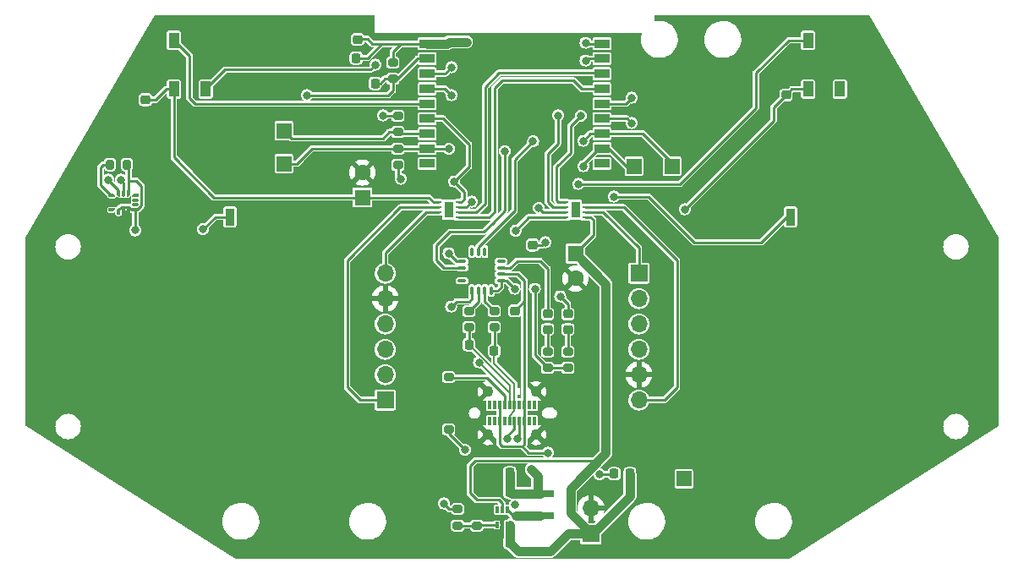
<source format=gbr>
%TF.GenerationSoftware,KiCad,Pcbnew,(6.0.9-0)*%
%TF.CreationDate,2023-03-14T17:35:55-07:00*%
%TF.ProjectId,MiniDusty,4d696e69-4475-4737-9479-2e6b69636164,rev?*%
%TF.SameCoordinates,Original*%
%TF.FileFunction,Copper,L1,Top*%
%TF.FilePolarity,Positive*%
%FSLAX46Y46*%
G04 Gerber Fmt 4.6, Leading zero omitted, Abs format (unit mm)*
G04 Created by KiCad (PCBNEW (6.0.9-0)) date 2023-03-14 17:35:55*
%MOMM*%
%LPD*%
G01*
G04 APERTURE LIST*
G04 Aperture macros list*
%AMRoundRect*
0 Rectangle with rounded corners*
0 $1 Rounding radius*
0 $2 $3 $4 $5 $6 $7 $8 $9 X,Y pos of 4 corners*
0 Add a 4 corners polygon primitive as box body*
4,1,4,$2,$3,$4,$5,$6,$7,$8,$9,$2,$3,0*
0 Add four circle primitives for the rounded corners*
1,1,$1+$1,$2,$3*
1,1,$1+$1,$4,$5*
1,1,$1+$1,$6,$7*
1,1,$1+$1,$8,$9*
0 Add four rect primitives between the rounded corners*
20,1,$1+$1,$2,$3,$4,$5,0*
20,1,$1+$1,$4,$5,$6,$7,0*
20,1,$1+$1,$6,$7,$8,$9,0*
20,1,$1+$1,$8,$9,$2,$3,0*%
%AMFreePoly0*
4,1,48,0.036020,0.199191,0.037970,0.199714,0.040958,0.198321,0.057086,0.195477,0.069630,0.184951,0.084467,0.178033,0.290533,-0.028033,0.293203,-0.031847,0.294953,-0.032857,0.296081,-0.035957,0.305473,-0.049370,0.306900,-0.065680,0.312500,-0.081066,0.312500,-0.125000,0.310782,-0.134742,0.311361,-0.138024,0.309695,-0.140910,0.307977,-0.150652,0.295451,-0.165579,0.285709,-0.182453,
0.279350,-0.184767,0.275000,-0.189952,0.255809,-0.193336,0.237500,-0.200000,-0.237500,-0.200000,-0.247242,-0.198282,-0.250524,-0.198861,-0.253410,-0.197195,-0.263152,-0.195477,-0.278079,-0.182951,-0.294953,-0.173209,-0.297267,-0.166850,-0.302452,-0.162500,-0.305836,-0.143309,-0.312500,-0.125000,-0.312500,0.125000,-0.310782,0.134742,-0.311361,0.138024,-0.309695,0.140910,-0.307977,0.150652,
-0.295451,0.165579,-0.285709,0.182453,-0.279350,0.184767,-0.275000,0.189952,-0.255809,0.193336,-0.237500,0.200000,0.031434,0.200000,0.036020,0.199191,0.036020,0.199191,$1*%
%AMFreePoly1*
4,1,48,0.247242,0.198282,0.250524,0.198861,0.253410,0.197195,0.263152,0.195477,0.278079,0.182951,0.294953,0.173209,0.297267,0.166850,0.302452,0.162500,0.305836,0.143309,0.312500,0.125000,0.312500,0.081066,0.311691,0.076480,0.312214,0.074529,0.310820,0.071540,0.307977,0.055414,0.297452,0.042871,0.290533,0.028033,0.084467,-0.178033,0.080653,-0.180703,0.079643,-0.182453,
0.076543,-0.183581,0.063130,-0.192973,0.046819,-0.194400,0.031434,-0.200000,-0.237500,-0.200000,-0.247242,-0.198282,-0.250524,-0.198861,-0.253410,-0.197195,-0.263152,-0.195477,-0.278079,-0.182951,-0.294953,-0.173209,-0.297267,-0.166850,-0.302452,-0.162500,-0.305836,-0.143309,-0.312500,-0.125000,-0.312500,0.125000,-0.310782,0.134742,-0.311361,0.138024,-0.309695,0.140910,-0.307977,0.150652,
-0.295451,0.165579,-0.285709,0.182453,-0.279350,0.184767,-0.275000,0.189952,-0.255809,0.193336,-0.237500,0.200000,0.237500,0.200000,0.247242,0.198282,0.247242,0.198282,$1*%
%AMFreePoly2*
4,1,48,0.134742,0.310782,0.138024,0.311361,0.140910,0.309695,0.150652,0.307977,0.165579,0.295451,0.182453,0.285709,0.184767,0.279350,0.189952,0.275000,0.193336,0.255809,0.200000,0.237500,0.200000,-0.237500,0.198282,-0.247242,0.198861,-0.250524,0.197195,-0.253410,0.195477,-0.263152,0.182951,-0.278079,0.173209,-0.294953,0.166850,-0.297267,0.162500,-0.302452,0.143309,-0.305836,
0.125000,-0.312500,-0.125000,-0.312500,-0.134742,-0.310782,-0.138024,-0.311361,-0.140910,-0.309695,-0.150652,-0.307977,-0.165579,-0.295451,-0.182453,-0.285709,-0.184767,-0.279350,-0.189952,-0.275000,-0.193336,-0.255809,-0.200000,-0.237500,-0.200000,0.031434,-0.199191,0.036020,-0.199714,0.037970,-0.198321,0.040958,-0.195477,0.057086,-0.184951,0.069630,-0.178033,0.084467,0.028033,0.290533,
0.031847,0.293203,0.032857,0.294953,0.035957,0.296081,0.049370,0.305473,0.065680,0.306900,0.081066,0.312500,0.125000,0.312500,0.134742,0.310782,0.134742,0.310782,$1*%
%AMFreePoly3*
4,1,48,-0.076480,0.311691,-0.074530,0.312214,-0.071542,0.310821,-0.055414,0.307977,-0.042870,0.297451,-0.028033,0.290533,0.178033,0.084467,0.180703,0.080653,0.182453,0.079643,0.183581,0.076543,0.192973,0.063130,0.194400,0.046820,0.200000,0.031434,0.200000,-0.237500,0.198282,-0.247242,0.198861,-0.250524,0.197195,-0.253410,0.195477,-0.263152,0.182951,-0.278079,0.173209,-0.294953,
0.166850,-0.297267,0.162500,-0.302452,0.143309,-0.305836,0.125000,-0.312500,-0.125000,-0.312500,-0.134742,-0.310782,-0.138024,-0.311361,-0.140910,-0.309695,-0.150652,-0.307977,-0.165579,-0.295451,-0.182453,-0.285709,-0.184767,-0.279350,-0.189952,-0.275000,-0.193336,-0.255809,-0.200000,-0.237500,-0.200000,0.237500,-0.198282,0.247242,-0.198861,0.250524,-0.197195,0.253410,-0.195477,0.263152,
-0.182951,0.278079,-0.173209,0.294953,-0.166850,0.297267,-0.162500,0.302452,-0.143309,0.305836,-0.125000,0.312500,-0.081066,0.312500,-0.076480,0.311691,-0.076480,0.311691,$1*%
%AMFreePoly4*
4,1,48,0.247242,0.198282,0.250524,0.198861,0.253410,0.197195,0.263152,0.195477,0.278079,0.182951,0.294953,0.173209,0.297267,0.166850,0.302452,0.162500,0.305836,0.143309,0.312500,0.125000,0.312500,-0.125000,0.310782,-0.134742,0.311361,-0.138024,0.309695,-0.140910,0.307977,-0.150652,0.295451,-0.165579,0.285709,-0.182453,0.279350,-0.184767,0.275000,-0.189952,0.255809,-0.193336,
0.237500,-0.200000,-0.031434,-0.200000,-0.036020,-0.199191,-0.037971,-0.199714,-0.040960,-0.198320,-0.057086,-0.195477,-0.069629,-0.184952,-0.084467,-0.178033,-0.290533,0.028033,-0.293203,0.031847,-0.294953,0.032857,-0.296081,0.035957,-0.305473,0.049370,-0.306900,0.065681,-0.312500,0.081066,-0.312500,0.125000,-0.310782,0.134742,-0.311361,0.138024,-0.309695,0.140910,-0.307977,0.150652,
-0.295451,0.165579,-0.285709,0.182453,-0.279350,0.184767,-0.275000,0.189952,-0.255809,0.193336,-0.237500,0.200000,0.237500,0.200000,0.247242,0.198282,0.247242,0.198282,$1*%
%AMFreePoly5*
4,1,48,0.247242,0.198282,0.250524,0.198861,0.253410,0.197195,0.263152,0.195477,0.278079,0.182951,0.294953,0.173209,0.297267,0.166850,0.302452,0.162500,0.305836,0.143309,0.312500,0.125000,0.312500,-0.125000,0.310782,-0.134742,0.311361,-0.138024,0.309695,-0.140910,0.307977,-0.150652,0.295451,-0.165579,0.285709,-0.182453,0.279350,-0.184767,0.275000,-0.189952,0.255809,-0.193336,
0.237500,-0.200000,-0.237500,-0.200000,-0.247242,-0.198282,-0.250524,-0.198861,-0.253410,-0.197195,-0.263152,-0.195477,-0.278079,-0.182951,-0.294953,-0.173209,-0.297267,-0.166850,-0.302452,-0.162500,-0.305836,-0.143309,-0.312500,-0.125000,-0.312500,-0.081066,-0.311691,-0.076480,-0.312214,-0.074530,-0.310821,-0.071542,-0.307977,-0.055414,-0.297451,-0.042870,-0.290533,-0.028033,-0.084467,0.178033,
-0.080653,0.180703,-0.079643,0.182453,-0.076543,0.183581,-0.063130,0.192973,-0.046820,0.194400,-0.031434,0.200000,0.237500,0.200000,0.247242,0.198282,0.247242,0.198282,$1*%
%AMFreePoly6*
4,1,48,0.134742,0.310782,0.138024,0.311361,0.140910,0.309695,0.150652,0.307977,0.165579,0.295451,0.182453,0.285709,0.184767,0.279350,0.189952,0.275000,0.193336,0.255809,0.200000,0.237500,0.200000,-0.031434,0.199191,-0.036020,0.199714,-0.037971,0.198320,-0.040960,0.195477,-0.057086,0.184952,-0.069629,0.178033,-0.084467,-0.028033,-0.290533,-0.031847,-0.293203,-0.032857,-0.294953,
-0.035957,-0.296081,-0.049370,-0.305473,-0.065681,-0.306900,-0.081066,-0.312500,-0.125000,-0.312500,-0.134742,-0.310782,-0.138024,-0.311361,-0.140910,-0.309695,-0.150652,-0.307977,-0.165579,-0.295451,-0.182453,-0.285709,-0.184767,-0.279350,-0.189952,-0.275000,-0.193336,-0.255809,-0.200000,-0.237500,-0.200000,0.237500,-0.198282,0.247242,-0.198861,0.250524,-0.197195,0.253410,-0.195477,0.263152,
-0.182951,0.278079,-0.173209,0.294953,-0.166850,0.297267,-0.162500,0.302452,-0.143309,0.305836,-0.125000,0.312500,0.125000,0.312500,0.134742,0.310782,0.134742,0.310782,$1*%
%AMFreePoly7*
4,1,48,0.134742,0.310782,0.138024,0.311361,0.140910,0.309695,0.150652,0.307977,0.165579,0.295451,0.182453,0.285709,0.184767,0.279350,0.189952,0.275000,0.193336,0.255809,0.200000,0.237500,0.200000,-0.237500,0.198282,-0.247242,0.198861,-0.250524,0.197195,-0.253410,0.195477,-0.263152,0.182951,-0.278079,0.173209,-0.294953,0.166850,-0.297267,0.162500,-0.302452,0.143309,-0.305836,
0.125000,-0.312500,0.081066,-0.312500,0.076480,-0.311691,0.074529,-0.312214,0.071540,-0.310820,0.055414,-0.307977,0.042871,-0.297452,0.028033,-0.290533,-0.178033,-0.084467,-0.180703,-0.080653,-0.182453,-0.079643,-0.183581,-0.076543,-0.192973,-0.063130,-0.194400,-0.046819,-0.200000,-0.031434,-0.200000,0.237500,-0.198282,0.247242,-0.198861,0.250524,-0.197195,0.253410,-0.195477,0.263152,
-0.182951,0.278079,-0.173209,0.294953,-0.166850,0.297267,-0.162500,0.302452,-0.143309,0.305836,-0.125000,0.312500,0.125000,0.312500,0.134742,0.310782,0.134742,0.310782,$1*%
G04 Aperture macros list end*
%TA.AperFunction,SMDPad,CuDef*%
%ADD10RoundRect,0.225000X0.250000X-0.225000X0.250000X0.225000X-0.250000X0.225000X-0.250000X-0.225000X0*%
%TD*%
%TA.AperFunction,SMDPad,CuDef*%
%ADD11RoundRect,0.218750X-0.256250X0.218750X-0.256250X-0.218750X0.256250X-0.218750X0.256250X0.218750X0*%
%TD*%
%TA.AperFunction,SMDPad,CuDef*%
%ADD12R,2.700000X0.800000*%
%TD*%
%TA.AperFunction,ComponentPad*%
%ADD13R,1.700000X1.700000*%
%TD*%
%TA.AperFunction,ComponentPad*%
%ADD14O,1.700000X1.700000*%
%TD*%
%TA.AperFunction,SMDPad,CuDef*%
%ADD15RoundRect,0.225000X-0.250000X0.225000X-0.250000X-0.225000X0.250000X-0.225000X0.250000X0.225000X0*%
%TD*%
%TA.AperFunction,SMDPad,CuDef*%
%ADD16R,0.500000X0.250000*%
%TD*%
%TA.AperFunction,SMDPad,CuDef*%
%ADD17R,0.900000X1.600000*%
%TD*%
%TA.AperFunction,ComponentPad*%
%ADD18C,0.600000*%
%TD*%
%TA.AperFunction,SMDPad,CuDef*%
%ADD19R,0.900000X1.700000*%
%TD*%
%TA.AperFunction,SMDPad,CuDef*%
%ADD20RoundRect,0.200000X-0.275000X0.200000X-0.275000X-0.200000X0.275000X-0.200000X0.275000X0.200000X0*%
%TD*%
%TA.AperFunction,SMDPad,CuDef*%
%ADD21R,0.300000X0.850000*%
%TD*%
%TA.AperFunction,ComponentPad*%
%ADD22C,1.100000*%
%TD*%
%TA.AperFunction,ComponentPad*%
%ADD23R,1.600000X1.600000*%
%TD*%
%TA.AperFunction,ComponentPad*%
%ADD24C,1.600000*%
%TD*%
%TA.AperFunction,SMDPad,CuDef*%
%ADD25RoundRect,0.200000X0.200000X0.275000X-0.200000X0.275000X-0.200000X-0.275000X0.200000X-0.275000X0*%
%TD*%
%TA.AperFunction,SMDPad,CuDef*%
%ADD26RoundRect,0.200000X0.275000X-0.200000X0.275000X0.200000X-0.275000X0.200000X-0.275000X-0.200000X0*%
%TD*%
%TA.AperFunction,SMDPad,CuDef*%
%ADD27R,1.500000X0.900000*%
%TD*%
%TA.AperFunction,SMDPad,CuDef*%
%ADD28R,4.000000X4.000000*%
%TD*%
%TA.AperFunction,SMDPad,CuDef*%
%ADD29FreePoly0,0.000000*%
%TD*%
%TA.AperFunction,SMDPad,CuDef*%
%ADD30RoundRect,0.100000X-0.212500X-0.100000X0.212500X-0.100000X0.212500X0.100000X-0.212500X0.100000X0*%
%TD*%
%TA.AperFunction,SMDPad,CuDef*%
%ADD31FreePoly1,0.000000*%
%TD*%
%TA.AperFunction,SMDPad,CuDef*%
%ADD32FreePoly2,0.000000*%
%TD*%
%TA.AperFunction,SMDPad,CuDef*%
%ADD33RoundRect,0.100000X-0.100000X-0.212500X0.100000X-0.212500X0.100000X0.212500X-0.100000X0.212500X0*%
%TD*%
%TA.AperFunction,SMDPad,CuDef*%
%ADD34FreePoly3,0.000000*%
%TD*%
%TA.AperFunction,SMDPad,CuDef*%
%ADD35FreePoly4,0.000000*%
%TD*%
%TA.AperFunction,SMDPad,CuDef*%
%ADD36FreePoly5,0.000000*%
%TD*%
%TA.AperFunction,SMDPad,CuDef*%
%ADD37FreePoly6,0.000000*%
%TD*%
%TA.AperFunction,SMDPad,CuDef*%
%ADD38FreePoly7,0.000000*%
%TD*%
%TA.AperFunction,SMDPad,CuDef*%
%ADD39R,1.000000X1.500000*%
%TD*%
%TA.AperFunction,SMDPad,CuDef*%
%ADD40RoundRect,0.075000X-0.350000X-0.075000X0.350000X-0.075000X0.350000X0.075000X-0.350000X0.075000X0*%
%TD*%
%TA.AperFunction,SMDPad,CuDef*%
%ADD41RoundRect,0.075000X-0.075000X-0.350000X0.075000X-0.350000X0.075000X0.350000X-0.075000X0.350000X0*%
%TD*%
%TA.AperFunction,SMDPad,CuDef*%
%ADD42R,2.100000X2.100000*%
%TD*%
%TA.AperFunction,SMDPad,CuDef*%
%ADD43R,1.500000X1.500000*%
%TD*%
%TA.AperFunction,SMDPad,CuDef*%
%ADD44RoundRect,0.225000X-0.225000X-0.250000X0.225000X-0.250000X0.225000X0.250000X-0.225000X0.250000X0*%
%TD*%
%TA.AperFunction,SMDPad,CuDef*%
%ADD45RoundRect,0.225000X0.225000X0.250000X-0.225000X0.250000X-0.225000X-0.250000X0.225000X-0.250000X0*%
%TD*%
%TA.AperFunction,SMDPad,CuDef*%
%ADD46RoundRect,0.218750X0.218750X0.256250X-0.218750X0.256250X-0.218750X-0.256250X0.218750X-0.256250X0*%
%TD*%
%TA.AperFunction,SMDPad,CuDef*%
%ADD47R,0.340000X0.700000*%
%TD*%
%TA.AperFunction,ViaPad*%
%ADD48C,0.800000*%
%TD*%
%TA.AperFunction,Conductor*%
%ADD49C,0.254000*%
%TD*%
%TA.AperFunction,Conductor*%
%ADD50C,0.889000*%
%TD*%
%TA.AperFunction,Conductor*%
%ADD51C,0.200000*%
%TD*%
%TA.AperFunction,Conductor*%
%ADD52C,0.250000*%
%TD*%
G04 APERTURE END LIST*
D10*
%TO.P,C10,1*%
%TO.N,/USB3V3*%
X143510000Y-96800000D03*
%TO.P,C10,2*%
%TO.N,GND*%
X143510000Y-95250000D03*
%TD*%
D11*
%TO.P,D4,1,K*%
%TO.N,Net-(D4-Pad1)*%
X145014000Y-103694500D03*
%TO.P,D4,2,A*%
%TO.N,Net-(D4-Pad2)*%
X145014000Y-105269500D03*
%TD*%
%TO.P,D5,1,K*%
%TO.N,Net-(D5-Pad1)*%
X147046000Y-103694500D03*
%TO.P,D5,2,A*%
%TO.N,Net-(D5-Pad2)*%
X147046000Y-105269500D03*
%TD*%
D12*
%TO.P,L1,1,1*%
%TO.N,Net-(L1-Pad1)*%
X144272000Y-123900000D03*
%TO.P,L1,2,2*%
%TO.N,+3V3*%
X144272000Y-121700000D03*
%TD*%
D13*
%TO.P,J3,1,Pin_1*%
%TO.N,/M2OUT1*%
X128758000Y-112322000D03*
D14*
%TO.P,J3,2,Pin_2*%
%TO.N,+3V3*%
X128758000Y-109782000D03*
%TO.P,J3,3,Pin_3*%
%TO.N,/Motor2PhaseB*%
X128758000Y-107242000D03*
%TO.P,J3,4,Pin_4*%
%TO.N,/Motor2PhaseA*%
X128758000Y-104702000D03*
%TO.P,J3,5,Pin_5*%
%TO.N,GND*%
X128758000Y-102162000D03*
%TO.P,J3,6,Pin_6*%
%TO.N,/M2OUT2*%
X128758000Y-99622000D03*
%TD*%
D15*
%TO.P,C11,1*%
%TO.N,/V_USB_BUS*%
X141732000Y-103399000D03*
%TO.P,C11,2*%
%TO.N,GND*%
X141732000Y-104949000D03*
%TD*%
D10*
%TO.P,C7,1*%
%TO.N,GND*%
X168890000Y-83325000D03*
%TO.P,C7,2*%
%TO.N,/+VBatt*%
X168890000Y-81775000D03*
%TD*%
D16*
%TO.P,U1,1,VM*%
%TO.N,/+VBatt*%
X134158000Y-92522000D03*
%TO.P,U1,2,OUT1*%
%TO.N,/M2OUT1*%
X134158000Y-93022000D03*
%TO.P,U1,3,OUT2*%
%TO.N,/M2OUT2*%
X134158000Y-93522000D03*
%TO.P,U1,4,GND*%
%TO.N,GND*%
X134158000Y-94022000D03*
%TO.P,U1,5,IN2/EN*%
%TO.N,/Motor2EN*%
X136058000Y-94022000D03*
%TO.P,U1,6,IN1/PH*%
%TO.N,/Motor2Phase*%
X136058000Y-93522000D03*
%TO.P,U1,7,MODE*%
%TO.N,+3V3*%
X136058000Y-93022000D03*
%TO.P,U1,8,NSLEEP*%
%TO.N,/MotorSleepEN*%
X136058000Y-92522000D03*
D17*
%TO.P,U1,9*%
%TO.N,N/C*%
X135108000Y-93272000D03*
D18*
X135108000Y-92772000D03*
X135108000Y-93772000D03*
%TD*%
D19*
%TO.P,SW1,1,1*%
%TO.N,GND*%
X116615000Y-93980000D03*
%TO.P,SW1,2,2*%
%TO.N,Net-(C1-Pad2)*%
X113215000Y-93980000D03*
%TD*%
D20*
%TO.P,R4,1*%
%TO.N,+3V3*%
X136017000Y-123245000D03*
%TO.P,R4,2*%
%TO.N,Net-(R4-Pad2)*%
X136017000Y-124895000D03*
%TD*%
%TO.P,R10,1*%
%TO.N,GND*%
X135108000Y-113626000D03*
%TO.P,R10,2*%
%TO.N,Net-(J4-PadB5)*%
X135108000Y-115276000D03*
%TD*%
%TO.P,R2,1*%
%TO.N,+3V3*%
X129520000Y-78511000D03*
%TO.P,R2,2*%
%TO.N,Net-(C1-Pad2)*%
X129520000Y-80161000D03*
%TD*%
D21*
%TO.P,J4,A1,GND*%
%TO.N,GND*%
X138708000Y-112791000D03*
%TO.P,J4,A2*%
%TO.N,N/C*%
X139208000Y-112791000D03*
%TO.P,J4,A3*%
X139708000Y-112791000D03*
%TO.P,J4,A4,VBUS*%
%TO.N,/V_USB_BUS*%
X140208000Y-112791000D03*
%TO.P,J4,A5,CC1*%
%TO.N,Net-(J4-PadA5)*%
X140708000Y-112791000D03*
%TO.P,J4,A6,D+*%
%TO.N,/D+*%
X141208000Y-112791000D03*
%TO.P,J4,A7,D-*%
%TO.N,/D-*%
X141708000Y-112791000D03*
%TO.P,J4,A8,SBU1*%
%TO.N,unconnected-(J4-PadA8)*%
X142208000Y-112791000D03*
%TO.P,J4,A9,VBUS*%
%TO.N,/V_USB_BUS*%
X142708000Y-112791000D03*
%TO.P,J4,A10*%
%TO.N,N/C*%
X143208000Y-112791000D03*
%TO.P,J4,A11*%
X143708000Y-112791000D03*
%TO.P,J4,A12,GND*%
%TO.N,GND*%
X144208000Y-112791000D03*
%TO.P,J4,B1,GND*%
X144208000Y-114461000D03*
%TO.P,J4,B2*%
%TO.N,N/C*%
X143708000Y-114461000D03*
%TO.P,J4,B3*%
X143208000Y-114461000D03*
%TO.P,J4,B4,VBUS*%
%TO.N,/V_USB_BUS*%
X142708000Y-114461000D03*
%TO.P,J4,B5,CC2*%
%TO.N,Net-(J4-PadB5)*%
X142208000Y-114461000D03*
%TO.P,J4,B6,D+*%
%TO.N,/D+*%
X141708000Y-114461000D03*
%TO.P,J4,B7,D-*%
%TO.N,/D-*%
X141208000Y-114461000D03*
%TO.P,J4,B8,SBU2*%
%TO.N,unconnected-(J4-PadB8)*%
X140708000Y-114461000D03*
%TO.P,J4,B9,VBUS*%
%TO.N,/V_USB_BUS*%
X140208000Y-114461000D03*
%TO.P,J4,B10*%
%TO.N,N/C*%
X139708000Y-114461000D03*
%TO.P,J4,B11*%
X139208000Y-114461000D03*
%TO.P,J4,B12,GND*%
%TO.N,GND*%
X138708000Y-114461000D03*
D22*
%TO.P,J4,S1,SHIELD*%
X139058000Y-111476000D03*
X139058000Y-115776000D03*
X143858000Y-115776000D03*
X143858000Y-111476000D03*
%TD*%
D23*
%TO.P,C3,1*%
%TO.N,/+VBatt*%
X147808000Y-97654888D03*
D24*
%TO.P,C3,2*%
%TO.N,GND*%
X147808000Y-100154888D03*
%TD*%
D20*
%TO.P,R13,1*%
%TO.N,Net-(D4-Pad2)*%
X145014000Y-107467000D03*
%TO.P,R13,2*%
%TO.N,/USB3V3*%
X145014000Y-109117000D03*
%TD*%
D13*
%TO.P,J1,1,Pin_1*%
%TO.N,/+VBatt*%
X149352000Y-125721000D03*
D14*
%TO.P,J1,2,Pin_2*%
%TO.N,GND*%
X149352000Y-123181000D03*
%TD*%
D25*
%TO.P,R8,1*%
%TO.N,+3V3*%
X102869500Y-88733000D03*
%TO.P,R8,2*%
%TO.N,Net-(R8-Pad2)*%
X101219500Y-88733000D03*
%TD*%
D26*
%TO.P,R5,1*%
%TO.N,Net-(R4-Pad2)*%
X137922000Y-124895000D03*
%TO.P,R5,2*%
%TO.N,GND*%
X137922000Y-123245000D03*
%TD*%
D15*
%TO.P,C6,1*%
%TO.N,GND*%
X104753727Y-80698473D03*
%TO.P,C6,2*%
%TO.N,/+VBatt*%
X104753727Y-82248473D03*
%TD*%
D27*
%TO.P,U3,1,3V3*%
%TO.N,+3V3*%
X132962000Y-76638000D03*
%TO.P,U3,2,EN*%
%TO.N,Net-(C1-Pad2)*%
X132962000Y-78138000D03*
%TO.P,U3,3,IO4*%
%TO.N,/Motor1PhaseA*%
X132962000Y-79638000D03*
%TO.P,U3,4,IO5*%
%TO.N,/Motor1PhaseB*%
X132962000Y-81138000D03*
%TO.P,U3,5,IO6*%
%TO.N,/LEDBUS*%
X132962000Y-82638000D03*
%TO.P,U3,6,IO7*%
%TO.N,/MotorSleepEN*%
X132962000Y-84138000D03*
%TO.P,U3,7,IO8*%
%TO.N,/SDA*%
X132962000Y-85638000D03*
%TO.P,U3,8,IO9*%
%TO.N,/SCL*%
X132962000Y-87138000D03*
%TO.P,U3,9*%
%TO.N,N/C*%
X132962000Y-88638000D03*
%TO.P,U3,10,IO10*%
%TO.N,unconnected-(U3-Pad10)*%
X150462000Y-88638000D03*
%TO.P,U3,11,RXD*%
%TO.N,/RX*%
X150462000Y-87138000D03*
%TO.P,U3,12,TXD*%
%TO.N,/TX*%
X150462000Y-85638000D03*
%TO.P,U3,13,IO18*%
%TO.N,/Motor2PhaseA*%
X150462000Y-84138000D03*
%TO.P,U3,14,IO19*%
%TO.N,/Motor2PhaseB*%
X150462000Y-82638000D03*
%TO.P,U3,15,IO3*%
%TO.N,/Motor2EN*%
X150462000Y-81138000D03*
%TO.P,U3,16,IO2*%
%TO.N,/Motor2Phase*%
X150462000Y-79638000D03*
%TO.P,U3,17,IO1*%
%TO.N,/Motor1EN*%
X150462000Y-78138000D03*
%TO.P,U3,18,IO0*%
%TO.N,/Motor1Phase*%
X150462000Y-76638000D03*
D28*
%TO.P,U3,19,GND*%
%TO.N,GND*%
X142812000Y-83248000D03*
%TD*%
D29*
%TO.P,U5,1,SDO/SA0*%
%TO.N,Net-(R8-Pad2)*%
X101390000Y-91793000D03*
D30*
%TO.P,U5,2,SDx*%
%TO.N,GND*%
X101390000Y-92293000D03*
%TO.P,U5,3,SCx*%
X101390000Y-92793000D03*
D31*
%TO.P,U5,4,INT1*%
%TO.N,unconnected-(U5-Pad4)*%
X101390000Y-93293000D03*
D32*
%TO.P,U5,5,VDDIO*%
%TO.N,+3V3*%
X102052500Y-93455500D03*
D33*
%TO.P,U5,6,GND*%
%TO.N,GND*%
X102552500Y-93455500D03*
D34*
%TO.P,U5,7,GND*%
X103052500Y-93455500D03*
D35*
%TO.P,U5,8,VDD*%
%TO.N,+3V3*%
X103715000Y-93293000D03*
D30*
%TO.P,U5,9,INT2*%
%TO.N,unconnected-(U5-Pad9)*%
X103715000Y-92793000D03*
%TO.P,U5,10*%
%TO.N,N/C*%
X103715000Y-92293000D03*
D36*
%TO.P,U5,11*%
X103715000Y-91793000D03*
D37*
%TO.P,U5,12,CS*%
%TO.N,+3V3*%
X103052500Y-91630500D03*
D33*
%TO.P,U5,13,SCL*%
%TO.N,/SCL*%
X102552500Y-91630500D03*
D38*
%TO.P,U5,14,SDA*%
%TO.N,/SDA*%
X102052500Y-91630500D03*
%TD*%
D39*
%TO.P,D2,1,VSS*%
%TO.N,GND*%
X174300000Y-76290000D03*
%TO.P,D2,2,DIN*%
%TO.N,Net-(D2-Pad2)*%
X171100000Y-76290000D03*
%TO.P,D2,3,VDD*%
%TO.N,/+VBatt*%
X171100000Y-81190000D03*
%TO.P,D2,4,DOUT*%
%TO.N,unconnected-(D2-Pad4)*%
X174300000Y-81190000D03*
%TD*%
D10*
%TO.P,C13,1*%
%TO.N,+3V3*%
X125984000Y-76213000D03*
%TO.P,C13,2*%
%TO.N,GND*%
X125984000Y-74663000D03*
%TD*%
D23*
%TO.P,C4,1*%
%TO.N,/+VBatt*%
X126472000Y-92036000D03*
D24*
%TO.P,C4,2*%
%TO.N,GND*%
X126472000Y-89536000D03*
%TD*%
D40*
%TO.P,U6,1,VCCIO*%
%TO.N,/USB3V3*%
X136460000Y-98427000D03*
%TO.P,U6,2,RXD*%
%TO.N,/RX*%
X136460000Y-99077000D03*
%TO.P,U6,3,GND*%
%TO.N,GND*%
X136460000Y-99727000D03*
%TO.P,U6,4,~{CTS}*%
%TO.N,unconnected-(U6-Pad4)*%
X136460000Y-100377000D03*
D41*
%TO.P,U6,5,CBUS2*%
%TO.N,Net-(D5-Pad1)*%
X137435000Y-101352000D03*
%TO.P,U6,6,USBDP*%
%TO.N,Net-(R12-Pad2)*%
X138085000Y-101352000D03*
%TO.P,U6,7,USBDM*%
%TO.N,Net-(R11-Pad2)*%
X138735000Y-101352000D03*
%TO.P,U6,8,3V3OUT*%
%TO.N,/USB3V3*%
X139385000Y-101352000D03*
D40*
%TO.P,U6,9,~{RESET}*%
X140360000Y-100377000D03*
%TO.P,U6,10,VCC*%
%TO.N,/V_USB_BUS*%
X140360000Y-99727000D03*
%TO.P,U6,11,CBUS1*%
%TO.N,Net-(D4-Pad1)*%
X140360000Y-99077000D03*
%TO.P,U6,12,CBUS0*%
%TO.N,unconnected-(U6-Pad12)*%
X140360000Y-98427000D03*
D41*
%TO.P,U6,13,GND*%
%TO.N,GND*%
X139385000Y-97452000D03*
%TO.P,U6,14,CBUS3*%
%TO.N,unconnected-(U6-Pad14)*%
X138735000Y-97452000D03*
%TO.P,U6,15,TXD*%
%TO.N,/TX*%
X138085000Y-97452000D03*
%TO.P,U6,16,~{RTS}*%
%TO.N,unconnected-(U6-Pad16)*%
X137435000Y-97452000D03*
D42*
%TO.P,U6,17,GND*%
%TO.N,GND*%
X138410000Y-99402000D03*
%TD*%
D26*
%TO.P,R11,1*%
%TO.N,/D-*%
X139680000Y-105053000D03*
%TO.P,R11,2*%
%TO.N,Net-(R11-Pad2)*%
X139680000Y-103403000D03*
%TD*%
D19*
%TO.P,SW2,1,1*%
%TO.N,GND*%
X165940000Y-93980000D03*
%TO.P,SW2,2,2*%
%TO.N,/SCL*%
X169340000Y-93980000D03*
%TD*%
D20*
%TO.P,R3,1*%
%TO.N,+3V3*%
X130028000Y-83845000D03*
%TO.P,R3,2*%
%TO.N,/SDA*%
X130028000Y-85495000D03*
%TD*%
D43*
%TO.P,TP4,1,1*%
%TO.N,/TX*%
X157480000Y-88900000D03*
%TD*%
D20*
%TO.P,R14,1*%
%TO.N,Net-(D5-Pad2)*%
X147046000Y-107467000D03*
%TO.P,R14,2*%
%TO.N,/USB3V3*%
X147046000Y-109117000D03*
%TD*%
D44*
%TO.P,C1,1*%
%TO.N,GND*%
X126205000Y-80606000D03*
%TO.P,C1,2*%
%TO.N,Net-(C1-Pad2)*%
X127755000Y-80606000D03*
%TD*%
D45*
%TO.P,C5,1*%
%TO.N,+3V3*%
X141237000Y-121530000D03*
%TO.P,C5,2*%
%TO.N,GND*%
X139687000Y-121530000D03*
%TD*%
%TO.P,C9,1*%
%TO.N,/D+*%
X137153000Y-106768000D03*
%TO.P,C9,2*%
%TO.N,GND*%
X135603000Y-106768000D03*
%TD*%
D26*
%TO.P,R6,1*%
%TO.N,+3V3*%
X130028000Y-88797000D03*
%TO.P,R6,2*%
%TO.N,/SCL*%
X130028000Y-87147000D03*
%TD*%
D20*
%TO.P,R9,1*%
%TO.N,Net-(J4-PadA5)*%
X135108000Y-110007000D03*
%TO.P,R9,2*%
%TO.N,GND*%
X135108000Y-111657000D03*
%TD*%
D45*
%TO.P,C2,1*%
%TO.N,/+VBatt*%
X141237000Y-126610000D03*
%TO.P,C2,2*%
%TO.N,GND*%
X139687000Y-126610000D03*
%TD*%
D44*
%TO.P,C8,1*%
%TO.N,/D-*%
X139674321Y-107395844D03*
%TO.P,C8,2*%
%TO.N,GND*%
X141224321Y-107395844D03*
%TD*%
D43*
%TO.P,TP1,1,1*%
%TO.N,+3V3*%
X158670646Y-120209896D03*
%TD*%
%TO.P,TP5,1,1*%
%TO.N,/RX*%
X153670000Y-88900000D03*
%TD*%
D16*
%TO.P,U2,1,VM*%
%TO.N,/+VBatt*%
X148758000Y-94022000D03*
%TO.P,U2,2,OUT1*%
%TO.N,/M1OUT1*%
X148758000Y-93522000D03*
%TO.P,U2,3,OUT2*%
%TO.N,/M1OUT2*%
X148758000Y-93022000D03*
%TO.P,U2,4,GND*%
%TO.N,GND*%
X148758000Y-92522000D03*
%TO.P,U2,5,IN2/EN*%
%TO.N,/Motor1EN*%
X146858000Y-92522000D03*
%TO.P,U2,6,IN1/PH*%
%TO.N,/Motor1Phase*%
X146858000Y-93022000D03*
%TO.P,U2,7,MODE*%
%TO.N,+3V3*%
X146858000Y-93522000D03*
%TO.P,U2,8,NSLEEP*%
%TO.N,/MotorSleepEN*%
X146858000Y-94022000D03*
D18*
%TO.P,U2,9*%
%TO.N,N/C*%
X147808000Y-93772000D03*
D17*
X147808000Y-93272000D03*
D18*
X147808000Y-92772000D03*
%TD*%
D39*
%TO.P,D3,1,VSS*%
%TO.N,GND*%
X110800000Y-76290000D03*
%TO.P,D3,2,DIN*%
%TO.N,/LEDBUS*%
X107600000Y-76290000D03*
%TO.P,D3,3,VDD*%
%TO.N,/+VBatt*%
X107600000Y-81190000D03*
%TO.P,D3,4,DOUT*%
%TO.N,Net-(D2-Pad2)*%
X110800000Y-81190000D03*
%TD*%
D46*
%TO.P,D1,1,K*%
%TO.N,/+VBatt*%
X153264049Y-119713921D03*
%TO.P,D1,2,A*%
%TO.N,/V_USB_BUS*%
X151689049Y-119713921D03*
%TD*%
D47*
%TO.P,U4,1,FB*%
%TO.N,Net-(R4-Pad2)*%
X139962000Y-124820000D03*
%TO.P,U4,2,GND*%
%TO.N,GND*%
X140462000Y-124820000D03*
%TO.P,U4,3,VIN*%
%TO.N,/+VBatt*%
X140962000Y-124820000D03*
%TO.P,U4,4,SW*%
%TO.N,Net-(L1-Pad1)*%
X140962000Y-123320000D03*
%TO.P,U4,5,EN*%
%TO.N,/+VBatt*%
X140462000Y-123320000D03*
%TO.P,U4,6,NC*%
%TO.N,unconnected-(U4-Pad6)*%
X139962000Y-123320000D03*
%TD*%
D43*
%TO.P,TP3,1,1*%
%TO.N,/SCL*%
X118618000Y-88646000D03*
%TD*%
D45*
%TO.P,R7,1*%
%TO.N,+3V3*%
X141237000Y-119625000D03*
%TO.P,R7,2*%
%TO.N,GND*%
X139687000Y-119625000D03*
%TD*%
%TO.P,C12,1*%
%TO.N,+3V3*%
X125850000Y-78066000D03*
%TO.P,C12,2*%
%TO.N,GND*%
X124300000Y-78066000D03*
%TD*%
D26*
%TO.P,R12,1*%
%TO.N,/D+*%
X137140000Y-105053000D03*
%TO.P,R12,2*%
%TO.N,Net-(R12-Pad2)*%
X137140000Y-103403000D03*
%TD*%
D13*
%TO.P,J2,1,Pin_1*%
%TO.N,/M1OUT1*%
X154158000Y-99622000D03*
D14*
%TO.P,J2,2,Pin_2*%
%TO.N,+3V3*%
X154158000Y-102162000D03*
%TO.P,J2,3,Pin_3*%
%TO.N,/Motor1PhaseB*%
X154158000Y-104702000D03*
%TO.P,J2,4,Pin_4*%
%TO.N,/Motor1PhaseA*%
X154158000Y-107242000D03*
%TO.P,J2,5,Pin_5*%
%TO.N,GND*%
X154158000Y-109782000D03*
%TO.P,J2,6,Pin_6*%
%TO.N,/M1OUT2*%
X154158000Y-112322000D03*
%TD*%
D43*
%TO.P,TP2,1,1*%
%TO.N,/SDA*%
X118618000Y-85344000D03*
%TD*%
D48*
%TO.N,GND*%
X143911117Y-84745592D03*
X142116643Y-83763909D03*
X143203883Y-83763909D03*
X144196122Y-83774464D03*
X143298885Y-82824449D03*
X142190533Y-81832210D03*
X143235550Y-81842765D03*
X144206678Y-81832210D03*
X100076000Y-92710000D03*
X138952076Y-98864851D03*
X138430000Y-121412000D03*
X150114000Y-92202000D03*
X137828500Y-98825428D03*
X138430000Y-119380000D03*
X138430000Y-120396000D03*
%TO.N,Net-(C1-Pad2)*%
X120904000Y-81788000D03*
X110490000Y-95211000D03*
%TO.N,/+VBatt*%
X158750000Y-93218000D03*
%TO.N,+3V3*%
X137414000Y-92456000D03*
X134620000Y-122682000D03*
X130302000Y-90170000D03*
X135636000Y-76454000D03*
X144018000Y-119888000D03*
X158670646Y-120209896D03*
X134296000Y-76638000D03*
X141732000Y-122800000D03*
X128524000Y-83820000D03*
X144145000Y-93091000D03*
X103715000Y-95333000D03*
X136906000Y-76454000D03*
X143383000Y-119253000D03*
%TO.N,/D+*%
X140950000Y-116166000D03*
X138156000Y-108546000D03*
%TO.N,/USB3V3*%
X141712000Y-101180000D03*
X135108000Y-97624000D03*
X144780000Y-96520000D03*
X143744000Y-101180000D03*
%TO.N,/V_USB_BUS*%
X150217220Y-119737220D03*
X145034000Y-117602000D03*
%TO.N,Net-(D2-Pad2)*%
X127762000Y-78740000D03*
X148082000Y-90678000D03*
%TO.N,Net-(D5-Pad1)*%
X146284000Y-101942000D03*
X135362000Y-102958000D03*
%TO.N,Net-(J4-PadB5)*%
X136742000Y-117292000D03*
X141966000Y-116166000D03*
%TO.N,/SDA*%
X118618000Y-85344000D03*
X101028500Y-90257000D03*
%TO.N,/SCL*%
X151638000Y-91948000D03*
X118618000Y-88646000D03*
X135128000Y-87156000D03*
X102298500Y-90257000D03*
%TO.N,/TX*%
X143568166Y-86418166D03*
X148590000Y-86360000D03*
%TO.N,/RX*%
X148590000Y-88900000D03*
X140738983Y-87398983D03*
%TO.N,/MotorSleepEN*%
X135636000Y-90424000D03*
X141809879Y-95344710D03*
%TO.N,/Motor1EN*%
X148824000Y-78320000D03*
X148336000Y-83854000D03*
%TO.N,/Motor1Phase*%
X148824000Y-76542000D03*
X146050000Y-83820000D03*
%TO.N,/Motor1PhaseA*%
X135382000Y-78994000D03*
%TO.N,/Motor1PhaseB*%
X135382000Y-81788000D03*
%TO.N,/Motor2PhaseB*%
X153416000Y-82042000D03*
%TO.N,/Motor2PhaseA*%
X153416000Y-84582000D03*
%TD*%
D49*
%TO.N,GND*%
X102552500Y-93455500D02*
X102552500Y-93783276D01*
X100159000Y-92793000D02*
X100076000Y-92710000D01*
X137922000Y-123435000D02*
X137922000Y-123245000D01*
X101134000Y-94022000D02*
X100076000Y-92964000D01*
X102552500Y-93455500D02*
X102910448Y-93455500D01*
X138703000Y-124216000D02*
X137922000Y-123435000D01*
X101390000Y-92793000D02*
X100159000Y-92793000D01*
X102552500Y-93783276D02*
X102313776Y-94022000D01*
X100076000Y-92964000D02*
X100076000Y-92710000D01*
X140462000Y-124820000D02*
X140462000Y-124292000D01*
X140462000Y-124292000D02*
X140386000Y-124216000D01*
X140386000Y-124216000D02*
X138703000Y-124216000D01*
X102313776Y-94022000D02*
X101134000Y-94022000D01*
X102910448Y-93455500D02*
X102981474Y-93526526D01*
X101390000Y-92293000D02*
X101390000Y-92793000D01*
X148758000Y-92522000D02*
X149794000Y-92522000D01*
X149794000Y-92522000D02*
X150114000Y-92202000D01*
%TO.N,Net-(C1-Pad2)*%
X131988000Y-78138000D02*
X129965000Y-80161000D01*
X132962000Y-78138000D02*
X131988000Y-78138000D01*
X110529000Y-95211000D02*
X111760000Y-93980000D01*
X111760000Y-93980000D02*
X113215000Y-93980000D01*
X129032000Y-81788000D02*
X129520000Y-81300000D01*
X128250000Y-80606000D02*
X127755000Y-80606000D01*
X110490000Y-95211000D02*
X110529000Y-95211000D01*
X129965000Y-80161000D02*
X129520000Y-80161000D01*
X128695000Y-80161000D02*
X128250000Y-80606000D01*
X129520000Y-80161000D02*
X128695000Y-80161000D01*
X129520000Y-81300000D02*
X129520000Y-80161000D01*
X120904000Y-81788000D02*
X129032000Y-81788000D01*
D50*
%TO.N,/+VBatt*%
X141237000Y-126610000D02*
X141276500Y-126570500D01*
X147320000Y-123689000D02*
X147320000Y-121158000D01*
X142126000Y-127499000D02*
X145288000Y-127499000D01*
D49*
X149586000Y-94288000D02*
X149586000Y-95812000D01*
X133110000Y-92036000D02*
X133596000Y-92522000D01*
X137908616Y-122332000D02*
X137239529Y-121662913D01*
D50*
X147320000Y-121158000D02*
X150846500Y-117631500D01*
D49*
X104753727Y-82248473D02*
X105784287Y-82248473D01*
X149586000Y-95812000D02*
X147808000Y-97590000D01*
D50*
X150846500Y-117631500D02*
X150846500Y-100693388D01*
D49*
X171100000Y-81190000D02*
X169475000Y-81190000D01*
D50*
X141276500Y-126570500D02*
X141276500Y-124832000D01*
D49*
X158750000Y-93218000D02*
X167640000Y-84328000D01*
X167640000Y-83025000D02*
X168890000Y-81775000D01*
X107600000Y-81190000D02*
X107600000Y-88014000D01*
D50*
X149352000Y-125721000D02*
X147320000Y-123689000D01*
D49*
X137239529Y-118917732D02*
X137793261Y-118364000D01*
X126472000Y-92036000D02*
X133110000Y-92036000D01*
D50*
X149507320Y-125721000D02*
X149352000Y-125721000D01*
D49*
X167640000Y-84328000D02*
X167640000Y-83025000D01*
X148758000Y-94022000D02*
X149320000Y-94022000D01*
X149320000Y-94022000D02*
X149586000Y-94288000D01*
D50*
X141237000Y-126610000D02*
X142126000Y-127499000D01*
D49*
X150114000Y-118364000D02*
X150846500Y-117631500D01*
X106842760Y-81190000D02*
X107600000Y-81190000D01*
X147808000Y-97590000D02*
X147808000Y-97654888D01*
X111622000Y-92036000D02*
X126472000Y-92036000D01*
D50*
X147066000Y-125721000D02*
X149352000Y-125721000D01*
D49*
X169475000Y-81190000D02*
X168890000Y-81775000D01*
X133596000Y-92522000D02*
X134158000Y-92522000D01*
D50*
X150846500Y-100693388D02*
X147808000Y-97654888D01*
D49*
X137239529Y-121662913D02*
X137239529Y-118917732D01*
X137793261Y-118364000D02*
X150114000Y-118364000D01*
D50*
X145288000Y-127499000D02*
X147066000Y-125721000D01*
D49*
X140462000Y-122653354D02*
X140140646Y-122332000D01*
X140462000Y-123320000D02*
X140462000Y-122653354D01*
X105784287Y-82248473D02*
X106842760Y-81190000D01*
D50*
X153264049Y-119713921D02*
X153264049Y-121964271D01*
D49*
X140140646Y-122332000D02*
X137908616Y-122332000D01*
D50*
X153264049Y-121964271D02*
X149507320Y-125721000D01*
D49*
X107600000Y-88014000D02*
X111622000Y-92036000D01*
%TO.N,+3V3*%
X130302000Y-90170000D02*
X130048000Y-89916000D01*
X103052500Y-88916000D02*
X102869500Y-88733000D01*
X103715000Y-93293000D02*
X103715000Y-94151000D01*
X136848000Y-93022000D02*
X137414000Y-92456000D01*
D50*
X143383000Y-119253000D02*
X144018000Y-119888000D01*
D49*
X130048000Y-89916000D02*
X130048000Y-88817000D01*
X134944000Y-76638000D02*
X127457000Y-76638000D01*
X134296000Y-76638000D02*
X134944000Y-76638000D01*
X103187500Y-90360500D02*
X103052500Y-90495500D01*
D50*
X144272000Y-121700000D02*
X141407000Y-121700000D01*
D49*
X103087600Y-92990600D02*
X103390000Y-93293000D01*
D50*
X144018000Y-121446000D02*
X144272000Y-121700000D01*
D49*
X103052500Y-90495500D02*
X103052500Y-91630500D01*
X128524000Y-83820000D02*
X130003000Y-83820000D01*
D50*
X134944000Y-76638000D02*
X135128000Y-76454000D01*
D49*
X134944000Y-76638000D02*
X128408000Y-76638000D01*
X127457000Y-76638000D02*
X126980000Y-76161000D01*
X102052500Y-93286052D02*
X102347952Y-92990600D01*
X126980000Y-78066000D02*
X125850000Y-78066000D01*
X103884448Y-93293000D02*
X104365500Y-92811948D01*
X104365500Y-92811948D02*
X104365500Y-90903500D01*
X104365500Y-90903500D02*
X103822500Y-90360500D01*
X130003000Y-83820000D02*
X130028000Y-83845000D01*
X135183000Y-123245000D02*
X134620000Y-122682000D01*
X146858000Y-93522000D02*
X144576000Y-93522000D01*
X128408000Y-76638000D02*
X126980000Y-78066000D01*
D50*
X135128000Y-76454000D02*
X135636000Y-76454000D01*
D49*
X103052500Y-91630500D02*
X103052500Y-88916000D01*
D50*
X132962000Y-76638000D02*
X134944000Y-76638000D01*
X136906000Y-76454000D02*
X135636000Y-76454000D01*
D49*
X103390000Y-93293000D02*
X103715000Y-93293000D01*
X134296000Y-76638000D02*
X130313000Y-76638000D01*
X102052500Y-93455500D02*
X102052500Y-93286052D01*
X129520000Y-77431000D02*
X129520000Y-78511000D01*
X130313000Y-76638000D02*
X129520000Y-77431000D01*
X102347952Y-92990600D02*
X103087600Y-92990600D01*
X103822500Y-90360500D02*
X103187500Y-90360500D01*
D50*
X141237000Y-121530000D02*
X141237000Y-119625000D01*
D49*
X103715000Y-93293000D02*
X103884448Y-93293000D01*
X126980000Y-76161000D02*
X125850000Y-76161000D01*
D50*
X144018000Y-119888000D02*
X144018000Y-121446000D01*
X141407000Y-121700000D02*
X141237000Y-121530000D01*
D49*
X103715000Y-94151000D02*
X103715000Y-95333000D01*
X130048000Y-88817000D02*
X130028000Y-88797000D01*
X144576000Y-93522000D02*
X144145000Y-93091000D01*
X136058000Y-93022000D02*
X136848000Y-93022000D01*
X136017000Y-123245000D02*
X135183000Y-123245000D01*
D51*
%TO.N,/D-*%
X139674321Y-107395844D02*
X139674321Y-108652924D01*
X139674321Y-108652924D02*
X141683000Y-110661603D01*
D49*
X139680000Y-105053000D02*
X139680000Y-107390165D01*
D51*
X141683000Y-110661603D02*
X141683000Y-112128499D01*
X141708000Y-112153499D02*
X141708000Y-112791000D01*
D49*
X139680000Y-107390165D02*
X139674321Y-107395844D01*
D51*
X141708000Y-113416000D02*
X141208000Y-113916000D01*
X141708000Y-112791000D02*
X141708000Y-113416000D01*
X141208000Y-113916000D02*
X141208000Y-114461000D01*
X141683000Y-112128499D02*
X141708000Y-112153499D01*
D49*
%TO.N,/D+*%
X137140000Y-105053000D02*
X137140000Y-106755000D01*
X141708000Y-115154000D02*
X140950000Y-115912000D01*
D51*
X141233000Y-112128499D02*
X141208000Y-112153499D01*
D49*
X140950000Y-115912000D02*
X140950000Y-116166000D01*
D51*
X137153000Y-106768000D02*
X141233000Y-110848000D01*
X141233000Y-110848000D02*
X141233000Y-112128499D01*
D49*
X137140000Y-106755000D02*
X137153000Y-106768000D01*
D51*
X141208000Y-112153499D02*
X141208000Y-112791000D01*
X138156000Y-108546000D02*
X141208000Y-111598000D01*
D49*
X141708000Y-114461000D02*
X141708000Y-115154000D01*
D51*
X141208000Y-111598000D02*
X141208000Y-112791000D01*
D49*
%TO.N,/USB3V3*%
X143510000Y-96800000D02*
X144500000Y-96800000D01*
X144500000Y-96800000D02*
X144780000Y-96520000D01*
X139385000Y-101352000D02*
X140016000Y-101352000D01*
X145014000Y-109117000D02*
X143744000Y-107847000D01*
X135911000Y-98427000D02*
X136460000Y-98427000D01*
X141712000Y-101180000D02*
X140909000Y-100377000D01*
X140016000Y-101352000D02*
X140360000Y-101008000D01*
X143744000Y-107847000D02*
X143744000Y-101180000D01*
X135108000Y-97624000D02*
X135911000Y-98427000D01*
X140360000Y-101008000D02*
X140360000Y-100377000D01*
X135911000Y-98427000D02*
X135041000Y-97557000D01*
X147046000Y-109117000D02*
X145014000Y-109117000D01*
X140909000Y-100377000D02*
X140360000Y-100377000D01*
%TO.N,/V_USB_BUS*%
X150217220Y-119737220D02*
X151665750Y-119737220D01*
X142708000Y-102423000D02*
X141732000Y-103399000D01*
X140360000Y-99727000D02*
X142037000Y-99727000D01*
X142037000Y-99727000D02*
X142708000Y-100398000D01*
X151665750Y-119737220D02*
X151689049Y-119713921D01*
X142708000Y-114461000D02*
X142708000Y-116694000D01*
X142708000Y-100832000D02*
X142708000Y-102423000D01*
X140442000Y-116928000D02*
X140208000Y-116694000D01*
X142708000Y-100832000D02*
X142708000Y-112791000D01*
X143148000Y-117602000D02*
X142474000Y-116928000D01*
X142708000Y-112791000D02*
X142708000Y-114461000D01*
X140208000Y-116694000D02*
X140208000Y-114461000D01*
X142708000Y-116694000D02*
X142474000Y-116928000D01*
X142474000Y-116928000D02*
X140442000Y-116928000D01*
X140208000Y-112791000D02*
X140208000Y-114461000D01*
X145034000Y-117602000D02*
X143148000Y-117602000D01*
X142708000Y-100398000D02*
X142708000Y-100832000D01*
%TO.N,Net-(D2-Pad2)*%
X112744000Y-79246000D02*
X110800000Y-81190000D01*
X158242000Y-90678000D02*
X165862000Y-83058000D01*
X165862000Y-79584000D02*
X169156000Y-76290000D01*
X148082000Y-90678000D02*
X158242000Y-90678000D01*
X169156000Y-76290000D02*
X171100000Y-76290000D01*
X165862000Y-83058000D02*
X165862000Y-79584000D01*
X127762000Y-78740000D02*
X127256000Y-79246000D01*
X127256000Y-79246000D02*
X112744000Y-79246000D01*
%TO.N,/LEDBUS*%
X109168093Y-77858093D02*
X109168093Y-82087930D01*
X109168093Y-82087930D02*
X109718163Y-82638000D01*
X109718163Y-82638000D02*
X132962000Y-82638000D01*
X107600000Y-76290000D02*
X109168093Y-77858093D01*
%TO.N,Net-(D4-Pad1)*%
X145014000Y-99148000D02*
X144252000Y-98386000D01*
X141966000Y-98386000D02*
X141275000Y-99077000D01*
X141275000Y-99077000D02*
X140360000Y-99077000D01*
X145014000Y-103694500D02*
X145014000Y-99148000D01*
X144252000Y-98386000D02*
X141966000Y-98386000D01*
%TO.N,Net-(D4-Pad2)*%
X145014000Y-107467000D02*
X145014000Y-105269500D01*
%TO.N,Net-(D5-Pad1)*%
X137435000Y-101352000D02*
X137435000Y-102155000D01*
X147046000Y-103694500D02*
X147046000Y-102704000D01*
X135870000Y-102450000D02*
X135362000Y-102958000D01*
X137435000Y-102155000D02*
X137140000Y-102450000D01*
X137140000Y-102450000D02*
X135870000Y-102450000D01*
X147046000Y-102704000D02*
X146284000Y-101942000D01*
%TO.N,Net-(D5-Pad2)*%
X147046000Y-105269500D02*
X147046000Y-107467000D01*
%TO.N,Net-(J4-PadA5)*%
X135171000Y-110070000D02*
X135108000Y-110007000D01*
X140708000Y-112791000D02*
X140708000Y-111860000D01*
X138918000Y-110070000D02*
X135171000Y-110070000D01*
X140708000Y-111860000D02*
X138918000Y-110070000D01*
%TO.N,Net-(J4-PadB5)*%
X135108000Y-115658000D02*
X135108000Y-115276000D01*
X141966000Y-116166000D02*
X142208000Y-115924000D01*
X136742000Y-117292000D02*
X135108000Y-115658000D01*
X142208000Y-115924000D02*
X142208000Y-114461000D01*
%TO.N,Net-(L1-Pad1)*%
X141856500Y-123900000D02*
X141762500Y-123994000D01*
X141762500Y-123994000D02*
X141636000Y-123994000D01*
X141636000Y-123994000D02*
X140962000Y-123320000D01*
D50*
X144272000Y-123900000D02*
X141856500Y-123900000D01*
D49*
%TO.N,/SDA*%
X102052500Y-91281000D02*
X101028500Y-90257000D01*
X119380000Y-86106000D02*
X128524000Y-86106000D01*
X130171000Y-85638000D02*
X132962000Y-85638000D01*
X128524000Y-86106000D02*
X129135000Y-85495000D01*
X118618000Y-85344000D02*
X119380000Y-86106000D01*
X129135000Y-85495000D02*
X130028000Y-85495000D01*
X102052500Y-91630500D02*
X102052500Y-91281000D01*
X130028000Y-85495000D02*
X130171000Y-85638000D01*
D52*
%TO.N,Net-(R4-Pad2)*%
X137997000Y-124820000D02*
X137922000Y-124895000D01*
X139962000Y-124820000D02*
X137997000Y-124820000D01*
X136017000Y-124895000D02*
X137922000Y-124895000D01*
D49*
%TO.N,/SCL*%
X155160000Y-91948000D02*
X151638000Y-91948000D01*
X130003000Y-87122000D02*
X130031000Y-87150000D01*
X121412000Y-87122000D02*
X130003000Y-87122000D01*
X169340000Y-93980000D02*
X168910000Y-93980000D01*
X132962000Y-87138000D02*
X135110000Y-87138000D01*
X159732000Y-96520000D02*
X155160000Y-91948000D01*
X102552500Y-91630500D02*
X102552500Y-90511000D01*
X168910000Y-93980000D02*
X166370000Y-96520000D01*
X130037000Y-87138000D02*
X130028000Y-87147000D01*
X132962000Y-87138000D02*
X130037000Y-87138000D01*
X135110000Y-87138000D02*
X135128000Y-87156000D01*
X118618000Y-88646000D02*
X119888000Y-88646000D01*
X102552500Y-90511000D02*
X102298500Y-90257000D01*
X166370000Y-96520000D02*
X159732000Y-96520000D01*
X119888000Y-88646000D02*
X121412000Y-87122000D01*
%TO.N,Net-(R8-Pad2)*%
X100520500Y-88733000D02*
X100266500Y-88987000D01*
X100266500Y-90765000D02*
X101294500Y-91793000D01*
X101219500Y-88733000D02*
X100520500Y-88733000D01*
X101294500Y-91793000D02*
X101390000Y-91793000D01*
X100266500Y-88987000D02*
X100266500Y-90765000D01*
%TO.N,Net-(R11-Pad2)*%
X138735000Y-101352000D02*
X138735000Y-102458000D01*
X138735000Y-102458000D02*
X139680000Y-103403000D01*
%TO.N,Net-(R12-Pad2)*%
X138085000Y-102458000D02*
X137140000Y-103403000D01*
X138085000Y-101352000D02*
X138085000Y-102458000D01*
%TO.N,/TX*%
X138085000Y-96990703D02*
X141713193Y-93362510D01*
X141713193Y-93362510D02*
X141713193Y-88273138D01*
X157220286Y-89159714D02*
X157220286Y-88322670D01*
X141713193Y-88273138D02*
X143568166Y-86418166D01*
X157220286Y-88322670D02*
X154535616Y-85638000D01*
X138085000Y-97452000D02*
X138085000Y-96990703D01*
X149312000Y-85638000D02*
X148590000Y-86360000D01*
X154535616Y-85638000D02*
X150462000Y-85638000D01*
X150462000Y-85638000D02*
X149312000Y-85638000D01*
X157220286Y-88322670D02*
X154535616Y-85638000D01*
X157480000Y-88900000D02*
X157220286Y-89159714D01*
%TO.N,/RX*%
X133888086Y-96850811D02*
X135239410Y-95499487D01*
X150162000Y-87138000D02*
X148590000Y-88710000D01*
X151146000Y-87138000D02*
X152908000Y-88900000D01*
X134620000Y-99060000D02*
X133888086Y-98328086D01*
X135239410Y-95499487D02*
X137533518Y-95499487D01*
X140738983Y-93362510D02*
X140738983Y-87398983D01*
X150462000Y-87138000D02*
X151146000Y-87138000D01*
X136460000Y-99077000D02*
X136443000Y-99060000D01*
X139513364Y-94588129D02*
X140738983Y-93362510D01*
X152908000Y-88900000D02*
X153670000Y-88900000D01*
X136443000Y-99060000D02*
X134620000Y-99060000D01*
X150462000Y-87138000D02*
X150162000Y-87138000D01*
X148590000Y-88710000D02*
X148590000Y-88900000D01*
X133888086Y-98328086D02*
X133888086Y-96850811D01*
X137533518Y-95499487D02*
X138602006Y-95499487D01*
X138602006Y-95499487D02*
X139513364Y-94588129D01*
%TO.N,/M1OUT2*%
X148758000Y-93022000D02*
X152638000Y-93022000D01*
X157968000Y-111052000D02*
X156698000Y-112322000D01*
X156698000Y-112322000D02*
X154158000Y-112322000D01*
X152638000Y-93022000D02*
X157968000Y-98352000D01*
X157968000Y-98352000D02*
X157968000Y-111052000D01*
%TO.N,/M1OUT1*%
X148758000Y-93522000D02*
X150598000Y-93522000D01*
X154158000Y-97082000D02*
X154158000Y-99622000D01*
X150598000Y-93522000D02*
X154158000Y-97082000D01*
%TO.N,/Motor2EN*%
X139700000Y-81060000D02*
X140462000Y-80298000D01*
X139150000Y-94022000D02*
X139700000Y-93472000D01*
X148414000Y-81138000D02*
X150462000Y-81138000D01*
X139700000Y-93472000D02*
X139700000Y-81060000D01*
X136058000Y-94022000D02*
X139150000Y-94022000D01*
X147574000Y-80298000D02*
X148414000Y-81138000D01*
X140462000Y-80298000D02*
X147574000Y-80298000D01*
%TO.N,/Motor2Phase*%
X136058000Y-93522000D02*
X137872000Y-93522000D01*
X138757000Y-80953000D02*
X140174000Y-79536000D01*
X150360000Y-79536000D02*
X150462000Y-79638000D01*
X140174000Y-79536000D02*
X150360000Y-79536000D01*
X138757000Y-92637000D02*
X138757000Y-80953000D01*
X137872000Y-93522000D02*
X138757000Y-92637000D01*
%TO.N,/MotorSleepEN*%
X136652000Y-92202000D02*
X136332000Y-92522000D01*
X136332000Y-92522000D02*
X136058000Y-92522000D01*
X143132589Y-94022000D02*
X146858000Y-94022000D01*
X135636000Y-90424000D02*
X136652000Y-91440000D01*
X141809879Y-95344710D02*
X143132589Y-94022000D01*
X136652000Y-91440000D02*
X136652000Y-92202000D01*
X135636000Y-90424000D02*
X137140000Y-88920000D01*
X134576000Y-84138000D02*
X132962000Y-84138000D01*
X137140000Y-88920000D02*
X137140000Y-86702000D01*
X137140000Y-86702000D02*
X134576000Y-84138000D01*
%TO.N,/M2OUT2*%
X132826000Y-93522000D02*
X128758000Y-97590000D01*
X134158000Y-93522000D02*
X132826000Y-93522000D01*
X128758000Y-97590000D02*
X128758000Y-99622000D01*
%TO.N,/M2OUT1*%
X130278000Y-93022000D02*
X124948000Y-98352000D01*
X124948000Y-98352000D02*
X124948000Y-111052000D01*
X126218000Y-112322000D02*
X128758000Y-112322000D01*
X134158000Y-93022000D02*
X130278000Y-93022000D01*
X124948000Y-111052000D02*
X126218000Y-112322000D01*
%TO.N,/Motor1EN*%
X147320000Y-87568792D02*
X145914545Y-88974247D01*
X149006000Y-78138000D02*
X150462000Y-78138000D01*
X145914545Y-92326138D02*
X146110407Y-92522000D01*
X148336000Y-83854000D02*
X147320000Y-84870000D01*
X146110407Y-92522000D02*
X146858000Y-92522000D01*
X147320000Y-84870000D02*
X147320000Y-87568792D01*
X148824000Y-78320000D02*
X149006000Y-78138000D01*
X145914545Y-88974247D02*
X145914545Y-92326138D01*
%TO.N,/Motor1Phase*%
X145034000Y-92475601D02*
X145580399Y-93022000D01*
X148920000Y-76638000D02*
X148824000Y-76542000D01*
X146050000Y-83820000D02*
X146050000Y-86648000D01*
X150462000Y-76638000D02*
X148920000Y-76638000D01*
X146050000Y-86648000D02*
X145034000Y-87664000D01*
X145034000Y-87664000D02*
X145034000Y-92475601D01*
X145580399Y-93022000D02*
X146858000Y-93022000D01*
%TO.N,/Motor1PhaseA*%
X135382000Y-78994000D02*
X134738000Y-79638000D01*
X134738000Y-79638000D02*
X132962000Y-79638000D01*
%TO.N,/Motor1PhaseB*%
X135382000Y-81788000D02*
X134732000Y-81138000D01*
X134732000Y-81138000D02*
X132962000Y-81138000D01*
%TO.N,/Motor2PhaseB*%
X153416000Y-82042000D02*
X152820000Y-82638000D01*
X152820000Y-82638000D02*
X150462000Y-82638000D01*
%TO.N,/Motor2PhaseA*%
X153416000Y-84582000D02*
X152972000Y-84138000D01*
X152972000Y-84138000D02*
X150462000Y-84138000D01*
%TD*%
%TA.AperFunction,Conductor*%
%TO.N,GND*%
G36*
X127708573Y-73747927D02*
G01*
X127712000Y-73756200D01*
X127712000Y-75538000D01*
X154464652Y-75538000D01*
X154472925Y-75541427D01*
X154476352Y-75549700D01*
X154475684Y-75553596D01*
X154448942Y-75629325D01*
X154420312Y-75710397D01*
X154420230Y-75710811D01*
X154420229Y-75710816D01*
X154380187Y-75913975D01*
X154368380Y-75973878D01*
X154368360Y-75974288D01*
X154368359Y-75974293D01*
X154364917Y-76043448D01*
X154355028Y-76242095D01*
X154355068Y-76242513D01*
X154355068Y-76242518D01*
X154380493Y-76509004D01*
X154380534Y-76509431D01*
X154380635Y-76509843D01*
X154380635Y-76509844D01*
X154388689Y-76542760D01*
X154444364Y-76770285D01*
X154444522Y-76770675D01*
X154525561Y-76970749D01*
X154545182Y-77019192D01*
X154591885Y-77098954D01*
X154671462Y-77234861D01*
X154680875Y-77250938D01*
X154681139Y-77251268D01*
X154681141Y-77251271D01*
X154836712Y-77445803D01*
X154848601Y-77460669D01*
X155044846Y-77643991D01*
X155265499Y-77797064D01*
X155265876Y-77797251D01*
X155265875Y-77797251D01*
X155505557Y-77916491D01*
X155505563Y-77916494D01*
X155505938Y-77916680D01*
X155506335Y-77916810D01*
X155506337Y-77916811D01*
X155760725Y-78000204D01*
X155760731Y-78000205D01*
X155761126Y-78000335D01*
X155761535Y-78000406D01*
X155761539Y-78000407D01*
X155966804Y-78036047D01*
X156025717Y-78046276D01*
X156059349Y-78047950D01*
X156110421Y-78050493D01*
X156110431Y-78050493D01*
X156110567Y-78050500D01*
X156278223Y-78050500D01*
X156278424Y-78050485D01*
X156278436Y-78050485D01*
X156434005Y-78039197D01*
X156477846Y-78036016D01*
X156478260Y-78035925D01*
X156478264Y-78035924D01*
X156739665Y-77978212D01*
X156739670Y-77978211D01*
X156740080Y-77978120D01*
X156991211Y-77882975D01*
X157225976Y-77752574D01*
X157439458Y-77589650D01*
X157618304Y-77406699D01*
X157626886Y-77397920D01*
X157626887Y-77397919D01*
X157627185Y-77397614D01*
X157785225Y-77180491D01*
X157910265Y-76942828D01*
X157999688Y-76689603D01*
X158011594Y-76629200D01*
X158051539Y-76426533D01*
X158051620Y-76426122D01*
X158053618Y-76386000D01*
X158060781Y-76242095D01*
X160705028Y-76242095D01*
X160705068Y-76242513D01*
X160705068Y-76242518D01*
X160730493Y-76509004D01*
X160730534Y-76509431D01*
X160730635Y-76509843D01*
X160730635Y-76509844D01*
X160738689Y-76542760D01*
X160794364Y-76770285D01*
X160794522Y-76770675D01*
X160875561Y-76970749D01*
X160895182Y-77019192D01*
X160941885Y-77098954D01*
X161021462Y-77234861D01*
X161030875Y-77250938D01*
X161031139Y-77251268D01*
X161031141Y-77251271D01*
X161186712Y-77445803D01*
X161198601Y-77460669D01*
X161394846Y-77643991D01*
X161615499Y-77797064D01*
X161615876Y-77797251D01*
X161615875Y-77797251D01*
X161855557Y-77916491D01*
X161855563Y-77916494D01*
X161855938Y-77916680D01*
X161856335Y-77916810D01*
X161856337Y-77916811D01*
X162110725Y-78000204D01*
X162110731Y-78000205D01*
X162111126Y-78000335D01*
X162111535Y-78000406D01*
X162111539Y-78000407D01*
X162316804Y-78036047D01*
X162375717Y-78046276D01*
X162409349Y-78047950D01*
X162460421Y-78050493D01*
X162460431Y-78050493D01*
X162460567Y-78050500D01*
X162628223Y-78050500D01*
X162628424Y-78050485D01*
X162628436Y-78050485D01*
X162784005Y-78039197D01*
X162827846Y-78036016D01*
X162828260Y-78035925D01*
X162828264Y-78035924D01*
X163089665Y-77978212D01*
X163089670Y-77978211D01*
X163090080Y-77978120D01*
X163341211Y-77882975D01*
X163575976Y-77752574D01*
X163789458Y-77589650D01*
X163968304Y-77406699D01*
X163976886Y-77397920D01*
X163976887Y-77397919D01*
X163977185Y-77397614D01*
X164135225Y-77180491D01*
X164260265Y-76942828D01*
X164349688Y-76689603D01*
X164361594Y-76629200D01*
X164401539Y-76426533D01*
X164401620Y-76426122D01*
X164403618Y-76386000D01*
X164414951Y-76158325D01*
X164414972Y-76157905D01*
X164410815Y-76114328D01*
X164389507Y-75890996D01*
X164389506Y-75890992D01*
X164389466Y-75890569D01*
X164388049Y-75884776D01*
X164328183Y-75640123D01*
X164325636Y-75629715D01*
X164294805Y-75553596D01*
X164224975Y-75381195D01*
X164224974Y-75381192D01*
X164224818Y-75380808D01*
X164089125Y-75149062D01*
X163972105Y-75002735D01*
X163921668Y-74939667D01*
X163921666Y-74939665D01*
X163921399Y-74939331D01*
X163725154Y-74756009D01*
X163504501Y-74602936D01*
X163481655Y-74591570D01*
X163264443Y-74483509D01*
X163264437Y-74483506D01*
X163264062Y-74483320D01*
X163263665Y-74483190D01*
X163263663Y-74483189D01*
X163009275Y-74399796D01*
X163009269Y-74399795D01*
X163008874Y-74399665D01*
X163008465Y-74399594D01*
X163008461Y-74399593D01*
X162744623Y-74353783D01*
X162744622Y-74353783D01*
X162744283Y-74353724D01*
X162710651Y-74352050D01*
X162659579Y-74349507D01*
X162659569Y-74349507D01*
X162659433Y-74349500D01*
X162491777Y-74349500D01*
X162491576Y-74349515D01*
X162491564Y-74349515D01*
X162335995Y-74360803D01*
X162292154Y-74363984D01*
X162291740Y-74364075D01*
X162291736Y-74364076D01*
X162030335Y-74421788D01*
X162030330Y-74421789D01*
X162029920Y-74421880D01*
X161778789Y-74517025D01*
X161544024Y-74647426D01*
X161330542Y-74810350D01*
X161142815Y-75002386D01*
X160984775Y-75219509D01*
X160859735Y-75457172D01*
X160770312Y-75710397D01*
X160770230Y-75710811D01*
X160770229Y-75710816D01*
X160730187Y-75913975D01*
X160718380Y-75973878D01*
X160718360Y-75974288D01*
X160718359Y-75974293D01*
X160714917Y-76043448D01*
X160705028Y-76242095D01*
X158060781Y-76242095D01*
X158064951Y-76158325D01*
X158064972Y-76157905D01*
X158060815Y-76114328D01*
X158039507Y-75890996D01*
X158039506Y-75890992D01*
X158039466Y-75890569D01*
X158038049Y-75884776D01*
X157978183Y-75640123D01*
X157975636Y-75629715D01*
X157944805Y-75553596D01*
X157874975Y-75381195D01*
X157874974Y-75381192D01*
X157874818Y-75380808D01*
X157739125Y-75149062D01*
X157622105Y-75002735D01*
X157571668Y-74939667D01*
X157571666Y-74939665D01*
X157571399Y-74939331D01*
X157375154Y-74756009D01*
X157154501Y-74602936D01*
X157131655Y-74591570D01*
X156914443Y-74483509D01*
X156914437Y-74483506D01*
X156914062Y-74483320D01*
X156913665Y-74483190D01*
X156913663Y-74483189D01*
X156659275Y-74399796D01*
X156659269Y-74399795D01*
X156658874Y-74399665D01*
X156658465Y-74399594D01*
X156658461Y-74399593D01*
X156394623Y-74353783D01*
X156394622Y-74353783D01*
X156394283Y-74353724D01*
X156360651Y-74352050D01*
X156309579Y-74349507D01*
X156309569Y-74349507D01*
X156309433Y-74349500D01*
X156141777Y-74349500D01*
X156141576Y-74349515D01*
X156141564Y-74349515D01*
X155985995Y-74360803D01*
X155942154Y-74363984D01*
X155941740Y-74364075D01*
X155941736Y-74364076D01*
X155726222Y-74411657D01*
X155717405Y-74410094D01*
X155712275Y-74402754D01*
X155712000Y-74400232D01*
X155712000Y-73756200D01*
X155715427Y-73747927D01*
X155723700Y-73744500D01*
X177256157Y-73744500D01*
X177264430Y-73747927D01*
X177266280Y-73750333D01*
X190193923Y-96056855D01*
X190195500Y-96062722D01*
X190195500Y-114934746D01*
X190192073Y-114943019D01*
X190190055Y-114944633D01*
X169315069Y-128148690D01*
X169152234Y-128251688D01*
X169145980Y-128253500D01*
X113810020Y-128253500D01*
X113803766Y-128251688D01*
X113640931Y-128148690D01*
X107875838Y-124502095D01*
X112445028Y-124502095D01*
X112445068Y-124502513D01*
X112445068Y-124502518D01*
X112470493Y-124769004D01*
X112470534Y-124769431D01*
X112534364Y-125030285D01*
X112534522Y-125030675D01*
X112622405Y-125247646D01*
X112635182Y-125279192D01*
X112639414Y-125286420D01*
X112761794Y-125495428D01*
X112770875Y-125510938D01*
X112771139Y-125511268D01*
X112771141Y-125511271D01*
X112888419Y-125657920D01*
X112938601Y-125720669D01*
X113134846Y-125903991D01*
X113355499Y-126057064D01*
X113355876Y-126057251D01*
X113355875Y-126057251D01*
X113595557Y-126176491D01*
X113595563Y-126176494D01*
X113595938Y-126176680D01*
X113596335Y-126176810D01*
X113596337Y-126176811D01*
X113850725Y-126260204D01*
X113850731Y-126260205D01*
X113851126Y-126260335D01*
X113851535Y-126260406D01*
X113851539Y-126260407D01*
X114056804Y-126296047D01*
X114115717Y-126306276D01*
X114149349Y-126307950D01*
X114200421Y-126310493D01*
X114200431Y-126310493D01*
X114200567Y-126310500D01*
X114368223Y-126310500D01*
X114368424Y-126310485D01*
X114368436Y-126310485D01*
X114524005Y-126299197D01*
X114567846Y-126296016D01*
X114568260Y-126295925D01*
X114568264Y-126295924D01*
X114829665Y-126238212D01*
X114829670Y-126238211D01*
X114830080Y-126238120D01*
X115081211Y-126142975D01*
X115315976Y-126012574D01*
X115529458Y-125849650D01*
X115717185Y-125657614D01*
X115875225Y-125440491D01*
X116000265Y-125202828D01*
X116089688Y-124949603D01*
X116103921Y-124877394D01*
X116141539Y-124686533D01*
X116141620Y-124686122D01*
X116142371Y-124671052D01*
X116150781Y-124502095D01*
X125145028Y-124502095D01*
X125145068Y-124502513D01*
X125145068Y-124502518D01*
X125170493Y-124769004D01*
X125170534Y-124769431D01*
X125234364Y-125030285D01*
X125234522Y-125030675D01*
X125322405Y-125247646D01*
X125335182Y-125279192D01*
X125339414Y-125286420D01*
X125461794Y-125495428D01*
X125470875Y-125510938D01*
X125471139Y-125511268D01*
X125471141Y-125511271D01*
X125588419Y-125657920D01*
X125638601Y-125720669D01*
X125834846Y-125903991D01*
X126055499Y-126057064D01*
X126055876Y-126057251D01*
X126055875Y-126057251D01*
X126295557Y-126176491D01*
X126295563Y-126176494D01*
X126295938Y-126176680D01*
X126296335Y-126176810D01*
X126296337Y-126176811D01*
X126550725Y-126260204D01*
X126550731Y-126260205D01*
X126551126Y-126260335D01*
X126551535Y-126260406D01*
X126551539Y-126260407D01*
X126756804Y-126296047D01*
X126815717Y-126306276D01*
X126849349Y-126307950D01*
X126900421Y-126310493D01*
X126900431Y-126310493D01*
X126900567Y-126310500D01*
X127068223Y-126310500D01*
X127068424Y-126310485D01*
X127068436Y-126310485D01*
X127224005Y-126299197D01*
X127267846Y-126296016D01*
X127268260Y-126295925D01*
X127268264Y-126295924D01*
X127529665Y-126238212D01*
X127529670Y-126238211D01*
X127530080Y-126238120D01*
X127781211Y-126142975D01*
X128015976Y-126012574D01*
X128229458Y-125849650D01*
X128417185Y-125657614D01*
X128575225Y-125440491D01*
X128700265Y-125202828D01*
X128789688Y-124949603D01*
X128803921Y-124877394D01*
X128841539Y-124686533D01*
X128841620Y-124686122D01*
X128842371Y-124671052D01*
X128842748Y-124663481D01*
X135341500Y-124663481D01*
X135341501Y-125126518D01*
X135356354Y-125220304D01*
X135413950Y-125333342D01*
X135503658Y-125423050D01*
X135616696Y-125480646D01*
X135710481Y-125495500D01*
X136016667Y-125495500D01*
X136323518Y-125495499D01*
X136417304Y-125480646D01*
X136530342Y-125423050D01*
X136620050Y-125333342D01*
X136674291Y-125226888D01*
X136681100Y-125221073D01*
X136684716Y-125220500D01*
X137254284Y-125220500D01*
X137262557Y-125223927D01*
X137264709Y-125226887D01*
X137318950Y-125333342D01*
X137408658Y-125423050D01*
X137521696Y-125480646D01*
X137615481Y-125495500D01*
X137921667Y-125495500D01*
X138228518Y-125495499D01*
X138322304Y-125480646D01*
X138435342Y-125423050D01*
X138525050Y-125333342D01*
X138582646Y-125220304D01*
X138588534Y-125183127D01*
X138592931Y-125155370D01*
X138597610Y-125147734D01*
X138604487Y-125145500D01*
X139652800Y-125145500D01*
X139661073Y-125148927D01*
X139664500Y-125157200D01*
X139664500Y-125182558D01*
X139664613Y-125183125D01*
X139664613Y-125183127D01*
X139669422Y-125207299D01*
X139671898Y-125219748D01*
X139700078Y-125261922D01*
X139701036Y-125262562D01*
X139736742Y-125286420D01*
X139742252Y-125290102D01*
X139743381Y-125290327D01*
X139743382Y-125290327D01*
X139778873Y-125297387D01*
X139778875Y-125297387D01*
X139779442Y-125297500D01*
X140144558Y-125297500D01*
X140145125Y-125297387D01*
X140145127Y-125297387D01*
X140180618Y-125290327D01*
X140180619Y-125290327D01*
X140181748Y-125290102D01*
X140187259Y-125286420D01*
X140222964Y-125262562D01*
X140223922Y-125261922D01*
X140252102Y-125219748D01*
X140254579Y-125207299D01*
X140259387Y-125183127D01*
X140259387Y-125183125D01*
X140259500Y-125182558D01*
X140259500Y-124956386D01*
X140260206Y-124952384D01*
X140287149Y-124878357D01*
X140287500Y-124877394D01*
X140287500Y-124762606D01*
X140260206Y-124687616D01*
X140259500Y-124683615D01*
X140259500Y-124457442D01*
X140252102Y-124420252D01*
X140250815Y-124418325D01*
X140224562Y-124379036D01*
X140223922Y-124378078D01*
X140181748Y-124349898D01*
X140180619Y-124349673D01*
X140180618Y-124349673D01*
X140145127Y-124342613D01*
X140145125Y-124342613D01*
X140144558Y-124342500D01*
X139779442Y-124342500D01*
X139778875Y-124342613D01*
X139778873Y-124342613D01*
X139743382Y-124349673D01*
X139743381Y-124349673D01*
X139742252Y-124349898D01*
X139700078Y-124378078D01*
X139699438Y-124379036D01*
X139673186Y-124418325D01*
X139671898Y-124420252D01*
X139664500Y-124457442D01*
X139664500Y-124482800D01*
X139661073Y-124491073D01*
X139652800Y-124494500D01*
X138551502Y-124494500D01*
X138543229Y-124491073D01*
X138541077Y-124488112D01*
X138533074Y-124472406D01*
X138525050Y-124456658D01*
X138435342Y-124366950D01*
X138322304Y-124309354D01*
X138228519Y-124294500D01*
X137922333Y-124294500D01*
X137615482Y-124294501D01*
X137521696Y-124309354D01*
X137408658Y-124366950D01*
X137318950Y-124456658D01*
X137264709Y-124563112D01*
X137257900Y-124568927D01*
X137254284Y-124569500D01*
X136684716Y-124569500D01*
X136676443Y-124566073D01*
X136674291Y-124563112D01*
X136620050Y-124456658D01*
X136530342Y-124366950D01*
X136417304Y-124309354D01*
X136323519Y-124294500D01*
X136017333Y-124294500D01*
X135710482Y-124294501D01*
X135616696Y-124309354D01*
X135503658Y-124366950D01*
X135413950Y-124456658D01*
X135356354Y-124569696D01*
X135341500Y-124663481D01*
X128842748Y-124663481D01*
X128854951Y-124418325D01*
X128854972Y-124417905D01*
X128851279Y-124379189D01*
X128829507Y-124150996D01*
X128829506Y-124150992D01*
X128829466Y-124150569D01*
X128819341Y-124109189D01*
X128765735Y-123890120D01*
X128765636Y-123889715D01*
X128728239Y-123797387D01*
X128664975Y-123641195D01*
X128664974Y-123641192D01*
X128664818Y-123640808D01*
X128529125Y-123409062D01*
X128498023Y-123370170D01*
X128361668Y-123199667D01*
X128361666Y-123199665D01*
X128361399Y-123199331D01*
X128165154Y-123016009D01*
X127944501Y-122862936D01*
X127895909Y-122838762D01*
X127704443Y-122743509D01*
X127704437Y-122743506D01*
X127704062Y-122743320D01*
X127703665Y-122743190D01*
X127703663Y-122743189D01*
X127517008Y-122682000D01*
X134014318Y-122682000D01*
X134034956Y-122838762D01*
X134095464Y-122984841D01*
X134191718Y-123110282D01*
X134317159Y-123206536D01*
X134463238Y-123267044D01*
X134620000Y-123287682D01*
X134740226Y-123271854D01*
X134748876Y-123274172D01*
X134750026Y-123275181D01*
X134940947Y-123466102D01*
X134941637Y-123466854D01*
X134968584Y-123498969D01*
X134968586Y-123498971D01*
X134969240Y-123499750D01*
X134970124Y-123500260D01*
X134970127Y-123500263D01*
X135006430Y-123521223D01*
X135007291Y-123521771D01*
X135041618Y-123545807D01*
X135041620Y-123545808D01*
X135042457Y-123546394D01*
X135055102Y-123549782D01*
X135057921Y-123550949D01*
X135069261Y-123557497D01*
X135079335Y-123559273D01*
X135111554Y-123564955D01*
X135112550Y-123565176D01*
X135153022Y-123576020D01*
X135153024Y-123576020D01*
X135154016Y-123576286D01*
X135196775Y-123572545D01*
X135197796Y-123572500D01*
X135350303Y-123572500D01*
X135358576Y-123575927D01*
X135360728Y-123578887D01*
X135413950Y-123683342D01*
X135503658Y-123773050D01*
X135616696Y-123830646D01*
X135710481Y-123845500D01*
X136016667Y-123845500D01*
X136323518Y-123845499D01*
X136417304Y-123830646D01*
X136530342Y-123773050D01*
X136620050Y-123683342D01*
X136677646Y-123570304D01*
X136692500Y-123476519D01*
X136692499Y-123013482D01*
X136677646Y-122919696D01*
X136620050Y-122806658D01*
X136530342Y-122716950D01*
X136417304Y-122659354D01*
X136323519Y-122644500D01*
X136017333Y-122644500D01*
X135710482Y-122644501D01*
X135616696Y-122659354D01*
X135503658Y-122716950D01*
X135413950Y-122806658D01*
X135362711Y-122907220D01*
X135360728Y-122911112D01*
X135353918Y-122916927D01*
X135350303Y-122917500D01*
X135323501Y-122917500D01*
X135315228Y-122914073D01*
X135213181Y-122812026D01*
X135209754Y-122803753D01*
X135209854Y-122802226D01*
X135225582Y-122682760D01*
X135225682Y-122682000D01*
X135205044Y-122525238D01*
X135144536Y-122379159D01*
X135139295Y-122372328D01*
X135048750Y-122254328D01*
X135048282Y-122253718D01*
X134922841Y-122157464D01*
X134776762Y-122096956D01*
X134633012Y-122078031D01*
X134620760Y-122076418D01*
X134620000Y-122076318D01*
X134619240Y-122076418D01*
X134606988Y-122078031D01*
X134463238Y-122096956D01*
X134317159Y-122157464D01*
X134191718Y-122253718D01*
X134191250Y-122254328D01*
X134100706Y-122372328D01*
X134095464Y-122379159D01*
X134034956Y-122525238D01*
X134014318Y-122682000D01*
X127517008Y-122682000D01*
X127449275Y-122659796D01*
X127449269Y-122659795D01*
X127448874Y-122659665D01*
X127448465Y-122659594D01*
X127448461Y-122659593D01*
X127184623Y-122613783D01*
X127184622Y-122613783D01*
X127184283Y-122613724D01*
X127150651Y-122612050D01*
X127099579Y-122609507D01*
X127099569Y-122609507D01*
X127099433Y-122609500D01*
X126931777Y-122609500D01*
X126931576Y-122609515D01*
X126931564Y-122609515D01*
X126775995Y-122620803D01*
X126732154Y-122623984D01*
X126731740Y-122624075D01*
X126731736Y-122624076D01*
X126470335Y-122681788D01*
X126470330Y-122681789D01*
X126469920Y-122681880D01*
X126218789Y-122777025D01*
X125984024Y-122907426D01*
X125770542Y-123070350D01*
X125582815Y-123262386D01*
X125424775Y-123479509D01*
X125299735Y-123717172D01*
X125210312Y-123970397D01*
X125210230Y-123970811D01*
X125210229Y-123970816D01*
X125174800Y-124150569D01*
X125158380Y-124233878D01*
X125158360Y-124234288D01*
X125158359Y-124234293D01*
X125151723Y-124367601D01*
X125145028Y-124502095D01*
X116150781Y-124502095D01*
X116154951Y-124418325D01*
X116154972Y-124417905D01*
X116151279Y-124379189D01*
X116129507Y-124150996D01*
X116129506Y-124150992D01*
X116129466Y-124150569D01*
X116119341Y-124109189D01*
X116065735Y-123890120D01*
X116065636Y-123889715D01*
X116028239Y-123797387D01*
X115964975Y-123641195D01*
X115964974Y-123641192D01*
X115964818Y-123640808D01*
X115829125Y-123409062D01*
X115798023Y-123370170D01*
X115661668Y-123199667D01*
X115661666Y-123199665D01*
X115661399Y-123199331D01*
X115465154Y-123016009D01*
X115244501Y-122862936D01*
X115195909Y-122838762D01*
X115004443Y-122743509D01*
X115004437Y-122743506D01*
X115004062Y-122743320D01*
X115003665Y-122743190D01*
X115003663Y-122743189D01*
X114749275Y-122659796D01*
X114749269Y-122659795D01*
X114748874Y-122659665D01*
X114748465Y-122659594D01*
X114748461Y-122659593D01*
X114484623Y-122613783D01*
X114484622Y-122613783D01*
X114484283Y-122613724D01*
X114450651Y-122612050D01*
X114399579Y-122609507D01*
X114399569Y-122609507D01*
X114399433Y-122609500D01*
X114231777Y-122609500D01*
X114231576Y-122609515D01*
X114231564Y-122609515D01*
X114075995Y-122620803D01*
X114032154Y-122623984D01*
X114031740Y-122624075D01*
X114031736Y-122624076D01*
X113770335Y-122681788D01*
X113770330Y-122681789D01*
X113769920Y-122681880D01*
X113518789Y-122777025D01*
X113284024Y-122907426D01*
X113070542Y-123070350D01*
X112882815Y-123262386D01*
X112724775Y-123479509D01*
X112599735Y-123717172D01*
X112510312Y-123970397D01*
X112510230Y-123970811D01*
X112510229Y-123970816D01*
X112474800Y-124150569D01*
X112458380Y-124233878D01*
X112458360Y-124234288D01*
X112458359Y-124234293D01*
X112451723Y-124367601D01*
X112445028Y-124502095D01*
X107875838Y-124502095D01*
X92809212Y-114972000D01*
X95733450Y-114972000D01*
X95733495Y-114972514D01*
X95745215Y-115106473D01*
X95752813Y-115193323D01*
X95752944Y-115193813D01*
X95752945Y-115193817D01*
X95800536Y-115371428D01*
X95810315Y-115407922D01*
X95904207Y-115609275D01*
X96031638Y-115791265D01*
X96188735Y-115948362D01*
X96370725Y-116075793D01*
X96387253Y-116083500D01*
X96571614Y-116169469D01*
X96571618Y-116169470D01*
X96572078Y-116169685D01*
X96572574Y-116169818D01*
X96572577Y-116169819D01*
X96786183Y-116227055D01*
X96786187Y-116227056D01*
X96786677Y-116227187D01*
X96787181Y-116227231D01*
X96787186Y-116227232D01*
X97007486Y-116246505D01*
X97008000Y-116246550D01*
X97008514Y-116246505D01*
X97228814Y-116227232D01*
X97228819Y-116227231D01*
X97229323Y-116227187D01*
X97229813Y-116227056D01*
X97229817Y-116227055D01*
X97443423Y-116169819D01*
X97443426Y-116169818D01*
X97443922Y-116169685D01*
X97444382Y-116169470D01*
X97444386Y-116169469D01*
X97628747Y-116083500D01*
X97645275Y-116075793D01*
X97827265Y-115948362D01*
X97984362Y-115791265D01*
X98111793Y-115609275D01*
X98205685Y-115407922D01*
X98215464Y-115371428D01*
X98263055Y-115193817D01*
X98263056Y-115193813D01*
X98263187Y-115193323D01*
X98270786Y-115106473D01*
X98276209Y-115044481D01*
X134432500Y-115044481D01*
X134432501Y-115507518D01*
X134447354Y-115601304D01*
X134504950Y-115714342D01*
X134594658Y-115804050D01*
X134707696Y-115861646D01*
X134801481Y-115876500D01*
X134854640Y-115876500D01*
X134862161Y-115879237D01*
X134886151Y-115899367D01*
X134886903Y-115900057D01*
X136148819Y-117161974D01*
X136152246Y-117170247D01*
X136152146Y-117171773D01*
X136136318Y-117292000D01*
X136156956Y-117448762D01*
X136217464Y-117594841D01*
X136217935Y-117595454D01*
X136217935Y-117595455D01*
X136222957Y-117602000D01*
X136313718Y-117720282D01*
X136439159Y-117816536D01*
X136585238Y-117877044D01*
X136742000Y-117897682D01*
X136898762Y-117877044D01*
X137044841Y-117816536D01*
X137170282Y-117720282D01*
X137261043Y-117602000D01*
X137266065Y-117595455D01*
X137266065Y-117595454D01*
X137266536Y-117594841D01*
X137327044Y-117448762D01*
X137347682Y-117292000D01*
X137327044Y-117135238D01*
X137266536Y-116989159D01*
X137170282Y-116863718D01*
X137113843Y-116820411D01*
X137045455Y-116767935D01*
X137045454Y-116767935D01*
X137044841Y-116767464D01*
X136898762Y-116706956D01*
X136742000Y-116686318D01*
X136621774Y-116702146D01*
X136613124Y-116699828D01*
X136611974Y-116698819D01*
X136595464Y-116682309D01*
X138511865Y-116682309D01*
X138512155Y-116683010D01*
X138631882Y-116749924D01*
X138632926Y-116750380D01*
X138829167Y-116814142D01*
X138830276Y-116814386D01*
X139035175Y-116838819D01*
X139036298Y-116838843D01*
X139242039Y-116823012D01*
X139243163Y-116822813D01*
X139441895Y-116767326D01*
X139442965Y-116766911D01*
X139604816Y-116685154D01*
X139605978Y-116683802D01*
X139605928Y-116683138D01*
X139059646Y-116136856D01*
X139058000Y-116136174D01*
X139056354Y-116136856D01*
X138512547Y-116680663D01*
X138511865Y-116682309D01*
X136595464Y-116682309D01*
X135677546Y-115764392D01*
X135676443Y-115761729D01*
X137995033Y-115761729D01*
X138012298Y-115967343D01*
X138012503Y-115968461D01*
X138069379Y-116166808D01*
X138069801Y-116167873D01*
X138149230Y-116322426D01*
X138150588Y-116323578D01*
X138151268Y-116323522D01*
X138697144Y-115777646D01*
X138697826Y-115776000D01*
X138697144Y-115774354D01*
X138153136Y-115230346D01*
X138151490Y-115229664D01*
X138150804Y-115229948D01*
X138081123Y-115356696D01*
X138080677Y-115357737D01*
X138018286Y-115554420D01*
X138018049Y-115555533D01*
X137995049Y-115760586D01*
X137995033Y-115761729D01*
X135676443Y-115761729D01*
X135674119Y-115756119D01*
X135677546Y-115747846D01*
X135711050Y-115714342D01*
X135768646Y-115601304D01*
X135783500Y-115507519D01*
X135783499Y-115044482D01*
X135768646Y-114950696D01*
X135711050Y-114837658D01*
X135621342Y-114747950D01*
X135508304Y-114690354D01*
X135414519Y-114675500D01*
X135108333Y-114675500D01*
X134801482Y-114675501D01*
X134707696Y-114690354D01*
X134594658Y-114747950D01*
X134504950Y-114837658D01*
X134447354Y-114950696D01*
X134432500Y-115044481D01*
X98276209Y-115044481D01*
X98282505Y-114972514D01*
X98282550Y-114972000D01*
X98280015Y-114943019D01*
X98263232Y-114751186D01*
X98263231Y-114751181D01*
X98263187Y-114750677D01*
X98262457Y-114747950D01*
X98205819Y-114536577D01*
X98205818Y-114536574D01*
X98205685Y-114536078D01*
X98200407Y-114524758D01*
X98112010Y-114335191D01*
X98111793Y-114334725D01*
X97984362Y-114152735D01*
X97827265Y-113995638D01*
X97677553Y-113890808D01*
X97645698Y-113868503D01*
X97645696Y-113868502D01*
X97645275Y-113868207D01*
X97510636Y-113805424D01*
X97444386Y-113774531D01*
X97444382Y-113774530D01*
X97443922Y-113774315D01*
X97443426Y-113774182D01*
X97443423Y-113774181D01*
X97229817Y-113716945D01*
X97229813Y-113716944D01*
X97229323Y-113716813D01*
X97228819Y-113716769D01*
X97228814Y-113716768D01*
X97008514Y-113697495D01*
X97008000Y-113697450D01*
X97007486Y-113697495D01*
X96787186Y-113716768D01*
X96787181Y-113716769D01*
X96786677Y-113716813D01*
X96786187Y-113716944D01*
X96786183Y-113716945D01*
X96572577Y-113774181D01*
X96572574Y-113774182D01*
X96572078Y-113774315D01*
X96571618Y-113774530D01*
X96571614Y-113774531D01*
X96505364Y-113805424D01*
X96370725Y-113868207D01*
X96370304Y-113868502D01*
X96370302Y-113868503D01*
X96338447Y-113890808D01*
X96188735Y-113995638D01*
X96031638Y-114152735D01*
X95904207Y-114334725D01*
X95903990Y-114335191D01*
X95815594Y-114524758D01*
X95810315Y-114536078D01*
X95810182Y-114536574D01*
X95810181Y-114536577D01*
X95753544Y-114747950D01*
X95752813Y-114750677D01*
X95752769Y-114751181D01*
X95752768Y-114751186D01*
X95742467Y-114868940D01*
X95736127Y-114941407D01*
X95733450Y-114972000D01*
X92809212Y-114972000D01*
X92765946Y-114944633D01*
X92760786Y-114937314D01*
X92760500Y-114934745D01*
X92760500Y-113626000D01*
X137122491Y-113626000D01*
X137142442Y-113777541D01*
X137200934Y-113918754D01*
X137293983Y-114040017D01*
X137415246Y-114133066D01*
X137556459Y-114191558D01*
X137669953Y-114206500D01*
X137746047Y-114206500D01*
X137859541Y-114191558D01*
X138000754Y-114133066D01*
X138122017Y-114040017D01*
X138215066Y-113918755D01*
X138273558Y-113777541D01*
X138293509Y-113626000D01*
X138273558Y-113474459D01*
X138215066Y-113333246D01*
X138122017Y-113211983D01*
X138000754Y-113118934D01*
X137859541Y-113060442D01*
X137746047Y-113045500D01*
X137669953Y-113045500D01*
X137556459Y-113060442D01*
X137415246Y-113118934D01*
X137293983Y-113211983D01*
X137200934Y-113333245D01*
X137142442Y-113474459D01*
X137122491Y-113626000D01*
X92760500Y-113626000D01*
X92760500Y-96972000D01*
X95733450Y-96972000D01*
X95733495Y-96972514D01*
X95749734Y-97158126D01*
X95752813Y-97193323D01*
X95752944Y-97193813D01*
X95752945Y-97193817D01*
X95802063Y-97377127D01*
X95810315Y-97407922D01*
X95810530Y-97408382D01*
X95810531Y-97408386D01*
X95836273Y-97463589D01*
X95904207Y-97609275D01*
X95904502Y-97609696D01*
X95904503Y-97609698D01*
X95915050Y-97624760D01*
X96031638Y-97791265D01*
X96188735Y-97948362D01*
X96261159Y-97999074D01*
X96367455Y-98073503D01*
X96370725Y-98075793D01*
X96443062Y-98109524D01*
X96571614Y-98169469D01*
X96571618Y-98169470D01*
X96572078Y-98169685D01*
X96572574Y-98169818D01*
X96572577Y-98169819D01*
X96786183Y-98227055D01*
X96786187Y-98227056D01*
X96786677Y-98227187D01*
X96787181Y-98227231D01*
X96787186Y-98227232D01*
X97007486Y-98246505D01*
X97008000Y-98246550D01*
X97008514Y-98246505D01*
X97228814Y-98227232D01*
X97228819Y-98227231D01*
X97229323Y-98227187D01*
X97229813Y-98227056D01*
X97229817Y-98227055D01*
X97443423Y-98169819D01*
X97443426Y-98169818D01*
X97443922Y-98169685D01*
X97444382Y-98169470D01*
X97444386Y-98169469D01*
X97572938Y-98109524D01*
X97645275Y-98075793D01*
X97648546Y-98073503D01*
X97754841Y-97999074D01*
X97827265Y-97948362D01*
X97984362Y-97791265D01*
X98100950Y-97624760D01*
X98111497Y-97609698D01*
X98111498Y-97609696D01*
X98111793Y-97609275D01*
X98179727Y-97463589D01*
X98205469Y-97408386D01*
X98205470Y-97408382D01*
X98205685Y-97407922D01*
X98213937Y-97377127D01*
X98263055Y-97193817D01*
X98263056Y-97193813D01*
X98263187Y-97193323D01*
X98266267Y-97158126D01*
X98282505Y-96972514D01*
X98282550Y-96972000D01*
X98279878Y-96941457D01*
X98263232Y-96751186D01*
X98263231Y-96751181D01*
X98263187Y-96750677D01*
X98260824Y-96741855D01*
X98205819Y-96536577D01*
X98205818Y-96536574D01*
X98205685Y-96536078D01*
X98200407Y-96524758D01*
X98112010Y-96335191D01*
X98111793Y-96334725D01*
X97984362Y-96152735D01*
X97827265Y-95995638D01*
X97645275Y-95868207D01*
X97554767Y-95826003D01*
X97444386Y-95774531D01*
X97444382Y-95774530D01*
X97443922Y-95774315D01*
X97443426Y-95774182D01*
X97443423Y-95774181D01*
X97229817Y-95716945D01*
X97229813Y-95716944D01*
X97229323Y-95716813D01*
X97228819Y-95716769D01*
X97228814Y-95716768D01*
X97008514Y-95697495D01*
X97008000Y-95697450D01*
X97007486Y-95697495D01*
X96787186Y-95716768D01*
X96787181Y-95716769D01*
X96786677Y-95716813D01*
X96786187Y-95716944D01*
X96786183Y-95716945D01*
X96572577Y-95774181D01*
X96572574Y-95774182D01*
X96572078Y-95774315D01*
X96571618Y-95774530D01*
X96571614Y-95774531D01*
X96461233Y-95826003D01*
X96370725Y-95868207D01*
X96188735Y-95995638D01*
X96031638Y-96152735D01*
X95904207Y-96334725D01*
X95903990Y-96335191D01*
X95815594Y-96524758D01*
X95810315Y-96536078D01*
X95810182Y-96536574D01*
X95810181Y-96536577D01*
X95755177Y-96741855D01*
X95752813Y-96750677D01*
X95752769Y-96751181D01*
X95752768Y-96751186D01*
X95739510Y-96902736D01*
X95736127Y-96941407D01*
X95733450Y-96972000D01*
X92760500Y-96972000D01*
X92760500Y-96062722D01*
X92762077Y-96056855D01*
X95812150Y-90793984D01*
X99935213Y-90793984D01*
X99935479Y-90794977D01*
X99946325Y-90835456D01*
X99946546Y-90836452D01*
X99953083Y-90873523D01*
X99954003Y-90878739D01*
X99954516Y-90879627D01*
X99954516Y-90879628D01*
X99960550Y-90890080D01*
X99961718Y-90892899D01*
X99965106Y-90905543D01*
X99965692Y-90906380D01*
X99965693Y-90906382D01*
X99989728Y-90940707D01*
X99990276Y-90941568D01*
X100011237Y-90977873D01*
X100011240Y-90977876D01*
X100011750Y-90978760D01*
X100012529Y-90979414D01*
X100012531Y-90979416D01*
X100044651Y-91006367D01*
X100045403Y-91007057D01*
X100942754Y-91904409D01*
X100946178Y-91912938D01*
X100945877Y-91926715D01*
X100945977Y-91927280D01*
X100945977Y-91927285D01*
X100949106Y-91945031D01*
X100949107Y-91945034D01*
X100949477Y-91947132D01*
X100949895Y-91947058D01*
X100950623Y-91948931D01*
X100952218Y-91957976D01*
X100952174Y-91959988D01*
X100951756Y-91960062D01*
X100955357Y-91980482D01*
X100955500Y-91980904D01*
X100955501Y-91980907D01*
X100959961Y-91994043D01*
X100968072Y-92017936D01*
X100978233Y-92030596D01*
X100979365Y-92032290D01*
X100980988Y-92035248D01*
X100987319Y-92046788D01*
X100988225Y-92048440D01*
X101004944Y-92063102D01*
X101020026Y-92076328D01*
X101026361Y-92081884D01*
X101033589Y-92086058D01*
X101035241Y-92087215D01*
X101041641Y-92092584D01*
X101075454Y-92113102D01*
X101076455Y-92113301D01*
X101076457Y-92113302D01*
X101091377Y-92116270D01*
X101093334Y-92116840D01*
X101096161Y-92117939D01*
X101110504Y-92123516D01*
X101161215Y-92124623D01*
X101161781Y-92124523D01*
X101161784Y-92124523D01*
X101169421Y-92123176D01*
X101171453Y-92122998D01*
X101259166Y-92122998D01*
X101262194Y-92123397D01*
X101264522Y-92124021D01*
X101264524Y-92124021D01*
X101265516Y-92124287D01*
X101279734Y-92123043D01*
X101280755Y-92122998D01*
X101582660Y-92122998D01*
X101584685Y-92123198D01*
X101585504Y-92123516D01*
X101636215Y-92124623D01*
X101636780Y-92124523D01*
X101636785Y-92124523D01*
X101654531Y-92121394D01*
X101654534Y-92121393D01*
X101656632Y-92121023D01*
X101656558Y-92120605D01*
X101658431Y-92119877D01*
X101667476Y-92118282D01*
X101669488Y-92118326D01*
X101669562Y-92118744D01*
X101689982Y-92115143D01*
X101690404Y-92115000D01*
X101690407Y-92114999D01*
X101726467Y-92102757D01*
X101727436Y-92102428D01*
X101740098Y-92092266D01*
X101741790Y-92091135D01*
X101751055Y-92086052D01*
X101757042Y-92082768D01*
X101757043Y-92082767D01*
X101757940Y-92082275D01*
X101780404Y-92056660D01*
X101791008Y-92044568D01*
X101791009Y-92044567D01*
X101791384Y-92044139D01*
X101795558Y-92036911D01*
X101796715Y-92035259D01*
X101802084Y-92028859D01*
X101822602Y-91995046D01*
X101822837Y-91993869D01*
X101825770Y-91979123D01*
X101826340Y-91977166D01*
X101832644Y-91960952D01*
X101833016Y-91959996D01*
X101834123Y-91909285D01*
X101832676Y-91901078D01*
X101832498Y-91899047D01*
X101832498Y-91898620D01*
X101832564Y-91897380D01*
X101832577Y-91897262D01*
X101836871Y-91889405D01*
X101845463Y-91886885D01*
X101851729Y-91889555D01*
X101885440Y-91917841D01*
X101885443Y-91917843D01*
X101886224Y-91918498D01*
X101887183Y-91918847D01*
X101896255Y-91922149D01*
X101900526Y-91924870D01*
X101971235Y-91995579D01*
X101972087Y-91996529D01*
X101980883Y-92007489D01*
X101981318Y-92007854D01*
X101981319Y-92007855D01*
X101994559Y-92018965D01*
X101995311Y-92019655D01*
X101997961Y-92022305D01*
X102004323Y-92026760D01*
X102007692Y-92029119D01*
X102009512Y-92031195D01*
X102009356Y-92031381D01*
X102010564Y-92032395D01*
X102010567Y-92032398D01*
X102020618Y-92040832D01*
X102022704Y-92042582D01*
X102023087Y-92042814D01*
X102023092Y-92042818D01*
X102052130Y-92060438D01*
X102056520Y-92063102D01*
X102057522Y-92063301D01*
X102057524Y-92063302D01*
X102072111Y-92066203D01*
X102079684Y-92067710D01*
X102080665Y-92067949D01*
X102109643Y-92076395D01*
X102110666Y-92076328D01*
X102117846Y-92075857D01*
X102148548Y-92073845D01*
X102149559Y-92073823D01*
X102186215Y-92074623D01*
X102186780Y-92074523D01*
X102186785Y-92074523D01*
X102204531Y-92071394D01*
X102204534Y-92071393D01*
X102206632Y-92071023D01*
X102206558Y-92070605D01*
X102208431Y-92069877D01*
X102217476Y-92068282D01*
X102219488Y-92068326D01*
X102219562Y-92068744D01*
X102239982Y-92065143D01*
X102240404Y-92065000D01*
X102240407Y-92064999D01*
X102276467Y-92052757D01*
X102277436Y-92052428D01*
X102290098Y-92042266D01*
X102291790Y-92041135D01*
X102301088Y-92036034D01*
X102307042Y-92032768D01*
X102307043Y-92032767D01*
X102307940Y-92032275D01*
X102308615Y-92031506D01*
X102309413Y-92030865D01*
X102309819Y-92031371D01*
X102315851Y-92028310D01*
X102323247Y-92030248D01*
X102341268Y-92042289D01*
X102360617Y-92055217D01*
X102363734Y-92057300D01*
X102364863Y-92057525D01*
X102364864Y-92057525D01*
X102429525Y-92070387D01*
X102429527Y-92070387D01*
X102430094Y-92070500D01*
X102674906Y-92070500D01*
X102675473Y-92070387D01*
X102675475Y-92070387D01*
X102740136Y-92057525D01*
X102740137Y-92057525D01*
X102741266Y-92057300D01*
X102744384Y-92055217D01*
X102784358Y-92028507D01*
X102793141Y-92026760D01*
X102798572Y-92029438D01*
X102801361Y-92031884D01*
X102808589Y-92036058D01*
X102810241Y-92037215D01*
X102816641Y-92042584D01*
X102850454Y-92063102D01*
X102851455Y-92063301D01*
X102851457Y-92063302D01*
X102866377Y-92066270D01*
X102868334Y-92066840D01*
X102870569Y-92067709D01*
X102885504Y-92073516D01*
X102936215Y-92074623D01*
X102936781Y-92074523D01*
X102936784Y-92074523D01*
X102944421Y-92073176D01*
X102946453Y-92072998D01*
X102946874Y-92072998D01*
X102948148Y-92073068D01*
X102962104Y-92074597D01*
X102979893Y-92073041D01*
X102980890Y-92072998D01*
X102984657Y-92072998D01*
X102996352Y-92070935D01*
X102999109Y-92071116D01*
X102999130Y-92071358D01*
X103012155Y-92070219D01*
X103016045Y-92069879D01*
X103016047Y-92069879D01*
X103016489Y-92069840D01*
X103016921Y-92069734D01*
X103016923Y-92069734D01*
X103053915Y-92060682D01*
X103054912Y-92060438D01*
X103074566Y-92047305D01*
X103075419Y-92046788D01*
X103100975Y-92032768D01*
X103100976Y-92032767D01*
X103101875Y-92032274D01*
X103135319Y-91994139D01*
X103135326Y-91994145D01*
X103136040Y-91993304D01*
X103204474Y-91924870D01*
X103208745Y-91922149D01*
X103217817Y-91918847D01*
X103218776Y-91918498D01*
X103252250Y-91890410D01*
X103260791Y-91887718D01*
X103268734Y-91891852D01*
X103271468Y-91899628D01*
X103270877Y-91926715D01*
X103270977Y-91927280D01*
X103270977Y-91927285D01*
X103274106Y-91945031D01*
X103274107Y-91945034D01*
X103274477Y-91947132D01*
X103274895Y-91947058D01*
X103275623Y-91948931D01*
X103277218Y-91957976D01*
X103277174Y-91959988D01*
X103276756Y-91960062D01*
X103280357Y-91980482D01*
X103280500Y-91980904D01*
X103280501Y-91980907D01*
X103284961Y-91994043D01*
X103293072Y-92017936D01*
X103303233Y-92030596D01*
X103304365Y-92032290D01*
X103305988Y-92035248D01*
X103312319Y-92046788D01*
X103313225Y-92048440D01*
X103313994Y-92049115D01*
X103314635Y-92049913D01*
X103314129Y-92050319D01*
X103317190Y-92056351D01*
X103315252Y-92063747D01*
X103288200Y-92104234D01*
X103287975Y-92105363D01*
X103287975Y-92105364D01*
X103284360Y-92123538D01*
X103275000Y-92170594D01*
X103275000Y-92415406D01*
X103275113Y-92415973D01*
X103275113Y-92415975D01*
X103282924Y-92455240D01*
X103288200Y-92481766D01*
X103322530Y-92533144D01*
X103324772Y-92536500D01*
X103326519Y-92545283D01*
X103324772Y-92549499D01*
X103288200Y-92604234D01*
X103287975Y-92605363D01*
X103287975Y-92605364D01*
X103276445Y-92663328D01*
X103275000Y-92670594D01*
X103275000Y-92699540D01*
X103271573Y-92707813D01*
X103263300Y-92711240D01*
X103256589Y-92709124D01*
X103228982Y-92689793D01*
X103228980Y-92689792D01*
X103228143Y-92689206D01*
X103215499Y-92685818D01*
X103212680Y-92684650D01*
X103202228Y-92678616D01*
X103202227Y-92678616D01*
X103201339Y-92678103D01*
X103200332Y-92677925D01*
X103200331Y-92677925D01*
X103159052Y-92670646D01*
X103158056Y-92670425D01*
X103117577Y-92659579D01*
X103116584Y-92659313D01*
X103083018Y-92662250D01*
X103073817Y-92663055D01*
X103072797Y-92663100D01*
X102362748Y-92663100D01*
X102361728Y-92663055D01*
X102352526Y-92662250D01*
X102318968Y-92659314D01*
X102317976Y-92659580D01*
X102317974Y-92659580D01*
X102277502Y-92670424D01*
X102276506Y-92670645D01*
X102244287Y-92676327D01*
X102234213Y-92678103D01*
X102233325Y-92678616D01*
X102233324Y-92678616D01*
X102222874Y-92684650D01*
X102220054Y-92685818D01*
X102207409Y-92689206D01*
X102206572Y-92689792D01*
X102206570Y-92689793D01*
X102172243Y-92713829D01*
X102171382Y-92714377D01*
X102135079Y-92735337D01*
X102135076Y-92735340D01*
X102134192Y-92735850D01*
X102133538Y-92736629D01*
X102133536Y-92736631D01*
X102106589Y-92768746D01*
X102105899Y-92769498D01*
X101831398Y-93044000D01*
X101830645Y-93044690D01*
X101817627Y-93055613D01*
X101809087Y-93058305D01*
X101801144Y-93054170D01*
X101799849Y-93052278D01*
X101799570Y-93051769D01*
X101791775Y-93037560D01*
X101753639Y-93004116D01*
X101746411Y-92999942D01*
X101744759Y-92998785D01*
X101738359Y-92993416D01*
X101704546Y-92972898D01*
X101703545Y-92972699D01*
X101703543Y-92972698D01*
X101688623Y-92969730D01*
X101686666Y-92969160D01*
X101677975Y-92965781D01*
X101669496Y-92962484D01*
X101618785Y-92961377D01*
X101618219Y-92961477D01*
X101618216Y-92961477D01*
X101610579Y-92962824D01*
X101608547Y-92963002D01*
X101197340Y-92963002D01*
X101195315Y-92962802D01*
X101194496Y-92962484D01*
X101143785Y-92961377D01*
X101143220Y-92961477D01*
X101143215Y-92961477D01*
X101125469Y-92964606D01*
X101125466Y-92964607D01*
X101123368Y-92964977D01*
X101123442Y-92965395D01*
X101121569Y-92966123D01*
X101112524Y-92967718D01*
X101110512Y-92967674D01*
X101110438Y-92967256D01*
X101090018Y-92970857D01*
X101089596Y-92971000D01*
X101089593Y-92971001D01*
X101053533Y-92983243D01*
X101052564Y-92983572D01*
X101040299Y-92993416D01*
X101039904Y-92993733D01*
X101038210Y-92994865D01*
X101031077Y-92998778D01*
X101022958Y-93003232D01*
X101022957Y-93003233D01*
X101022060Y-93003725D01*
X101021385Y-93004495D01*
X100993417Y-93036387D01*
X100988616Y-93041861D01*
X100984442Y-93049089D01*
X100983285Y-93050741D01*
X100977916Y-93057141D01*
X100957398Y-93090954D01*
X100957199Y-93091955D01*
X100957198Y-93091957D01*
X100954230Y-93106877D01*
X100953660Y-93108834D01*
X100946984Y-93126004D01*
X100945877Y-93176715D01*
X100945977Y-93177281D01*
X100945977Y-93177284D01*
X100947324Y-93184921D01*
X100947502Y-93186953D01*
X100947502Y-93373160D01*
X100947302Y-93375185D01*
X100946984Y-93376004D01*
X100945877Y-93426715D01*
X100945977Y-93427280D01*
X100945977Y-93427285D01*
X100949106Y-93445031D01*
X100949107Y-93445034D01*
X100949477Y-93447132D01*
X100949895Y-93447058D01*
X100950623Y-93448931D01*
X100952218Y-93457976D01*
X100952174Y-93459988D01*
X100951756Y-93460062D01*
X100955357Y-93480482D01*
X100955500Y-93480904D01*
X100955501Y-93480907D01*
X100962683Y-93502063D01*
X100968072Y-93517936D01*
X100976533Y-93528478D01*
X100978233Y-93530596D01*
X100979365Y-93532290D01*
X100988225Y-93548440D01*
X100988995Y-93549115D01*
X101020709Y-93576927D01*
X101026361Y-93581884D01*
X101033589Y-93586058D01*
X101035241Y-93587215D01*
X101041641Y-93592584D01*
X101075454Y-93613102D01*
X101076455Y-93613301D01*
X101076457Y-93613302D01*
X101091377Y-93616270D01*
X101093334Y-93616840D01*
X101100535Y-93619640D01*
X101110504Y-93623516D01*
X101161215Y-93624623D01*
X101161781Y-93624523D01*
X101161784Y-93624523D01*
X101169421Y-93623176D01*
X101171453Y-93622998D01*
X101396874Y-93622998D01*
X101398148Y-93623068D01*
X101412104Y-93624597D01*
X101429893Y-93623041D01*
X101430890Y-93622998D01*
X101434657Y-93622998D01*
X101446352Y-93620935D01*
X101449109Y-93621116D01*
X101449130Y-93621358D01*
X101461745Y-93620255D01*
X101466045Y-93619879D01*
X101466047Y-93619879D01*
X101466489Y-93619840D01*
X101466921Y-93619734D01*
X101466923Y-93619734D01*
X101503915Y-93610682D01*
X101504912Y-93610438D01*
X101524566Y-93597305D01*
X101525419Y-93596788D01*
X101550975Y-93582768D01*
X101550976Y-93582767D01*
X101551875Y-93582274D01*
X101557141Y-93576270D01*
X101585319Y-93544139D01*
X101585326Y-93544145D01*
X101586040Y-93543304D01*
X101701467Y-93427877D01*
X101709740Y-93424450D01*
X101718013Y-93427877D01*
X101721415Y-93435384D01*
X101722423Y-93450756D01*
X101722413Y-93450757D01*
X101722502Y-93451849D01*
X101722502Y-93648160D01*
X101722302Y-93650185D01*
X101721984Y-93651004D01*
X101720877Y-93701715D01*
X101720977Y-93702280D01*
X101720977Y-93702285D01*
X101724106Y-93720031D01*
X101724107Y-93720034D01*
X101724477Y-93722132D01*
X101724895Y-93722058D01*
X101725623Y-93723931D01*
X101727218Y-93732976D01*
X101727174Y-93734988D01*
X101726756Y-93735062D01*
X101730357Y-93755482D01*
X101730500Y-93755904D01*
X101730501Y-93755907D01*
X101731516Y-93758897D01*
X101743072Y-93792936D01*
X101750948Y-93802749D01*
X101753233Y-93805596D01*
X101754365Y-93807290D01*
X101763225Y-93823440D01*
X101801361Y-93856884D01*
X101808589Y-93861058D01*
X101810241Y-93862215D01*
X101816641Y-93867584D01*
X101850454Y-93888102D01*
X101851455Y-93888301D01*
X101851457Y-93888302D01*
X101866377Y-93891270D01*
X101868334Y-93891840D01*
X101871161Y-93892939D01*
X101885504Y-93898516D01*
X101936215Y-93899623D01*
X101936781Y-93899523D01*
X101936784Y-93899523D01*
X101944421Y-93898176D01*
X101946453Y-93897998D01*
X102132660Y-93897998D01*
X102134685Y-93898198D01*
X102135504Y-93898516D01*
X102186215Y-93899623D01*
X102186780Y-93899523D01*
X102186785Y-93899523D01*
X102204531Y-93896394D01*
X102204534Y-93896393D01*
X102206632Y-93896023D01*
X102206558Y-93895605D01*
X102208431Y-93894877D01*
X102217476Y-93893282D01*
X102219488Y-93893326D01*
X102219562Y-93893744D01*
X102239982Y-93890143D01*
X102240404Y-93890000D01*
X102240407Y-93889999D01*
X102276467Y-93877757D01*
X102277436Y-93877428D01*
X102290098Y-93867266D01*
X102291790Y-93866135D01*
X102301055Y-93861052D01*
X102307042Y-93857768D01*
X102307043Y-93857767D01*
X102307940Y-93857275D01*
X102341384Y-93819139D01*
X102345558Y-93811911D01*
X102346715Y-93810259D01*
X102352084Y-93803859D01*
X102372602Y-93770046D01*
X102373159Y-93767250D01*
X102375770Y-93754123D01*
X102376340Y-93752166D01*
X102382172Y-93737166D01*
X102383016Y-93734996D01*
X102384123Y-93684285D01*
X102382676Y-93676078D01*
X102382498Y-93674047D01*
X102382498Y-93424054D01*
X102385925Y-93415781D01*
X102480180Y-93321527D01*
X102488453Y-93318100D01*
X102947100Y-93318100D01*
X102955373Y-93321527D01*
X103147947Y-93514102D01*
X103148637Y-93514854D01*
X103175584Y-93546969D01*
X103175586Y-93546971D01*
X103176240Y-93547750D01*
X103177124Y-93548260D01*
X103177127Y-93548263D01*
X103213430Y-93569223D01*
X103214291Y-93569771D01*
X103248618Y-93593807D01*
X103248620Y-93593808D01*
X103249457Y-93594394D01*
X103262102Y-93597782D01*
X103264922Y-93598950D01*
X103274642Y-93604562D01*
X103276261Y-93605497D01*
X103283242Y-93606728D01*
X103318554Y-93612955D01*
X103319550Y-93613176D01*
X103360022Y-93624020D01*
X103360024Y-93624020D01*
X103361016Y-93624286D01*
X103370446Y-93623461D01*
X103374780Y-93623082D01*
X103383321Y-93625774D01*
X103387455Y-93633717D01*
X103387500Y-93634737D01*
X103387500Y-94821615D01*
X103384073Y-94829888D01*
X103382923Y-94830897D01*
X103357615Y-94850317D01*
X103286718Y-94904718D01*
X103190464Y-95030159D01*
X103129956Y-95176238D01*
X103109318Y-95333000D01*
X103129956Y-95489762D01*
X103190464Y-95635841D01*
X103190935Y-95636454D01*
X103190935Y-95636455D01*
X103217825Y-95671499D01*
X103286718Y-95761282D01*
X103328507Y-95793348D01*
X103404198Y-95851427D01*
X103412159Y-95857536D01*
X103558238Y-95918044D01*
X103686698Y-95934956D01*
X103712919Y-95938408D01*
X103715000Y-95938682D01*
X103717082Y-95938408D01*
X103743302Y-95934956D01*
X103871762Y-95918044D01*
X104017841Y-95857536D01*
X104025803Y-95851427D01*
X104101493Y-95793348D01*
X104143282Y-95761282D01*
X104212175Y-95671499D01*
X104239065Y-95636455D01*
X104239065Y-95636454D01*
X104239536Y-95635841D01*
X104300044Y-95489762D01*
X104320682Y-95333000D01*
X104304620Y-95211000D01*
X109884318Y-95211000D01*
X109904956Y-95367762D01*
X109965464Y-95513841D01*
X110061718Y-95639282D01*
X110187159Y-95735536D01*
X110333238Y-95796044D01*
X110490000Y-95816682D01*
X110646762Y-95796044D01*
X110792841Y-95735536D01*
X110918282Y-95639282D01*
X111014536Y-95513841D01*
X111075044Y-95367762D01*
X111095682Y-95211000D01*
X111092748Y-95188710D01*
X111084391Y-95125236D01*
X111086709Y-95116586D01*
X111087718Y-95115436D01*
X111892228Y-94310927D01*
X111900501Y-94307500D01*
X112552800Y-94307500D01*
X112561073Y-94310927D01*
X112564500Y-94319200D01*
X112564500Y-94849748D01*
X112564613Y-94850315D01*
X112564613Y-94850317D01*
X112575342Y-94904252D01*
X112576133Y-94908231D01*
X112620448Y-94974552D01*
X112686769Y-95018867D01*
X112687898Y-95019092D01*
X112687899Y-95019092D01*
X112744683Y-95030387D01*
X112744685Y-95030387D01*
X112745252Y-95030500D01*
X113684748Y-95030500D01*
X113685315Y-95030387D01*
X113685317Y-95030387D01*
X113742101Y-95019092D01*
X113742102Y-95019092D01*
X113743231Y-95018867D01*
X113809552Y-94974552D01*
X113853867Y-94908231D01*
X113854659Y-94904252D01*
X113865387Y-94850317D01*
X113865387Y-94850315D01*
X113865500Y-94849748D01*
X113865500Y-93110252D01*
X113861671Y-93091000D01*
X113854092Y-93052899D01*
X113854092Y-93052898D01*
X113853867Y-93051769D01*
X113853188Y-93050752D01*
X113821837Y-93003833D01*
X113809552Y-92985448D01*
X113743231Y-92941133D01*
X113742102Y-92940908D01*
X113742101Y-92940908D01*
X113685317Y-92929613D01*
X113685315Y-92929613D01*
X113684748Y-92929500D01*
X112745252Y-92929500D01*
X112744685Y-92929613D01*
X112744683Y-92929613D01*
X112687899Y-92940908D01*
X112687898Y-92940908D01*
X112686769Y-92941133D01*
X112620448Y-92985448D01*
X112608163Y-93003833D01*
X112576813Y-93050752D01*
X112576133Y-93051769D01*
X112575908Y-93052898D01*
X112575908Y-93052899D01*
X112568329Y-93091000D01*
X112564500Y-93110252D01*
X112564500Y-93640800D01*
X112561073Y-93649073D01*
X112552800Y-93652500D01*
X111774803Y-93652500D01*
X111773783Y-93652455D01*
X111770592Y-93652176D01*
X111731016Y-93648713D01*
X111730023Y-93648979D01*
X111689544Y-93659825D01*
X111688548Y-93660046D01*
X111647269Y-93667325D01*
X111647268Y-93667325D01*
X111646261Y-93667503D01*
X111645373Y-93668016D01*
X111645372Y-93668016D01*
X111634920Y-93674050D01*
X111632101Y-93675218D01*
X111619457Y-93678606D01*
X111618620Y-93679192D01*
X111618618Y-93679193D01*
X111584281Y-93703236D01*
X111583420Y-93703784D01*
X111546240Y-93725250D01*
X111545583Y-93726033D01*
X111518638Y-93758145D01*
X111517948Y-93758897D01*
X110654490Y-94622356D01*
X110646217Y-94625783D01*
X110644690Y-94625683D01*
X110490760Y-94605418D01*
X110490000Y-94605318D01*
X110333238Y-94625956D01*
X110187159Y-94686464D01*
X110061718Y-94782718D01*
X109965464Y-94908159D01*
X109904956Y-95054238D01*
X109884318Y-95211000D01*
X104304620Y-95211000D01*
X104300044Y-95176238D01*
X104239536Y-95030159D01*
X104143282Y-94904718D01*
X104072386Y-94850317D01*
X104047077Y-94830897D01*
X104042600Y-94823142D01*
X104042500Y-94821615D01*
X104042500Y-93614185D01*
X104045927Y-93605912D01*
X104050439Y-93603106D01*
X104051467Y-93602757D01*
X104052436Y-93602428D01*
X104065098Y-93592266D01*
X104066790Y-93591135D01*
X104076626Y-93585739D01*
X104082042Y-93582768D01*
X104082043Y-93582767D01*
X104082940Y-93582275D01*
X104112612Y-93548440D01*
X104116008Y-93544568D01*
X104116009Y-93544567D01*
X104116384Y-93544139D01*
X104120558Y-93536911D01*
X104121715Y-93535259D01*
X104127084Y-93528859D01*
X104147602Y-93495046D01*
X104147772Y-93494193D01*
X104150331Y-93490271D01*
X104586602Y-93054001D01*
X104587354Y-93053311D01*
X104619469Y-93026364D01*
X104619471Y-93026362D01*
X104620250Y-93025708D01*
X104620760Y-93024824D01*
X104620763Y-93024821D01*
X104641723Y-92988518D01*
X104642271Y-92987657D01*
X104666307Y-92953330D01*
X104666308Y-92953328D01*
X104666894Y-92952491D01*
X104670282Y-92939846D01*
X104671450Y-92937026D01*
X104677484Y-92926576D01*
X104677484Y-92926575D01*
X104677997Y-92925687D01*
X104685455Y-92883394D01*
X104685676Y-92882398D01*
X104696520Y-92841926D01*
X104696520Y-92841924D01*
X104696786Y-92840932D01*
X104693045Y-92798172D01*
X104693000Y-92797152D01*
X104693000Y-90918303D01*
X104693045Y-90917283D01*
X104695425Y-90890080D01*
X104696787Y-90874516D01*
X104691865Y-90856145D01*
X104685675Y-90833044D01*
X104685454Y-90832048D01*
X104678175Y-90790769D01*
X104678175Y-90790768D01*
X104677997Y-90789761D01*
X104677484Y-90788872D01*
X104671450Y-90778420D01*
X104670281Y-90775598D01*
X104667159Y-90763947D01*
X104666894Y-90762957D01*
X104661424Y-90755144D01*
X104642264Y-90727781D01*
X104641716Y-90726920D01*
X104620762Y-90690627D01*
X104620250Y-90689740D01*
X104605353Y-90677240D01*
X104587354Y-90662137D01*
X104586602Y-90661447D01*
X104064557Y-90139403D01*
X104063867Y-90138651D01*
X104036916Y-90106531D01*
X104036914Y-90106529D01*
X104036260Y-90105750D01*
X104035376Y-90105240D01*
X104035373Y-90105237D01*
X103999068Y-90084276D01*
X103998207Y-90083728D01*
X103963882Y-90059693D01*
X103963880Y-90059692D01*
X103963043Y-90059106D01*
X103950399Y-90055718D01*
X103947580Y-90054550D01*
X103937128Y-90048516D01*
X103937127Y-90048516D01*
X103936239Y-90048003D01*
X103935232Y-90047825D01*
X103935231Y-90047825D01*
X103893952Y-90040546D01*
X103892956Y-90040325D01*
X103852477Y-90029479D01*
X103851484Y-90029213D01*
X103811908Y-90032676D01*
X103808717Y-90032955D01*
X103807697Y-90033000D01*
X103391700Y-90033000D01*
X103383427Y-90029573D01*
X103380000Y-90021300D01*
X103380000Y-89268738D01*
X103383427Y-89260465D01*
X103397550Y-89246342D01*
X103455146Y-89133304D01*
X103470000Y-89039519D01*
X103469999Y-88426482D01*
X103455146Y-88332696D01*
X103397550Y-88219658D01*
X103307842Y-88129950D01*
X103194804Y-88072354D01*
X103118477Y-88060265D01*
X103101474Y-88057572D01*
X103101473Y-88057572D01*
X103101019Y-88057500D01*
X102869752Y-88057500D01*
X102637982Y-88057501D01*
X102544196Y-88072354D01*
X102431158Y-88129950D01*
X102341450Y-88219658D01*
X102283854Y-88332696D01*
X102269000Y-88426481D01*
X102269001Y-89039518D01*
X102269073Y-89039972D01*
X102269073Y-89039973D01*
X102270093Y-89046412D01*
X102283854Y-89133304D01*
X102341450Y-89246342D01*
X102431158Y-89336050D01*
X102544196Y-89393646D01*
X102637981Y-89408500D01*
X102713300Y-89408500D01*
X102721573Y-89411927D01*
X102725000Y-89420200D01*
X102725000Y-89803626D01*
X102721573Y-89811899D01*
X102713300Y-89815326D01*
X102706178Y-89812908D01*
X102601341Y-89732464D01*
X102455262Y-89671956D01*
X102298500Y-89651318D01*
X102141738Y-89671956D01*
X101995659Y-89732464D01*
X101870218Y-89828718D01*
X101773964Y-89954159D01*
X101713456Y-90100238D01*
X101692818Y-90257000D01*
X101692918Y-90257760D01*
X101693598Y-90262925D01*
X101713456Y-90413762D01*
X101713751Y-90414474D01*
X101736937Y-90470451D01*
X101736937Y-90479405D01*
X101730605Y-90485737D01*
X101721651Y-90485737D01*
X101717855Y-90483201D01*
X101621681Y-90387027D01*
X101618254Y-90378754D01*
X101618354Y-90377227D01*
X101634082Y-90257760D01*
X101634182Y-90257000D01*
X101613544Y-90100238D01*
X101553036Y-89954159D01*
X101456782Y-89828718D01*
X101331341Y-89732464D01*
X101185262Y-89671956D01*
X101028500Y-89651318D01*
X100871738Y-89671956D01*
X100725659Y-89732464D01*
X100612821Y-89819048D01*
X100604173Y-89821365D01*
X100596418Y-89816888D01*
X100594000Y-89809765D01*
X100594000Y-89127500D01*
X100597427Y-89119227D01*
X100610712Y-89105942D01*
X100618985Y-89102515D01*
X100627258Y-89105942D01*
X100630541Y-89112385D01*
X100633854Y-89133304D01*
X100691450Y-89246342D01*
X100781158Y-89336050D01*
X100894196Y-89393646D01*
X100987981Y-89408500D01*
X101219248Y-89408500D01*
X101451018Y-89408499D01*
X101544804Y-89393646D01*
X101657842Y-89336050D01*
X101747550Y-89246342D01*
X101805146Y-89133304D01*
X101820000Y-89039519D01*
X101819999Y-88426482D01*
X101805146Y-88332696D01*
X101747550Y-88219658D01*
X101657842Y-88129950D01*
X101544804Y-88072354D01*
X101468477Y-88060265D01*
X101451474Y-88057572D01*
X101451473Y-88057572D01*
X101451019Y-88057500D01*
X101219752Y-88057500D01*
X100987982Y-88057501D01*
X100894196Y-88072354D01*
X100781158Y-88129950D01*
X100691450Y-88219658D01*
X100633854Y-88332696D01*
X100633710Y-88333606D01*
X100623886Y-88395630D01*
X100619207Y-88403266D01*
X100612330Y-88405500D01*
X100535296Y-88405500D01*
X100534276Y-88405455D01*
X100530667Y-88405139D01*
X100491516Y-88401714D01*
X100490524Y-88401980D01*
X100490522Y-88401980D01*
X100450050Y-88412824D01*
X100449054Y-88413045D01*
X100416835Y-88418727D01*
X100406761Y-88420503D01*
X100395611Y-88426941D01*
X100395422Y-88427050D01*
X100392602Y-88428218D01*
X100379957Y-88431606D01*
X100379120Y-88432192D01*
X100379118Y-88432193D01*
X100344791Y-88456229D01*
X100343930Y-88456777D01*
X100307627Y-88477737D01*
X100307624Y-88477740D01*
X100306740Y-88478250D01*
X100306086Y-88479029D01*
X100306084Y-88479031D01*
X100279137Y-88511146D01*
X100278447Y-88511898D01*
X100045403Y-88744943D01*
X100044651Y-88745633D01*
X100012531Y-88772584D01*
X100012529Y-88772586D01*
X100011750Y-88773240D01*
X100011240Y-88774124D01*
X100011237Y-88774127D01*
X99990276Y-88810432D01*
X99989728Y-88811293D01*
X99965693Y-88845618D01*
X99965106Y-88846457D01*
X99964737Y-88847836D01*
X99961719Y-88859098D01*
X99960550Y-88861920D01*
X99954516Y-88872372D01*
X99954003Y-88873261D01*
X99953825Y-88874268D01*
X99953825Y-88874269D01*
X99946546Y-88915548D01*
X99946325Y-88916544D01*
X99937044Y-88951181D01*
X99935213Y-88958016D01*
X99935927Y-88966175D01*
X99938955Y-89000783D01*
X99939000Y-89001803D01*
X99939000Y-90750197D01*
X99938955Y-90751217D01*
X99935213Y-90793984D01*
X95812150Y-90793984D01*
X100614857Y-82506961D01*
X104078227Y-82506961D01*
X104094008Y-82606599D01*
X104155199Y-82726693D01*
X104250507Y-82822001D01*
X104370601Y-82883192D01*
X104384839Y-82885447D01*
X104467815Y-82898589D01*
X104470239Y-82898973D01*
X105037215Y-82898973D01*
X105039640Y-82898589D01*
X105122615Y-82885447D01*
X105136853Y-82883192D01*
X105256947Y-82822001D01*
X105352255Y-82726693D01*
X105413446Y-82606599D01*
X105416734Y-82585842D01*
X105421413Y-82578207D01*
X105428290Y-82575973D01*
X105769484Y-82575973D01*
X105770505Y-82576018D01*
X105813271Y-82579760D01*
X105819067Y-82578207D01*
X105854743Y-82568648D01*
X105855739Y-82568427D01*
X105897018Y-82561148D01*
X105897019Y-82561148D01*
X105898026Y-82560970D01*
X105898915Y-82560457D01*
X105909367Y-82554423D01*
X105912186Y-82553255D01*
X105924830Y-82549867D01*
X105925667Y-82549281D01*
X105925669Y-82549280D01*
X105959994Y-82525245D01*
X105960855Y-82524697D01*
X105997160Y-82503736D01*
X105997163Y-82503733D01*
X105998047Y-82503223D01*
X105998701Y-82502444D01*
X105998703Y-82502442D01*
X106025654Y-82470322D01*
X106026344Y-82469570D01*
X106879527Y-81616388D01*
X106887800Y-81612961D01*
X106896073Y-81616388D01*
X106899500Y-81624661D01*
X106899500Y-81959748D01*
X106899613Y-81960315D01*
X106899613Y-81960317D01*
X106909466Y-82009849D01*
X106911133Y-82018231D01*
X106911773Y-82019189D01*
X106921632Y-82033943D01*
X106955448Y-82084552D01*
X106963091Y-82089659D01*
X107001832Y-82115545D01*
X107021769Y-82128867D01*
X107022898Y-82129092D01*
X107022899Y-82129092D01*
X107079683Y-82140387D01*
X107079685Y-82140387D01*
X107080252Y-82140500D01*
X107260800Y-82140500D01*
X107269073Y-82143927D01*
X107272500Y-82152200D01*
X107272500Y-87999197D01*
X107272455Y-88000217D01*
X107268713Y-88042984D01*
X107268979Y-88043977D01*
X107279825Y-88084456D01*
X107280046Y-88085452D01*
X107287325Y-88126731D01*
X107287503Y-88127739D01*
X107288016Y-88128627D01*
X107288016Y-88128628D01*
X107294050Y-88139080D01*
X107295218Y-88141899D01*
X107298606Y-88154543D01*
X107299192Y-88155380D01*
X107299193Y-88155382D01*
X107323228Y-88189707D01*
X107323776Y-88190568D01*
X107344737Y-88226873D01*
X107344740Y-88226876D01*
X107345250Y-88227760D01*
X107346029Y-88228414D01*
X107346031Y-88228416D01*
X107378151Y-88255367D01*
X107378903Y-88256057D01*
X111379948Y-92257103D01*
X111380638Y-92257855D01*
X111408240Y-92290750D01*
X111409127Y-92291262D01*
X111445420Y-92312216D01*
X111446281Y-92312764D01*
X111480618Y-92336807D01*
X111480620Y-92336808D01*
X111481457Y-92337394D01*
X111494101Y-92340782D01*
X111496920Y-92341950D01*
X111499387Y-92343374D01*
X111508261Y-92348497D01*
X111509268Y-92348675D01*
X111509269Y-92348675D01*
X111550548Y-92355954D01*
X111551544Y-92356175D01*
X111591672Y-92366927D01*
X111593016Y-92367287D01*
X111635782Y-92363545D01*
X111636803Y-92363500D01*
X125459800Y-92363500D01*
X125468073Y-92366927D01*
X125471500Y-92375200D01*
X125471500Y-92855748D01*
X125471613Y-92856315D01*
X125471613Y-92856317D01*
X125476137Y-92879058D01*
X125483133Y-92914231D01*
X125527448Y-92980552D01*
X125593769Y-93024867D01*
X125594898Y-93025092D01*
X125594899Y-93025092D01*
X125651683Y-93036387D01*
X125651685Y-93036387D01*
X125652252Y-93036500D01*
X127291748Y-93036500D01*
X127292315Y-93036387D01*
X127292317Y-93036387D01*
X127349101Y-93025092D01*
X127349102Y-93025092D01*
X127350231Y-93024867D01*
X127416552Y-92980552D01*
X127460867Y-92914231D01*
X127467864Y-92879058D01*
X127472387Y-92856317D01*
X127472387Y-92856315D01*
X127472500Y-92855748D01*
X127472500Y-92375200D01*
X127475927Y-92366927D01*
X127484200Y-92363500D01*
X132969500Y-92363500D01*
X132977773Y-92366927D01*
X133285372Y-92674527D01*
X133288799Y-92682800D01*
X133285372Y-92691073D01*
X133277099Y-92694500D01*
X130292795Y-92694500D01*
X130291775Y-92694455D01*
X130285831Y-92693935D01*
X130249015Y-92690714D01*
X130248022Y-92690980D01*
X130207549Y-92701825D01*
X130206553Y-92702046D01*
X130165269Y-92709325D01*
X130165268Y-92709326D01*
X130164261Y-92709503D01*
X130161252Y-92711240D01*
X130152920Y-92716050D01*
X130150099Y-92717218D01*
X130137457Y-92720606D01*
X130136619Y-92721193D01*
X130136617Y-92721194D01*
X130102291Y-92745229D01*
X130101430Y-92745777D01*
X130065127Y-92766737D01*
X130065124Y-92766740D01*
X130064240Y-92767250D01*
X130063586Y-92768029D01*
X130063584Y-92768031D01*
X130036638Y-92800145D01*
X130035948Y-92800897D01*
X124726903Y-98109943D01*
X124726151Y-98110633D01*
X124694031Y-98137584D01*
X124694029Y-98137586D01*
X124693250Y-98138240D01*
X124692740Y-98139124D01*
X124692737Y-98139127D01*
X124671776Y-98175432D01*
X124671228Y-98176293D01*
X124647194Y-98210617D01*
X124646606Y-98211457D01*
X124643218Y-98224101D01*
X124642050Y-98226920D01*
X124636016Y-98237372D01*
X124635503Y-98238261D01*
X124635325Y-98239268D01*
X124635325Y-98239269D01*
X124628046Y-98280548D01*
X124627825Y-98281544D01*
X124616713Y-98323016D01*
X124616803Y-98324040D01*
X124616803Y-98324041D01*
X124620455Y-98365783D01*
X124620500Y-98366803D01*
X124620500Y-111037197D01*
X124620455Y-111038217D01*
X124616713Y-111080984D01*
X124616979Y-111081977D01*
X124627825Y-111122456D01*
X124628046Y-111123452D01*
X124628616Y-111126682D01*
X124635503Y-111165739D01*
X124636016Y-111166627D01*
X124636016Y-111166628D01*
X124642050Y-111177080D01*
X124643218Y-111179899D01*
X124646606Y-111192543D01*
X124647192Y-111193380D01*
X124647193Y-111193382D01*
X124671228Y-111227707D01*
X124671776Y-111228568D01*
X124692737Y-111264873D01*
X124692740Y-111264876D01*
X124693250Y-111265760D01*
X124694029Y-111266414D01*
X124694031Y-111266416D01*
X124726151Y-111293367D01*
X124726903Y-111294057D01*
X125975948Y-112543103D01*
X125976638Y-112543855D01*
X126003584Y-112575969D01*
X126003586Y-112575971D01*
X126004240Y-112576750D01*
X126005124Y-112577260D01*
X126005127Y-112577263D01*
X126041430Y-112598223D01*
X126042291Y-112598771D01*
X126076618Y-112622807D01*
X126076620Y-112622808D01*
X126077457Y-112623394D01*
X126090102Y-112626782D01*
X126092921Y-112627949D01*
X126104261Y-112634497D01*
X126114335Y-112636273D01*
X126146554Y-112641955D01*
X126147550Y-112642176D01*
X126188022Y-112653020D01*
X126188024Y-112653020D01*
X126189016Y-112653286D01*
X126231775Y-112649545D01*
X126232796Y-112649500D01*
X127695800Y-112649500D01*
X127704073Y-112652927D01*
X127707500Y-112661200D01*
X127707500Y-113191748D01*
X127707613Y-113192315D01*
X127707613Y-113192317D01*
X127711779Y-113213258D01*
X127719133Y-113250231D01*
X127763448Y-113316552D01*
X127829769Y-113360867D01*
X127830898Y-113361092D01*
X127830899Y-113361092D01*
X127887683Y-113372387D01*
X127887685Y-113372387D01*
X127888252Y-113372500D01*
X129627748Y-113372500D01*
X129628315Y-113372387D01*
X129628317Y-113372387D01*
X129685101Y-113361092D01*
X129685102Y-113361092D01*
X129686231Y-113360867D01*
X129752552Y-113316552D01*
X129796867Y-113250231D01*
X129804222Y-113213258D01*
X129808387Y-113192317D01*
X129808387Y-113192315D01*
X129808500Y-113191748D01*
X129808500Y-111461729D01*
X137995033Y-111461729D01*
X138012298Y-111667343D01*
X138012503Y-111668461D01*
X138069379Y-111866808D01*
X138069801Y-111867873D01*
X138149230Y-112022426D01*
X138150588Y-112023578D01*
X138151268Y-112023522D01*
X138697144Y-111477646D01*
X138697826Y-111476000D01*
X138697144Y-111474354D01*
X138153136Y-110930346D01*
X138151490Y-110929664D01*
X138150804Y-110929948D01*
X138081123Y-111056696D01*
X138080677Y-111057737D01*
X138018286Y-111254420D01*
X138018049Y-111255533D01*
X137995049Y-111460586D01*
X137995033Y-111461729D01*
X129808500Y-111461729D01*
X129808500Y-111452252D01*
X129796867Y-111393769D01*
X129752552Y-111327448D01*
X129702572Y-111294052D01*
X129687189Y-111283773D01*
X129686231Y-111283133D01*
X129685102Y-111282908D01*
X129685101Y-111282908D01*
X129628317Y-111271613D01*
X129628315Y-111271613D01*
X129627748Y-111271500D01*
X127888252Y-111271500D01*
X127887685Y-111271613D01*
X127887683Y-111271613D01*
X127830899Y-111282908D01*
X127830898Y-111282908D01*
X127829769Y-111283133D01*
X127828811Y-111283773D01*
X127813428Y-111294052D01*
X127763448Y-111327448D01*
X127719133Y-111393769D01*
X127707500Y-111452252D01*
X127707500Y-111982800D01*
X127704073Y-111991073D01*
X127695800Y-111994500D01*
X126358501Y-111994500D01*
X126350228Y-111991073D01*
X125278927Y-110919773D01*
X125275500Y-110911500D01*
X125275500Y-109767262D01*
X127702520Y-109767262D01*
X127719759Y-109972553D01*
X127776544Y-110170586D01*
X127776808Y-110171099D01*
X127860077Y-110333124D01*
X127870712Y-110353818D01*
X127998677Y-110515270D01*
X127999114Y-110515642D01*
X127999115Y-110515643D01*
X128021918Y-110535050D01*
X128155564Y-110648791D01*
X128335398Y-110749297D01*
X128335937Y-110749472D01*
X128335939Y-110749473D01*
X128418945Y-110776443D01*
X128531329Y-110812959D01*
X128735894Y-110837351D01*
X128736454Y-110837308D01*
X128736456Y-110837308D01*
X128940730Y-110821590D01*
X128940731Y-110821590D01*
X128941300Y-110821546D01*
X129139725Y-110766145D01*
X129160041Y-110755883D01*
X129323097Y-110673517D01*
X129323610Y-110673258D01*
X129333543Y-110665498D01*
X129381188Y-110628273D01*
X129485951Y-110546424D01*
X129537725Y-110486443D01*
X129620193Y-110390902D01*
X129620194Y-110390901D01*
X129620564Y-110390472D01*
X129681020Y-110284051D01*
X129722040Y-110211843D01*
X129722042Y-110211839D01*
X129722323Y-110211344D01*
X129729444Y-110189940D01*
X129787172Y-110016402D01*
X129787173Y-110016399D01*
X129787351Y-110015863D01*
X129813171Y-109811474D01*
X129813583Y-109782000D01*
X129812944Y-109775481D01*
X134432500Y-109775481D01*
X134432501Y-110238518D01*
X134447354Y-110332304D01*
X134504950Y-110445342D01*
X134594658Y-110535050D01*
X134707696Y-110592646D01*
X134801481Y-110607500D01*
X135107667Y-110607500D01*
X135414518Y-110607499D01*
X135508304Y-110592646D01*
X135621342Y-110535050D01*
X135711050Y-110445342D01*
X135732172Y-110403888D01*
X135738982Y-110398073D01*
X135742597Y-110397500D01*
X138777500Y-110397500D01*
X138785773Y-110400927D01*
X138812228Y-110427382D01*
X138815655Y-110435655D01*
X138812228Y-110443928D01*
X138807258Y-110446879D01*
X138660295Y-110490132D01*
X138659247Y-110490555D01*
X138511923Y-110567574D01*
X138510782Y-110568940D01*
X138510844Y-110569634D01*
X139408937Y-111467727D01*
X139412364Y-111476000D01*
X139408937Y-111484273D01*
X138512547Y-112380663D01*
X138511865Y-112382309D01*
X138512155Y-112383010D01*
X138631882Y-112449924D01*
X138632926Y-112450380D01*
X138829167Y-112514142D01*
X138830275Y-112514386D01*
X138847186Y-112516403D01*
X138854995Y-112520786D01*
X138857500Y-112528021D01*
X138857500Y-113235748D01*
X138857613Y-113236315D01*
X138857613Y-113236317D01*
X138868187Y-113289473D01*
X138869133Y-113294231D01*
X138869773Y-113295189D01*
X138884048Y-113316552D01*
X138913448Y-113360552D01*
X138979769Y-113404867D01*
X138980898Y-113405092D01*
X138980899Y-113405092D01*
X139037683Y-113416387D01*
X139037685Y-113416387D01*
X139038252Y-113416500D01*
X139377748Y-113416500D01*
X139378315Y-113416387D01*
X139378317Y-113416387D01*
X139435101Y-113405092D01*
X139435102Y-113405092D01*
X139436231Y-113404867D01*
X139451501Y-113394664D01*
X139460282Y-113392917D01*
X139464499Y-113394664D01*
X139479769Y-113404867D01*
X139480898Y-113405092D01*
X139480899Y-113405092D01*
X139537683Y-113416387D01*
X139537685Y-113416387D01*
X139538252Y-113416500D01*
X139868800Y-113416500D01*
X139877073Y-113419927D01*
X139880500Y-113428200D01*
X139880500Y-113823800D01*
X139877073Y-113832073D01*
X139868800Y-113835500D01*
X139538252Y-113835500D01*
X139537685Y-113835613D01*
X139537683Y-113835613D01*
X139480899Y-113846908D01*
X139480898Y-113846908D01*
X139479769Y-113847133D01*
X139478812Y-113847773D01*
X139478811Y-113847773D01*
X139464500Y-113857336D01*
X139455718Y-113859083D01*
X139451500Y-113857336D01*
X139437189Y-113847773D01*
X139437188Y-113847773D01*
X139436231Y-113847133D01*
X139435102Y-113846908D01*
X139435101Y-113846908D01*
X139378317Y-113835613D01*
X139378315Y-113835613D01*
X139377748Y-113835500D01*
X139038252Y-113835500D01*
X139037685Y-113835613D01*
X139037683Y-113835613D01*
X138980899Y-113846908D01*
X138980898Y-113846908D01*
X138979769Y-113847133D01*
X138913448Y-113891448D01*
X138869133Y-113957769D01*
X138868908Y-113958898D01*
X138868908Y-113958899D01*
X138860837Y-113999477D01*
X138857500Y-114016252D01*
X138857500Y-114723339D01*
X138854073Y-114731612D01*
X138849103Y-114734563D01*
X138660295Y-114790132D01*
X138659247Y-114790555D01*
X138511923Y-114867574D01*
X138510782Y-114868940D01*
X138510844Y-114869634D01*
X139877073Y-116235863D01*
X139880500Y-116244136D01*
X139880500Y-116679197D01*
X139880455Y-116680217D01*
X139876713Y-116722984D01*
X139876979Y-116723977D01*
X139887825Y-116764456D01*
X139888046Y-116765452D01*
X139888401Y-116767464D01*
X139895503Y-116807739D01*
X139896016Y-116808627D01*
X139896016Y-116808628D01*
X139902050Y-116819080D01*
X139903218Y-116821899D01*
X139906606Y-116834543D01*
X139907192Y-116835380D01*
X139907193Y-116835382D01*
X139931228Y-116869707D01*
X139931776Y-116870568D01*
X139952737Y-116906873D01*
X139952740Y-116906876D01*
X139953250Y-116907760D01*
X139954029Y-116908414D01*
X139954031Y-116908416D01*
X139986151Y-116935367D01*
X139986903Y-116936057D01*
X140199947Y-117149102D01*
X140200637Y-117149854D01*
X140228240Y-117182750D01*
X140229127Y-117183262D01*
X140265420Y-117204216D01*
X140266281Y-117204764D01*
X140300618Y-117228807D01*
X140300620Y-117228808D01*
X140301457Y-117229394D01*
X140314101Y-117232782D01*
X140316920Y-117233950D01*
X140327372Y-117239984D01*
X140328261Y-117240497D01*
X140329268Y-117240675D01*
X140329269Y-117240675D01*
X140370548Y-117247954D01*
X140371544Y-117248175D01*
X140411672Y-117258927D01*
X140413016Y-117259287D01*
X140455782Y-117255545D01*
X140456803Y-117255500D01*
X142333500Y-117255500D01*
X142341773Y-117258927D01*
X142905947Y-117823102D01*
X142906637Y-117823854D01*
X142934240Y-117856750D01*
X142935127Y-117857262D01*
X142971420Y-117878216D01*
X142972281Y-117878764D01*
X143006618Y-117902807D01*
X143006620Y-117902808D01*
X143007457Y-117903394D01*
X143020101Y-117906782D01*
X143022920Y-117907950D01*
X143033372Y-117913984D01*
X143034261Y-117914497D01*
X143035268Y-117914675D01*
X143035269Y-117914675D01*
X143076548Y-117921954D01*
X143077544Y-117922175D01*
X143117672Y-117932927D01*
X143119016Y-117933287D01*
X143161782Y-117929545D01*
X143162803Y-117929500D01*
X144522615Y-117929500D01*
X144530888Y-117932927D01*
X144531897Y-117934077D01*
X144592944Y-118013634D01*
X144596046Y-118017677D01*
X144598364Y-118026327D01*
X144593887Y-118034082D01*
X144586764Y-118036500D01*
X137808056Y-118036500D01*
X137807036Y-118036455D01*
X137803427Y-118036139D01*
X137764276Y-118032714D01*
X137763283Y-118032980D01*
X137722810Y-118043825D01*
X137721814Y-118044046D01*
X137680530Y-118051325D01*
X137680529Y-118051326D01*
X137679522Y-118051503D01*
X137678637Y-118052014D01*
X137668181Y-118058050D01*
X137665360Y-118059218D01*
X137652718Y-118062606D01*
X137651879Y-118063194D01*
X137651878Y-118063194D01*
X137617552Y-118087229D01*
X137616691Y-118087777D01*
X137580388Y-118108737D01*
X137580385Y-118108740D01*
X137579501Y-118109250D01*
X137578847Y-118110029D01*
X137578845Y-118110031D01*
X137551898Y-118142146D01*
X137551208Y-118142898D01*
X137018432Y-118675675D01*
X137017680Y-118676365D01*
X136985560Y-118703316D01*
X136985558Y-118703318D01*
X136984779Y-118703972D01*
X136984269Y-118704856D01*
X136984266Y-118704859D01*
X136963305Y-118741164D01*
X136962757Y-118742025D01*
X136938722Y-118776350D01*
X136938135Y-118777189D01*
X136937870Y-118778179D01*
X136934748Y-118789830D01*
X136933579Y-118792652D01*
X136927545Y-118803104D01*
X136927032Y-118803993D01*
X136926854Y-118805000D01*
X136926854Y-118805001D01*
X136919575Y-118846280D01*
X136919354Y-118847276D01*
X136908242Y-118888748D01*
X136908332Y-118889773D01*
X136911984Y-118931515D01*
X136912029Y-118932535D01*
X136912029Y-121648110D01*
X136911984Y-121649130D01*
X136908242Y-121691897D01*
X136908508Y-121692890D01*
X136919354Y-121733369D01*
X136919575Y-121734365D01*
X136927032Y-121776652D01*
X136927545Y-121777540D01*
X136927545Y-121777541D01*
X136933579Y-121787993D01*
X136934747Y-121790812D01*
X136938135Y-121803456D01*
X136938721Y-121804293D01*
X136938722Y-121804295D01*
X136962757Y-121838620D01*
X136963305Y-121839481D01*
X136984266Y-121875786D01*
X136984269Y-121875789D01*
X136984779Y-121876673D01*
X136985558Y-121877327D01*
X136985560Y-121877329D01*
X137017680Y-121904280D01*
X137018432Y-121904970D01*
X137666563Y-122553102D01*
X137667253Y-122553854D01*
X137694856Y-122586750D01*
X137695743Y-122587262D01*
X137732036Y-122608216D01*
X137732897Y-122608764D01*
X137767234Y-122632807D01*
X137767236Y-122632808D01*
X137768073Y-122633394D01*
X137780717Y-122636782D01*
X137783536Y-122637950D01*
X137792696Y-122643238D01*
X137794877Y-122644497D01*
X137795884Y-122644675D01*
X137795885Y-122644675D01*
X137837164Y-122651954D01*
X137838160Y-122652175D01*
X137866603Y-122659796D01*
X137879632Y-122663287D01*
X137922398Y-122659545D01*
X137923419Y-122659500D01*
X140000146Y-122659500D01*
X140008419Y-122662927D01*
X140131073Y-122785582D01*
X140134500Y-122793855D01*
X140134500Y-122830800D01*
X140131073Y-122839073D01*
X140122800Y-122842500D01*
X139779442Y-122842500D01*
X139778875Y-122842613D01*
X139778873Y-122842613D01*
X139743382Y-122849673D01*
X139743381Y-122849673D01*
X139742252Y-122849898D01*
X139700078Y-122878078D01*
X139671898Y-122920252D01*
X139671673Y-122921381D01*
X139671673Y-122921382D01*
X139664787Y-122956000D01*
X139664500Y-122957442D01*
X139664500Y-123682558D01*
X139664613Y-123683125D01*
X139664613Y-123683127D01*
X139671386Y-123717172D01*
X139671898Y-123719748D01*
X139700078Y-123761922D01*
X139742252Y-123790102D01*
X139743381Y-123790327D01*
X139743382Y-123790327D01*
X139778873Y-123797387D01*
X139778875Y-123797387D01*
X139779442Y-123797500D01*
X140144558Y-123797500D01*
X140145125Y-123797387D01*
X140145127Y-123797387D01*
X140180618Y-123790327D01*
X140180619Y-123790327D01*
X140181748Y-123790102D01*
X140205500Y-123774231D01*
X140214282Y-123772484D01*
X140218499Y-123774231D01*
X140242252Y-123790102D01*
X140243381Y-123790327D01*
X140243382Y-123790327D01*
X140278873Y-123797387D01*
X140278875Y-123797387D01*
X140279442Y-123797500D01*
X140644558Y-123797500D01*
X140645125Y-123797387D01*
X140645127Y-123797387D01*
X140680618Y-123790327D01*
X140680619Y-123790327D01*
X140681748Y-123790102D01*
X140705500Y-123774231D01*
X140714282Y-123772484D01*
X140718499Y-123774231D01*
X140742252Y-123790102D01*
X140743381Y-123790327D01*
X140743382Y-123790327D01*
X140778873Y-123797387D01*
X140778875Y-123797387D01*
X140779442Y-123797500D01*
X140971500Y-123797500D01*
X140979773Y-123800927D01*
X141224194Y-124045348D01*
X141227048Y-124050006D01*
X141266591Y-124171710D01*
X141265889Y-124180637D01*
X141259079Y-124186452D01*
X141256199Y-124187002D01*
X141180954Y-124191737D01*
X141154679Y-124193390D01*
X140999690Y-124243748D01*
X140999069Y-124244142D01*
X140999067Y-124244143D01*
X140896538Y-124309210D01*
X140862094Y-124331069D01*
X140861593Y-124331602D01*
X140861590Y-124331605D01*
X140854826Y-124338809D01*
X140846297Y-124342500D01*
X140779442Y-124342500D01*
X140778875Y-124342613D01*
X140778873Y-124342613D01*
X140743382Y-124349673D01*
X140743381Y-124349673D01*
X140742252Y-124349898D01*
X140700078Y-124378078D01*
X140699438Y-124379036D01*
X140673186Y-124418325D01*
X140671898Y-124420252D01*
X140664500Y-124457442D01*
X140664500Y-124620515D01*
X140664132Y-124623425D01*
X140631500Y-124750518D01*
X140631500Y-126166719D01*
X140630225Y-126172031D01*
X140617653Y-126196705D01*
X140602281Y-126226874D01*
X140586500Y-126326512D01*
X140586500Y-126893488D01*
X140602281Y-126993126D01*
X140663472Y-127113220D01*
X140758780Y-127208528D01*
X140878874Y-127269719D01*
X140978512Y-127285500D01*
X140995487Y-127285500D01*
X141003760Y-127288927D01*
X141618650Y-127903818D01*
X141620256Y-127905822D01*
X141625069Y-127913406D01*
X141674031Y-127959384D01*
X141676937Y-127962113D01*
X141677201Y-127962369D01*
X141698608Y-127983776D01*
X141698888Y-127983993D01*
X141698890Y-127983995D01*
X141706209Y-127989672D01*
X141707043Y-127990384D01*
X141743866Y-128024963D01*
X141763659Y-128035844D01*
X141769976Y-128039317D01*
X141771510Y-128040325D01*
X141794478Y-128058141D01*
X141794482Y-128058143D01*
X141795059Y-128058591D01*
X141817433Y-128068273D01*
X141841420Y-128078653D01*
X141842409Y-128079137D01*
X141886673Y-128103472D01*
X141887384Y-128103654D01*
X141887385Y-128103655D01*
X141915532Y-128110882D01*
X141917270Y-128111476D01*
X141944621Y-128123312D01*
X141994515Y-128131215D01*
X141995589Y-128131437D01*
X142044518Y-128144000D01*
X142074321Y-128144000D01*
X142076151Y-128144144D01*
X142080462Y-128144827D01*
X142105580Y-128148805D01*
X142106310Y-128148736D01*
X142106311Y-128148736D01*
X142155863Y-128144052D01*
X142156964Y-128144000D01*
X145215502Y-128144000D01*
X145218053Y-128144282D01*
X145226818Y-128146241D01*
X145227554Y-128146218D01*
X145227555Y-128146218D01*
X145297934Y-128144006D01*
X145298302Y-128144000D01*
X145328576Y-128144000D01*
X145328929Y-128143955D01*
X145328936Y-128143955D01*
X145333557Y-128143371D01*
X145338128Y-128142793D01*
X145339208Y-128142709D01*
X145389702Y-128141122D01*
X145418315Y-128132809D01*
X145420113Y-128132436D01*
X145449680Y-128128701D01*
X145450365Y-128128430D01*
X145450368Y-128128429D01*
X145496647Y-128110106D01*
X145497690Y-128109749D01*
X145516878Y-128104174D01*
X145546197Y-128095656D01*
X145571850Y-128080485D01*
X145573499Y-128079678D01*
X145600511Y-128068983D01*
X145601201Y-128068710D01*
X145642061Y-128039023D01*
X145642982Y-128038417D01*
X145685836Y-128013073D01*
X145686467Y-128012700D01*
X145707539Y-127991628D01*
X145708935Y-127990436D01*
X145732445Y-127973355D01*
X145732446Y-127973354D01*
X145733042Y-127972921D01*
X145765243Y-127933997D01*
X145765984Y-127933183D01*
X147329741Y-126369427D01*
X147338014Y-126366000D01*
X148289800Y-126366000D01*
X148298073Y-126369427D01*
X148301500Y-126377700D01*
X148301500Y-126590748D01*
X148313133Y-126649231D01*
X148357448Y-126715552D01*
X148423769Y-126759867D01*
X148424898Y-126760092D01*
X148424899Y-126760092D01*
X148481683Y-126771387D01*
X148481685Y-126771387D01*
X148482252Y-126771500D01*
X150221748Y-126771500D01*
X150222315Y-126771387D01*
X150222317Y-126771387D01*
X150279101Y-126760092D01*
X150279102Y-126760092D01*
X150280231Y-126759867D01*
X150346552Y-126715552D01*
X150390867Y-126649231D01*
X150402500Y-126590748D01*
X150402500Y-125742833D01*
X150405927Y-125734560D01*
X151638392Y-124502095D01*
X153085028Y-124502095D01*
X153085068Y-124502513D01*
X153085068Y-124502518D01*
X153110493Y-124769004D01*
X153110534Y-124769431D01*
X153174364Y-125030285D01*
X153174522Y-125030675D01*
X153262405Y-125247646D01*
X153275182Y-125279192D01*
X153279414Y-125286420D01*
X153401794Y-125495428D01*
X153410875Y-125510938D01*
X153411139Y-125511268D01*
X153411141Y-125511271D01*
X153528419Y-125657920D01*
X153578601Y-125720669D01*
X153774846Y-125903991D01*
X153995499Y-126057064D01*
X153995876Y-126057251D01*
X153995875Y-126057251D01*
X154235557Y-126176491D01*
X154235563Y-126176494D01*
X154235938Y-126176680D01*
X154236335Y-126176810D01*
X154236337Y-126176811D01*
X154490725Y-126260204D01*
X154490731Y-126260205D01*
X154491126Y-126260335D01*
X154491535Y-126260406D01*
X154491539Y-126260407D01*
X154696804Y-126296047D01*
X154755717Y-126306276D01*
X154789349Y-126307950D01*
X154840421Y-126310493D01*
X154840431Y-126310493D01*
X154840567Y-126310500D01*
X155008223Y-126310500D01*
X155008424Y-126310485D01*
X155008436Y-126310485D01*
X155164005Y-126299197D01*
X155207846Y-126296016D01*
X155208260Y-126295925D01*
X155208264Y-126295924D01*
X155469665Y-126238212D01*
X155469670Y-126238211D01*
X155470080Y-126238120D01*
X155721211Y-126142975D01*
X155955976Y-126012574D01*
X156169458Y-125849650D01*
X156357185Y-125657614D01*
X156515225Y-125440491D01*
X156640265Y-125202828D01*
X156729688Y-124949603D01*
X156743921Y-124877394D01*
X156781539Y-124686533D01*
X156781620Y-124686122D01*
X156782371Y-124671052D01*
X156790781Y-124502095D01*
X165785028Y-124502095D01*
X165785068Y-124502513D01*
X165785068Y-124502518D01*
X165810493Y-124769004D01*
X165810534Y-124769431D01*
X165874364Y-125030285D01*
X165874522Y-125030675D01*
X165962405Y-125247646D01*
X165975182Y-125279192D01*
X165979414Y-125286420D01*
X166101794Y-125495428D01*
X166110875Y-125510938D01*
X166111139Y-125511268D01*
X166111141Y-125511271D01*
X166228419Y-125657920D01*
X166278601Y-125720669D01*
X166474846Y-125903991D01*
X166695499Y-126057064D01*
X166695876Y-126057251D01*
X166695875Y-126057251D01*
X166935557Y-126176491D01*
X166935563Y-126176494D01*
X166935938Y-126176680D01*
X166936335Y-126176810D01*
X166936337Y-126176811D01*
X167190725Y-126260204D01*
X167190731Y-126260205D01*
X167191126Y-126260335D01*
X167191535Y-126260406D01*
X167191539Y-126260407D01*
X167396804Y-126296047D01*
X167455717Y-126306276D01*
X167489349Y-126307950D01*
X167540421Y-126310493D01*
X167540431Y-126310493D01*
X167540567Y-126310500D01*
X167708223Y-126310500D01*
X167708424Y-126310485D01*
X167708436Y-126310485D01*
X167864005Y-126299197D01*
X167907846Y-126296016D01*
X167908260Y-126295925D01*
X167908264Y-126295924D01*
X168169665Y-126238212D01*
X168169670Y-126238211D01*
X168170080Y-126238120D01*
X168421211Y-126142975D01*
X168655976Y-126012574D01*
X168869458Y-125849650D01*
X169057185Y-125657614D01*
X169215225Y-125440491D01*
X169340265Y-125202828D01*
X169429688Y-124949603D01*
X169443921Y-124877394D01*
X169481539Y-124686533D01*
X169481620Y-124686122D01*
X169482371Y-124671052D01*
X169494951Y-124418325D01*
X169494972Y-124417905D01*
X169491279Y-124379189D01*
X169469507Y-124150996D01*
X169469506Y-124150992D01*
X169469466Y-124150569D01*
X169459341Y-124109189D01*
X169405735Y-123890120D01*
X169405636Y-123889715D01*
X169368239Y-123797387D01*
X169304975Y-123641195D01*
X169304974Y-123641192D01*
X169304818Y-123640808D01*
X169169125Y-123409062D01*
X169138023Y-123370170D01*
X169001668Y-123199667D01*
X169001666Y-123199665D01*
X169001399Y-123199331D01*
X168805154Y-123016009D01*
X168584501Y-122862936D01*
X168535909Y-122838762D01*
X168344443Y-122743509D01*
X168344437Y-122743506D01*
X168344062Y-122743320D01*
X168343665Y-122743190D01*
X168343663Y-122743189D01*
X168089275Y-122659796D01*
X168089269Y-122659795D01*
X168088874Y-122659665D01*
X168088465Y-122659594D01*
X168088461Y-122659593D01*
X167824623Y-122613783D01*
X167824622Y-122613783D01*
X167824283Y-122613724D01*
X167790651Y-122612050D01*
X167739579Y-122609507D01*
X167739569Y-122609507D01*
X167739433Y-122609500D01*
X167571777Y-122609500D01*
X167571576Y-122609515D01*
X167571564Y-122609515D01*
X167415995Y-122620803D01*
X167372154Y-122623984D01*
X167371740Y-122624075D01*
X167371736Y-122624076D01*
X167110335Y-122681788D01*
X167110330Y-122681789D01*
X167109920Y-122681880D01*
X166858789Y-122777025D01*
X166624024Y-122907426D01*
X166410542Y-123070350D01*
X166222815Y-123262386D01*
X166064775Y-123479509D01*
X165939735Y-123717172D01*
X165850312Y-123970397D01*
X165850230Y-123970811D01*
X165850229Y-123970816D01*
X165814800Y-124150569D01*
X165798380Y-124233878D01*
X165798360Y-124234288D01*
X165798359Y-124234293D01*
X165791723Y-124367601D01*
X165785028Y-124502095D01*
X156790781Y-124502095D01*
X156794951Y-124418325D01*
X156794972Y-124417905D01*
X156791279Y-124379189D01*
X156769507Y-124150996D01*
X156769506Y-124150992D01*
X156769466Y-124150569D01*
X156759341Y-124109189D01*
X156705735Y-123890120D01*
X156705636Y-123889715D01*
X156668239Y-123797387D01*
X156604975Y-123641195D01*
X156604974Y-123641192D01*
X156604818Y-123640808D01*
X156469125Y-123409062D01*
X156438023Y-123370170D01*
X156301668Y-123199667D01*
X156301666Y-123199665D01*
X156301399Y-123199331D01*
X156105154Y-123016009D01*
X155884501Y-122862936D01*
X155835909Y-122838762D01*
X155644443Y-122743509D01*
X155644437Y-122743506D01*
X155644062Y-122743320D01*
X155643665Y-122743190D01*
X155643663Y-122743189D01*
X155389275Y-122659796D01*
X155389269Y-122659795D01*
X155388874Y-122659665D01*
X155388465Y-122659594D01*
X155388461Y-122659593D01*
X155124623Y-122613783D01*
X155124622Y-122613783D01*
X155124283Y-122613724D01*
X155090651Y-122612050D01*
X155039579Y-122609507D01*
X155039569Y-122609507D01*
X155039433Y-122609500D01*
X154871777Y-122609500D01*
X154871576Y-122609515D01*
X154871564Y-122609515D01*
X154715995Y-122620803D01*
X154672154Y-122623984D01*
X154671740Y-122624075D01*
X154671736Y-122624076D01*
X154410335Y-122681788D01*
X154410330Y-122681789D01*
X154409920Y-122681880D01*
X154158789Y-122777025D01*
X153924024Y-122907426D01*
X153710542Y-123070350D01*
X153522815Y-123262386D01*
X153364775Y-123479509D01*
X153239735Y-123717172D01*
X153150312Y-123970397D01*
X153150230Y-123970811D01*
X153150229Y-123970816D01*
X153114800Y-124150569D01*
X153098380Y-124233878D01*
X153098360Y-124234288D01*
X153098359Y-124234293D01*
X153091723Y-124367601D01*
X153085028Y-124502095D01*
X151638392Y-124502095D01*
X153668864Y-122471623D01*
X153670868Y-122470017D01*
X153677834Y-122465596D01*
X153677833Y-122465596D01*
X153678455Y-122465202D01*
X153727177Y-122413318D01*
X153727433Y-122413054D01*
X153748824Y-122391663D01*
X153754720Y-122384063D01*
X153755432Y-122383229D01*
X153789509Y-122346941D01*
X153789510Y-122346939D01*
X153790012Y-122346405D01*
X153790706Y-122345144D01*
X153804368Y-122320292D01*
X153805376Y-122318757D01*
X153810249Y-122312476D01*
X153823640Y-122295212D01*
X153843702Y-122248850D01*
X153844187Y-122247861D01*
X153868168Y-122204240D01*
X153868521Y-122203598D01*
X153875325Y-122177101D01*
X153875931Y-122174739D01*
X153876525Y-122173002D01*
X153888069Y-122146325D01*
X153888069Y-122146324D01*
X153888361Y-122145650D01*
X153896264Y-122095756D01*
X153896487Y-122094679D01*
X153909049Y-122045753D01*
X153909049Y-122015951D01*
X153909193Y-122014121D01*
X153910724Y-122004455D01*
X153913854Y-121984692D01*
X153909101Y-121934409D01*
X153909049Y-121933308D01*
X153909049Y-120979644D01*
X157720146Y-120979644D01*
X157720259Y-120980211D01*
X157720259Y-120980213D01*
X157729469Y-121026512D01*
X157731779Y-121038127D01*
X157732419Y-121039085D01*
X157740763Y-121051573D01*
X157776094Y-121104448D01*
X157842415Y-121148763D01*
X157843544Y-121148988D01*
X157843545Y-121148988D01*
X157900329Y-121160283D01*
X157900331Y-121160283D01*
X157900898Y-121160396D01*
X159440394Y-121160396D01*
X159440961Y-121160283D01*
X159440963Y-121160283D01*
X159497747Y-121148988D01*
X159497748Y-121148988D01*
X159498877Y-121148763D01*
X159565198Y-121104448D01*
X159600529Y-121051573D01*
X159608873Y-121039085D01*
X159609513Y-121038127D01*
X159611824Y-121026512D01*
X159621033Y-120980213D01*
X159621033Y-120980211D01*
X159621146Y-120979644D01*
X159621146Y-119440148D01*
X159615153Y-119410020D01*
X159609738Y-119382795D01*
X159609738Y-119382794D01*
X159609513Y-119381665D01*
X159565198Y-119315344D01*
X159498877Y-119271029D01*
X159497748Y-119270804D01*
X159497747Y-119270804D01*
X159440963Y-119259509D01*
X159440961Y-119259509D01*
X159440394Y-119259396D01*
X157900898Y-119259396D01*
X157900331Y-119259509D01*
X157900329Y-119259509D01*
X157843545Y-119270804D01*
X157843544Y-119270804D01*
X157842415Y-119271029D01*
X157776094Y-119315344D01*
X157731779Y-119381665D01*
X157731554Y-119382794D01*
X157731554Y-119382795D01*
X157726139Y-119410020D01*
X157720146Y-119440148D01*
X157720146Y-120979644D01*
X153909049Y-120979644D01*
X153909049Y-119673345D01*
X153902141Y-119618662D01*
X153902049Y-119617196D01*
X153902049Y-119424675D01*
X153898956Y-119405143D01*
X153891079Y-119355414D01*
X153886500Y-119326501D01*
X153826207Y-119208170D01*
X153732300Y-119114263D01*
X153613969Y-119053970D01*
X153515795Y-119038421D01*
X153012303Y-119038421D01*
X152914129Y-119053970D01*
X152795798Y-119114263D01*
X152701891Y-119208170D01*
X152641598Y-119326501D01*
X152637019Y-119355414D01*
X152629143Y-119405143D01*
X152626049Y-119424675D01*
X152626049Y-119603699D01*
X152625681Y-119606609D01*
X152619049Y-119632439D01*
X152619049Y-121692258D01*
X152615622Y-121700531D01*
X150645667Y-123670486D01*
X150637394Y-123673913D01*
X150629121Y-123670486D01*
X150625694Y-123662213D01*
X150626199Y-123658812D01*
X150683741Y-123469419D01*
X150683942Y-123468489D01*
X150688047Y-123437306D01*
X150687587Y-123435588D01*
X150686569Y-123435000D01*
X149608327Y-123435000D01*
X149606682Y-123435682D01*
X149606000Y-123437327D01*
X149606000Y-124515305D01*
X149606682Y-124516950D01*
X149607777Y-124517404D01*
X149634837Y-124513938D01*
X149635767Y-124513740D01*
X149829386Y-124455652D01*
X149838295Y-124456557D01*
X149843955Y-124463497D01*
X149843050Y-124472406D01*
X149841021Y-124475132D01*
X149649080Y-124667073D01*
X149640807Y-124670500D01*
X149218513Y-124670500D01*
X149210240Y-124667073D01*
X149075754Y-124532587D01*
X149072327Y-124524314D01*
X149075754Y-124516041D01*
X149084027Y-124512614D01*
X149086359Y-124512849D01*
X149095720Y-124514753D01*
X149097468Y-124514414D01*
X149098000Y-124513625D01*
X149098000Y-122924673D01*
X149606000Y-122924673D01*
X149606682Y-122926318D01*
X149608327Y-122927000D01*
X150686132Y-122927000D01*
X150687777Y-122926318D01*
X150688095Y-122925551D01*
X150642072Y-122742329D01*
X150641765Y-122741427D01*
X150553104Y-122537518D01*
X150552651Y-122536674D01*
X150431877Y-122349986D01*
X150431294Y-122349228D01*
X150281651Y-122184773D01*
X150280951Y-122184120D01*
X150106454Y-122046312D01*
X150105665Y-122045787D01*
X149911004Y-121938328D01*
X149910132Y-121937936D01*
X149700539Y-121863715D01*
X149699609Y-121863469D01*
X149608290Y-121847203D01*
X149606551Y-121847585D01*
X149606000Y-121848447D01*
X149606000Y-122924673D01*
X149098000Y-122924673D01*
X149098000Y-121848314D01*
X149097318Y-121846669D01*
X149096301Y-121846247D01*
X149036688Y-121855370D01*
X149035749Y-121855593D01*
X148824403Y-121924671D01*
X148823526Y-121925040D01*
X148626304Y-122027707D01*
X148625487Y-122028222D01*
X148447683Y-122161721D01*
X148446966Y-122162357D01*
X148293350Y-122323108D01*
X148292748Y-122323852D01*
X148167452Y-122507528D01*
X148166975Y-122508367D01*
X148073363Y-122710038D01*
X148073029Y-122710945D01*
X148013611Y-122925199D01*
X148013431Y-122926140D01*
X147989803Y-123147239D01*
X147989780Y-123148176D01*
X148002580Y-123370170D01*
X148002712Y-123371110D01*
X148019557Y-123445858D01*
X148018033Y-123454682D01*
X148010715Y-123459844D01*
X148001891Y-123458320D01*
X147999870Y-123456703D01*
X147968427Y-123425260D01*
X147965000Y-123416987D01*
X147965000Y-121430013D01*
X147968427Y-121421740D01*
X149599579Y-119790588D01*
X149607852Y-119787161D01*
X149616125Y-119790588D01*
X149619452Y-119797333D01*
X149632176Y-119893982D01*
X149692684Y-120040061D01*
X149693155Y-120040674D01*
X149693155Y-120040675D01*
X149719179Y-120074590D01*
X149788938Y-120165502D01*
X149914379Y-120261756D01*
X150060458Y-120322264D01*
X150217220Y-120342902D01*
X150373982Y-120322264D01*
X150520061Y-120261756D01*
X150645502Y-120165502D01*
X150694106Y-120102161D01*
X150719323Y-120069297D01*
X150727078Y-120064820D01*
X150728605Y-120064720D01*
X151050805Y-120064720D01*
X151059078Y-120068147D01*
X151062361Y-120074590D01*
X151066598Y-120101341D01*
X151126891Y-120219672D01*
X151220798Y-120313579D01*
X151339129Y-120373872D01*
X151437303Y-120389421D01*
X151940795Y-120389421D01*
X152038969Y-120373872D01*
X152157300Y-120313579D01*
X152251207Y-120219672D01*
X152311500Y-120101341D01*
X152327049Y-120003167D01*
X152327049Y-119424675D01*
X152323956Y-119405143D01*
X152316079Y-119355414D01*
X152311500Y-119326501D01*
X152251207Y-119208170D01*
X152157300Y-119114263D01*
X152038969Y-119053970D01*
X151940795Y-119038421D01*
X151437303Y-119038421D01*
X151339129Y-119053970D01*
X151220798Y-119114263D01*
X151126891Y-119208170D01*
X151066598Y-119326501D01*
X151066454Y-119327411D01*
X151054981Y-119399850D01*
X151050302Y-119407485D01*
X151043425Y-119409720D01*
X150728605Y-119409720D01*
X150720332Y-119406293D01*
X150719323Y-119405143D01*
X150645968Y-119309545D01*
X150645967Y-119309544D01*
X150645502Y-119308938D01*
X150520061Y-119212684D01*
X150373982Y-119152176D01*
X150277334Y-119139452D01*
X150269579Y-119134975D01*
X150267261Y-119126325D01*
X150270588Y-119119579D01*
X151251315Y-118138852D01*
X151253319Y-118137246D01*
X151260285Y-118132825D01*
X151260284Y-118132825D01*
X151260906Y-118132431D01*
X151309628Y-118080547D01*
X151309884Y-118080283D01*
X151331275Y-118058892D01*
X151337171Y-118051292D01*
X151337883Y-118050458D01*
X151343905Y-118044046D01*
X151361978Y-118024800D01*
X151371960Y-118014170D01*
X151371961Y-118014168D01*
X151372463Y-118013634D01*
X151386819Y-117987521D01*
X151387827Y-117985986D01*
X151405641Y-117963021D01*
X151406091Y-117962441D01*
X151426153Y-117916079D01*
X151426638Y-117915090D01*
X151432273Y-117904841D01*
X151450972Y-117870827D01*
X151454587Y-117856750D01*
X151458382Y-117841968D01*
X151458976Y-117840231D01*
X151470520Y-117813554D01*
X151470520Y-117813553D01*
X151470812Y-117812879D01*
X151478715Y-117762985D01*
X151478938Y-117761908D01*
X151479746Y-117758762D01*
X151491500Y-117712982D01*
X151491500Y-117683180D01*
X151491644Y-117681350D01*
X151496190Y-117652646D01*
X151496305Y-117651921D01*
X151491552Y-117601638D01*
X151491500Y-117600537D01*
X151491500Y-114972000D01*
X184633450Y-114972000D01*
X184633495Y-114972514D01*
X184645215Y-115106473D01*
X184652813Y-115193323D01*
X184652944Y-115193813D01*
X184652945Y-115193817D01*
X184700536Y-115371428D01*
X184710315Y-115407922D01*
X184804207Y-115609275D01*
X184931638Y-115791265D01*
X185088735Y-115948362D01*
X185270725Y-116075793D01*
X185287253Y-116083500D01*
X185471614Y-116169469D01*
X185471618Y-116169470D01*
X185472078Y-116169685D01*
X185472574Y-116169818D01*
X185472577Y-116169819D01*
X185686183Y-116227055D01*
X185686187Y-116227056D01*
X185686677Y-116227187D01*
X185687181Y-116227231D01*
X185687186Y-116227232D01*
X185907486Y-116246505D01*
X185908000Y-116246550D01*
X185908514Y-116246505D01*
X186128814Y-116227232D01*
X186128819Y-116227231D01*
X186129323Y-116227187D01*
X186129813Y-116227056D01*
X186129817Y-116227055D01*
X186343423Y-116169819D01*
X186343426Y-116169818D01*
X186343922Y-116169685D01*
X186344382Y-116169470D01*
X186344386Y-116169469D01*
X186528747Y-116083500D01*
X186545275Y-116075793D01*
X186727265Y-115948362D01*
X186884362Y-115791265D01*
X187011793Y-115609275D01*
X187105685Y-115407922D01*
X187115464Y-115371428D01*
X187163055Y-115193817D01*
X187163056Y-115193813D01*
X187163187Y-115193323D01*
X187170786Y-115106473D01*
X187182505Y-114972514D01*
X187182550Y-114972000D01*
X187180015Y-114943019D01*
X187163232Y-114751186D01*
X187163231Y-114751181D01*
X187163187Y-114750677D01*
X187162457Y-114747950D01*
X187105819Y-114536577D01*
X187105818Y-114536574D01*
X187105685Y-114536078D01*
X187100407Y-114524758D01*
X187012010Y-114335191D01*
X187011793Y-114334725D01*
X186884362Y-114152735D01*
X186727265Y-113995638D01*
X186577553Y-113890808D01*
X186545698Y-113868503D01*
X186545696Y-113868502D01*
X186545275Y-113868207D01*
X186410636Y-113805424D01*
X186344386Y-113774531D01*
X186344382Y-113774530D01*
X186343922Y-113774315D01*
X186343426Y-113774182D01*
X186343423Y-113774181D01*
X186129817Y-113716945D01*
X186129813Y-113716944D01*
X186129323Y-113716813D01*
X186128819Y-113716769D01*
X186128814Y-113716768D01*
X185908514Y-113697495D01*
X185908000Y-113697450D01*
X185907486Y-113697495D01*
X185687186Y-113716768D01*
X185687181Y-113716769D01*
X185686677Y-113716813D01*
X185686187Y-113716944D01*
X185686183Y-113716945D01*
X185472577Y-113774181D01*
X185472574Y-113774182D01*
X185472078Y-113774315D01*
X185471618Y-113774530D01*
X185471614Y-113774531D01*
X185405364Y-113805424D01*
X185270725Y-113868207D01*
X185270304Y-113868502D01*
X185270302Y-113868503D01*
X185238447Y-113890808D01*
X185088735Y-113995638D01*
X184931638Y-114152735D01*
X184804207Y-114334725D01*
X184803990Y-114335191D01*
X184715594Y-114524758D01*
X184710315Y-114536078D01*
X184710182Y-114536574D01*
X184710181Y-114536577D01*
X184653544Y-114747950D01*
X184652813Y-114750677D01*
X184652769Y-114751181D01*
X184652768Y-114751186D01*
X184642467Y-114868940D01*
X184636127Y-114941407D01*
X184633450Y-114972000D01*
X151491500Y-114972000D01*
X151491500Y-111116305D01*
X154412000Y-111116305D01*
X154412682Y-111117950D01*
X154413777Y-111118404D01*
X154440837Y-111114938D01*
X154441767Y-111114740D01*
X154654747Y-111050843D01*
X154655629Y-111050497D01*
X154855306Y-110952676D01*
X154856128Y-110952186D01*
X155037150Y-110823066D01*
X155037869Y-110822458D01*
X155195377Y-110665498D01*
X155195994Y-110664772D01*
X155325739Y-110484212D01*
X155326235Y-110483388D01*
X155424754Y-110284051D01*
X155425102Y-110283173D01*
X155489741Y-110070419D01*
X155489942Y-110069489D01*
X155494047Y-110038306D01*
X155493587Y-110036588D01*
X155492569Y-110036000D01*
X154414327Y-110036000D01*
X154412682Y-110036682D01*
X154412000Y-110038327D01*
X154412000Y-111116305D01*
X151491500Y-111116305D01*
X151491500Y-110037507D01*
X152823450Y-110037507D01*
X152857595Y-110189017D01*
X152857884Y-110189940D01*
X152941532Y-110395942D01*
X152941966Y-110396801D01*
X153058141Y-110586382D01*
X153058709Y-110587156D01*
X153204286Y-110755215D01*
X153204967Y-110755883D01*
X153376047Y-110897916D01*
X153376826Y-110898462D01*
X153568810Y-111010648D01*
X153569660Y-111011055D01*
X153777384Y-111090377D01*
X153778301Y-111090643D01*
X153901719Y-111115753D01*
X153903468Y-111115413D01*
X153904000Y-111114624D01*
X153904000Y-110038327D01*
X153903318Y-110036682D01*
X153901673Y-110036000D01*
X152825437Y-110036000D01*
X152823792Y-110036682D01*
X152823450Y-110037507D01*
X151491500Y-110037507D01*
X151491500Y-109525979D01*
X152819672Y-109525979D01*
X152820088Y-109527394D01*
X152821199Y-109528000D01*
X153901673Y-109528000D01*
X153903318Y-109527318D01*
X153904000Y-109525673D01*
X154412000Y-109525673D01*
X154412682Y-109527318D01*
X154414327Y-109528000D01*
X155492132Y-109528000D01*
X155493777Y-109527318D01*
X155494095Y-109526551D01*
X155448072Y-109343329D01*
X155447765Y-109342427D01*
X155359104Y-109138518D01*
X155358651Y-109137674D01*
X155237877Y-108950986D01*
X155237294Y-108950228D01*
X155087651Y-108785773D01*
X155086951Y-108785120D01*
X154912454Y-108647312D01*
X154911665Y-108646787D01*
X154717004Y-108539328D01*
X154716132Y-108538936D01*
X154506539Y-108464715D01*
X154505609Y-108464469D01*
X154414290Y-108448203D01*
X154412551Y-108448585D01*
X154412000Y-108449447D01*
X154412000Y-109525673D01*
X153904000Y-109525673D01*
X153904000Y-108449314D01*
X153903318Y-108447669D01*
X153902301Y-108447247D01*
X153842688Y-108456370D01*
X153841749Y-108456593D01*
X153630403Y-108525671D01*
X153629526Y-108526040D01*
X153432304Y-108628707D01*
X153431487Y-108629222D01*
X153253683Y-108762721D01*
X153252966Y-108763357D01*
X153099350Y-108924108D01*
X153098748Y-108924852D01*
X152973452Y-109108528D01*
X152972975Y-109109367D01*
X152879363Y-109311038D01*
X152879029Y-109311945D01*
X152819672Y-109525979D01*
X151491500Y-109525979D01*
X151491500Y-107227262D01*
X153102520Y-107227262D01*
X153102568Y-107227834D01*
X153106143Y-107270401D01*
X153119759Y-107432553D01*
X153176544Y-107630586D01*
X153215558Y-107706500D01*
X153260077Y-107793124D01*
X153270712Y-107813818D01*
X153398677Y-107975270D01*
X153399114Y-107975642D01*
X153399115Y-107975643D01*
X153421612Y-107994789D01*
X153555564Y-108108791D01*
X153735398Y-108209297D01*
X153735937Y-108209472D01*
X153735939Y-108209473D01*
X153818945Y-108236443D01*
X153931329Y-108272959D01*
X154135894Y-108297351D01*
X154136454Y-108297308D01*
X154136456Y-108297308D01*
X154340730Y-108281590D01*
X154340731Y-108281590D01*
X154341300Y-108281546D01*
X154539725Y-108226145D01*
X154573079Y-108209297D01*
X154723097Y-108133517D01*
X154723610Y-108133258D01*
X154743501Y-108117718D01*
X154809172Y-108066410D01*
X154885951Y-108006424D01*
X154962318Y-107917951D01*
X155020193Y-107850902D01*
X155020194Y-107850901D01*
X155020564Y-107850472D01*
X155106628Y-107698973D01*
X155122040Y-107671843D01*
X155122042Y-107671839D01*
X155122323Y-107671344D01*
X155135882Y-107630586D01*
X155187172Y-107476402D01*
X155187173Y-107476399D01*
X155187351Y-107475863D01*
X155213171Y-107271474D01*
X155213583Y-107242000D01*
X155193480Y-107036970D01*
X155190971Y-107028658D01*
X155134098Y-106840288D01*
X155134097Y-106840286D01*
X155133935Y-106839749D01*
X155111152Y-106796899D01*
X155074866Y-106728655D01*
X155037218Y-106657849D01*
X154907011Y-106498200D01*
X154748275Y-106366882D01*
X154732705Y-106358463D01*
X154567562Y-106269171D01*
X154567561Y-106269171D01*
X154567055Y-106268897D01*
X154370254Y-106207977D01*
X154165369Y-106186443D01*
X153960203Y-106205114D01*
X153949905Y-106208145D01*
X153763118Y-106263119D01*
X153763115Y-106263120D01*
X153762572Y-106263280D01*
X153762074Y-106263541D01*
X153762070Y-106263542D01*
X153580505Y-106358463D01*
X153580002Y-106358726D01*
X153579560Y-106359081D01*
X153579556Y-106359084D01*
X153419892Y-106487457D01*
X153419447Y-106487815D01*
X153419087Y-106488244D01*
X153419082Y-106488249D01*
X153287389Y-106645195D01*
X153287024Y-106645630D01*
X153286751Y-106646126D01*
X153286750Y-106646128D01*
X153280032Y-106658348D01*
X153187776Y-106826162D01*
X153187605Y-106826702D01*
X153187603Y-106826706D01*
X153166693Y-106892624D01*
X153125484Y-107022532D01*
X153125421Y-107023097D01*
X153125420Y-107023100D01*
X153111162Y-107150216D01*
X153102520Y-107227262D01*
X151491500Y-107227262D01*
X151491500Y-104687262D01*
X153102520Y-104687262D01*
X153102568Y-104687834D01*
X153105847Y-104726876D01*
X153119759Y-104892553D01*
X153176544Y-105090586D01*
X153270712Y-105273818D01*
X153398677Y-105435270D01*
X153399114Y-105435642D01*
X153399115Y-105435643D01*
X153465326Y-105491993D01*
X153555564Y-105568791D01*
X153735398Y-105669297D01*
X153735937Y-105669472D01*
X153735939Y-105669473D01*
X153818945Y-105696443D01*
X153931329Y-105732959D01*
X154135894Y-105757351D01*
X154136454Y-105757308D01*
X154136456Y-105757308D01*
X154340730Y-105741590D01*
X154340731Y-105741590D01*
X154341300Y-105741546D01*
X154539725Y-105686145D01*
X154573079Y-105669297D01*
X154671818Y-105619420D01*
X154723610Y-105593258D01*
X154885951Y-105466424D01*
X154961306Y-105379124D01*
X155020193Y-105310902D01*
X155020194Y-105310901D01*
X155020564Y-105310472D01*
X155122323Y-105131344D01*
X155135882Y-105090586D01*
X155187172Y-104936402D01*
X155187173Y-104936399D01*
X155187351Y-104935863D01*
X155213171Y-104731474D01*
X155213236Y-104726876D01*
X155213578Y-104702332D01*
X155213583Y-104702000D01*
X155193480Y-104496970D01*
X155189293Y-104483100D01*
X155134098Y-104300288D01*
X155134097Y-104300286D01*
X155133935Y-104299749D01*
X155037218Y-104117849D01*
X154976588Y-104043510D01*
X154907370Y-103958640D01*
X154907369Y-103958639D01*
X154907011Y-103958200D01*
X154748275Y-103826882D01*
X154740297Y-103822568D01*
X154567562Y-103729171D01*
X154567561Y-103729171D01*
X154567055Y-103728897D01*
X154370254Y-103667977D01*
X154165369Y-103646443D01*
X153960203Y-103665114D01*
X153949905Y-103668145D01*
X153763118Y-103723119D01*
X153763115Y-103723120D01*
X153762572Y-103723280D01*
X153762074Y-103723541D01*
X153762070Y-103723542D01*
X153655713Y-103779145D01*
X153580002Y-103818726D01*
X153579560Y-103819081D01*
X153579556Y-103819084D01*
X153419892Y-103947457D01*
X153419447Y-103947815D01*
X153419087Y-103948244D01*
X153419082Y-103948249D01*
X153347244Y-104033863D01*
X153287024Y-104105630D01*
X153286751Y-104106126D01*
X153286750Y-104106128D01*
X153255264Y-104163402D01*
X153187776Y-104286162D01*
X153187605Y-104286702D01*
X153187603Y-104286706D01*
X153138771Y-104440647D01*
X153125484Y-104482532D01*
X153125421Y-104483097D01*
X153125420Y-104483100D01*
X153106984Y-104647467D01*
X153102520Y-104687262D01*
X151491500Y-104687262D01*
X151491500Y-102147262D01*
X153102520Y-102147262D01*
X153102568Y-102147834D01*
X153117925Y-102330707D01*
X153119759Y-102352553D01*
X153119916Y-102353100D01*
X153119916Y-102353101D01*
X153121844Y-102359825D01*
X153176544Y-102550586D01*
X153201622Y-102599382D01*
X153266939Y-102726476D01*
X153270712Y-102733818D01*
X153398677Y-102895270D01*
X153399114Y-102895642D01*
X153399115Y-102895643D01*
X153434776Y-102925993D01*
X153555564Y-103028791D01*
X153735398Y-103129297D01*
X153735937Y-103129472D01*
X153735939Y-103129473D01*
X153818945Y-103156443D01*
X153931329Y-103192959D01*
X154135894Y-103217351D01*
X154136454Y-103217308D01*
X154136456Y-103217308D01*
X154340730Y-103201590D01*
X154340731Y-103201590D01*
X154341300Y-103201546D01*
X154539725Y-103146145D01*
X154550877Y-103140512D01*
X154676854Y-103076876D01*
X154723610Y-103053258D01*
X154733543Y-103045498D01*
X154833816Y-102967156D01*
X154885951Y-102926424D01*
X154930742Y-102874533D01*
X155020193Y-102770902D01*
X155020194Y-102770901D01*
X155020564Y-102770472D01*
X155081020Y-102664051D01*
X155122040Y-102591843D01*
X155122042Y-102591839D01*
X155122323Y-102591344D01*
X155122684Y-102590261D01*
X155187172Y-102396402D01*
X155187173Y-102396399D01*
X155187351Y-102395863D01*
X155213171Y-102191474D01*
X155213583Y-102162000D01*
X155193480Y-101956970D01*
X155189293Y-101943100D01*
X155134098Y-101760288D01*
X155134097Y-101760286D01*
X155133935Y-101759749D01*
X155117657Y-101729133D01*
X155064294Y-101628772D01*
X155037218Y-101577849D01*
X154907011Y-101418200D01*
X154748275Y-101286882D01*
X154732705Y-101278463D01*
X154567562Y-101189171D01*
X154567561Y-101189171D01*
X154567055Y-101188897D01*
X154370254Y-101127977D01*
X154165369Y-101106443D01*
X153960203Y-101125114D01*
X153923552Y-101135901D01*
X153763118Y-101183119D01*
X153763115Y-101183120D01*
X153762572Y-101183280D01*
X153762074Y-101183541D01*
X153762070Y-101183542D01*
X153647723Y-101243322D01*
X153580002Y-101278726D01*
X153579560Y-101279081D01*
X153579556Y-101279084D01*
X153443053Y-101388835D01*
X153419447Y-101407815D01*
X153419087Y-101408244D01*
X153419082Y-101408249D01*
X153327264Y-101517674D01*
X153287024Y-101565630D01*
X153286751Y-101566126D01*
X153286750Y-101566128D01*
X153264418Y-101606750D01*
X153187776Y-101746162D01*
X153187605Y-101746702D01*
X153187603Y-101746706D01*
X153149747Y-101866046D01*
X153125484Y-101942532D01*
X153125421Y-101943097D01*
X153125420Y-101943100D01*
X153105297Y-102122500D01*
X153102520Y-102147262D01*
X151491500Y-102147262D01*
X151491500Y-100765886D01*
X151491782Y-100763334D01*
X151493580Y-100755290D01*
X151493741Y-100754570D01*
X151493652Y-100751718D01*
X151491506Y-100683454D01*
X151491500Y-100683086D01*
X151491500Y-100652812D01*
X151491305Y-100651264D01*
X151490294Y-100643270D01*
X151490208Y-100642170D01*
X151489424Y-100617192D01*
X151488622Y-100591686D01*
X151480309Y-100563073D01*
X151479936Y-100561275D01*
X151476293Y-100532439D01*
X151476201Y-100531708D01*
X151469881Y-100515744D01*
X151457605Y-100484739D01*
X151457248Y-100483696D01*
X151443361Y-100435899D01*
X151443156Y-100435192D01*
X151427986Y-100409541D01*
X151427179Y-100407892D01*
X151418509Y-100385993D01*
X151416210Y-100380187D01*
X151386522Y-100339325D01*
X151385916Y-100338404D01*
X151360573Y-100295552D01*
X151360200Y-100294921D01*
X151339128Y-100273849D01*
X151337936Y-100272453D01*
X151320855Y-100248943D01*
X151320854Y-100248942D01*
X151320421Y-100248346D01*
X151281497Y-100216145D01*
X151280683Y-100215404D01*
X148811927Y-97746648D01*
X148808500Y-97738375D01*
X148808500Y-97057500D01*
X148811927Y-97049227D01*
X149807103Y-96054052D01*
X149807855Y-96053362D01*
X149839967Y-96026417D01*
X149840750Y-96025760D01*
X149853763Y-96003221D01*
X149862214Y-95988584D01*
X149862762Y-95987723D01*
X149886808Y-95953382D01*
X149886809Y-95953380D01*
X149887395Y-95952543D01*
X149890786Y-95939887D01*
X149891952Y-95937074D01*
X149897984Y-95926628D01*
X149897985Y-95926627D01*
X149898497Y-95925739D01*
X149905953Y-95883457D01*
X149906174Y-95882461D01*
X149917021Y-95841978D01*
X149917021Y-95841976D01*
X149917287Y-95840984D01*
X149913545Y-95798217D01*
X149913500Y-95797197D01*
X149913500Y-94302803D01*
X149913545Y-94301783D01*
X149916942Y-94262961D01*
X149917287Y-94259016D01*
X149906174Y-94217539D01*
X149905953Y-94216543D01*
X149898675Y-94175271D01*
X149898497Y-94174261D01*
X149891951Y-94162925D01*
X149890786Y-94160113D01*
X149887395Y-94147457D01*
X149862762Y-94112277D01*
X149862214Y-94111416D01*
X149841262Y-94075127D01*
X149840750Y-94074240D01*
X149807854Y-94046637D01*
X149807102Y-94045947D01*
X149630627Y-93869473D01*
X149627200Y-93861200D01*
X149630627Y-93852927D01*
X149638900Y-93849500D01*
X150457500Y-93849500D01*
X150465773Y-93852927D01*
X153827073Y-97214228D01*
X153830500Y-97222501D01*
X153830500Y-98559800D01*
X153827073Y-98568073D01*
X153818800Y-98571500D01*
X153288252Y-98571500D01*
X153287685Y-98571613D01*
X153287683Y-98571613D01*
X153230899Y-98582908D01*
X153230898Y-98582908D01*
X153229769Y-98583133D01*
X153163448Y-98627448D01*
X153119133Y-98693769D01*
X153118908Y-98694898D01*
X153118908Y-98694899D01*
X153110243Y-98738463D01*
X153107500Y-98752252D01*
X153107500Y-100491748D01*
X153107613Y-100492315D01*
X153107613Y-100492317D01*
X153115449Y-100531708D01*
X153119133Y-100550231D01*
X153119773Y-100551189D01*
X153141291Y-100583392D01*
X153163448Y-100616552D01*
X153164406Y-100617192D01*
X153214440Y-100650624D01*
X153229769Y-100660867D01*
X153230898Y-100661092D01*
X153230899Y-100661092D01*
X153287683Y-100672387D01*
X153287685Y-100672387D01*
X153288252Y-100672500D01*
X155027748Y-100672500D01*
X155028315Y-100672387D01*
X155028317Y-100672387D01*
X155085101Y-100661092D01*
X155085102Y-100661092D01*
X155086231Y-100660867D01*
X155101561Y-100650624D01*
X155151594Y-100617192D01*
X155152552Y-100616552D01*
X155174709Y-100583392D01*
X155196227Y-100551189D01*
X155196867Y-100550231D01*
X155200552Y-100531708D01*
X155208387Y-100492317D01*
X155208387Y-100492315D01*
X155208500Y-100491748D01*
X155208500Y-98752252D01*
X155205757Y-98738463D01*
X155197092Y-98694899D01*
X155197092Y-98694898D01*
X155196867Y-98693769D01*
X155152552Y-98627448D01*
X155086231Y-98583133D01*
X155085102Y-98582908D01*
X155085101Y-98582908D01*
X155028317Y-98571613D01*
X155028315Y-98571613D01*
X155027748Y-98571500D01*
X154497200Y-98571500D01*
X154488927Y-98568073D01*
X154485500Y-98559800D01*
X154485500Y-97096795D01*
X154485545Y-97095775D01*
X154488847Y-97058028D01*
X154489286Y-97053015D01*
X154483967Y-97033165D01*
X154478175Y-97011549D01*
X154477954Y-97010553D01*
X154470675Y-96969269D01*
X154470674Y-96969268D01*
X154470497Y-96968261D01*
X154463950Y-96956920D01*
X154462782Y-96954099D01*
X154461223Y-96948282D01*
X154459394Y-96941457D01*
X154444196Y-96919752D01*
X154434771Y-96906291D01*
X154434223Y-96905430D01*
X154413263Y-96869127D01*
X154413260Y-96869124D01*
X154412750Y-96868240D01*
X154411971Y-96867586D01*
X154411969Y-96867584D01*
X154379855Y-96840638D01*
X154379103Y-96839948D01*
X150908627Y-93369473D01*
X150905200Y-93361200D01*
X150908627Y-93352927D01*
X150916900Y-93349500D01*
X152497500Y-93349500D01*
X152505773Y-93352927D01*
X157637073Y-98484228D01*
X157640500Y-98492501D01*
X157640500Y-110911499D01*
X157637073Y-110919772D01*
X156565773Y-111991073D01*
X156557500Y-111994500D01*
X155165194Y-111994500D01*
X155156921Y-111991073D01*
X155153993Y-111986182D01*
X155134098Y-111920288D01*
X155134097Y-111920286D01*
X155133935Y-111919749D01*
X155037218Y-111737849D01*
X154907011Y-111578200D01*
X154748275Y-111446882D01*
X154732705Y-111438463D01*
X154567562Y-111349171D01*
X154567561Y-111349171D01*
X154567055Y-111348897D01*
X154420563Y-111303550D01*
X154370797Y-111288145D01*
X154370796Y-111288145D01*
X154370254Y-111287977D01*
X154165369Y-111266443D01*
X153960203Y-111285114D01*
X153872210Y-111311012D01*
X153763118Y-111343119D01*
X153763115Y-111343120D01*
X153762572Y-111343280D01*
X153762074Y-111343541D01*
X153762070Y-111343542D01*
X153580505Y-111438463D01*
X153580002Y-111438726D01*
X153579560Y-111439081D01*
X153579556Y-111439084D01*
X153419892Y-111567457D01*
X153419447Y-111567815D01*
X153419087Y-111568244D01*
X153419082Y-111568249D01*
X153299326Y-111710969D01*
X153287024Y-111725630D01*
X153286751Y-111726126D01*
X153286750Y-111726128D01*
X153280032Y-111738348D01*
X153187776Y-111906162D01*
X153187605Y-111906702D01*
X153187603Y-111906706D01*
X153150275Y-112024379D01*
X153125484Y-112102532D01*
X153125421Y-112103097D01*
X153125420Y-112103100D01*
X153104706Y-112287769D01*
X153102520Y-112307262D01*
X153119759Y-112512553D01*
X153119916Y-112513100D01*
X153119916Y-112513101D01*
X153122120Y-112520786D01*
X153176544Y-112710586D01*
X153270712Y-112893818D01*
X153398677Y-113055270D01*
X153399114Y-113055642D01*
X153399115Y-113055643D01*
X153434197Y-113085500D01*
X153555564Y-113188791D01*
X153735398Y-113289297D01*
X153735937Y-113289472D01*
X153735939Y-113289473D01*
X153811543Y-113314038D01*
X153931329Y-113352959D01*
X154135894Y-113377351D01*
X154136454Y-113377308D01*
X154136456Y-113377308D01*
X154340730Y-113361590D01*
X154340731Y-113361590D01*
X154341300Y-113361546D01*
X154539725Y-113306145D01*
X154573079Y-113289297D01*
X154644596Y-113253171D01*
X154723610Y-113213258D01*
X154724467Y-113212589D01*
X154832728Y-113128006D01*
X154885951Y-113086424D01*
X155020564Y-112930472D01*
X155122323Y-112751344D01*
X155153539Y-112657506D01*
X155159401Y-112650738D01*
X155164640Y-112649500D01*
X156683197Y-112649500D01*
X156684218Y-112649545D01*
X156726984Y-112653287D01*
X156727977Y-112653021D01*
X156768456Y-112642175D01*
X156769452Y-112641954D01*
X156810731Y-112634675D01*
X156810732Y-112634675D01*
X156811739Y-112634497D01*
X156812628Y-112633984D01*
X156823080Y-112627950D01*
X156825899Y-112626782D01*
X156838543Y-112623394D01*
X156839380Y-112622808D01*
X156839382Y-112622807D01*
X156873707Y-112598772D01*
X156874568Y-112598224D01*
X156910873Y-112577263D01*
X156910876Y-112577260D01*
X156911760Y-112576750D01*
X156912414Y-112575971D01*
X156912416Y-112575969D01*
X156939367Y-112543849D01*
X156940057Y-112543097D01*
X158189103Y-111294052D01*
X158189855Y-111293362D01*
X158221969Y-111266416D01*
X158221971Y-111266414D01*
X158222750Y-111265760D01*
X158223260Y-111264876D01*
X158223263Y-111264873D01*
X158244223Y-111228570D01*
X158244771Y-111227709D01*
X158268807Y-111193382D01*
X158268808Y-111193380D01*
X158269394Y-111192543D01*
X158272782Y-111179898D01*
X158273950Y-111177078D01*
X158279984Y-111166628D01*
X158279984Y-111166627D01*
X158280497Y-111165739D01*
X158287384Y-111126682D01*
X158287955Y-111123446D01*
X158288176Y-111122450D01*
X158299020Y-111081978D01*
X158299020Y-111081976D01*
X158299286Y-111080984D01*
X158295545Y-111038224D01*
X158295500Y-111037204D01*
X158295500Y-98366795D01*
X158295545Y-98365775D01*
X158299124Y-98324867D01*
X158299286Y-98323015D01*
X158288175Y-98281549D01*
X158287954Y-98280553D01*
X158280675Y-98239269D01*
X158280674Y-98239268D01*
X158280497Y-98238261D01*
X158273950Y-98226920D01*
X158272782Y-98224099D01*
X158270928Y-98217181D01*
X158269394Y-98211457D01*
X158268806Y-98210617D01*
X158244771Y-98176291D01*
X158244223Y-98175430D01*
X158223263Y-98139127D01*
X158223260Y-98139124D01*
X158222750Y-98138240D01*
X158221971Y-98137586D01*
X158221969Y-98137584D01*
X158189855Y-98110638D01*
X158189103Y-98109948D01*
X157051155Y-96972000D01*
X184633450Y-96972000D01*
X184633495Y-96972514D01*
X184649734Y-97158126D01*
X184652813Y-97193323D01*
X184652944Y-97193813D01*
X184652945Y-97193817D01*
X184702063Y-97377127D01*
X184710315Y-97407922D01*
X184710530Y-97408382D01*
X184710531Y-97408386D01*
X184736273Y-97463589D01*
X184804207Y-97609275D01*
X184804502Y-97609696D01*
X184804503Y-97609698D01*
X184815050Y-97624760D01*
X184931638Y-97791265D01*
X185088735Y-97948362D01*
X185161159Y-97999074D01*
X185267455Y-98073503D01*
X185270725Y-98075793D01*
X185343062Y-98109524D01*
X185471614Y-98169469D01*
X185471618Y-98169470D01*
X185472078Y-98169685D01*
X185472574Y-98169818D01*
X185472577Y-98169819D01*
X185686183Y-98227055D01*
X185686187Y-98227056D01*
X185686677Y-98227187D01*
X185687181Y-98227231D01*
X185687186Y-98227232D01*
X185907486Y-98246505D01*
X185908000Y-98246550D01*
X185908514Y-98246505D01*
X186128814Y-98227232D01*
X186128819Y-98227231D01*
X186129323Y-98227187D01*
X186129813Y-98227056D01*
X186129817Y-98227055D01*
X186343423Y-98169819D01*
X186343426Y-98169818D01*
X186343922Y-98169685D01*
X186344382Y-98169470D01*
X186344386Y-98169469D01*
X186472938Y-98109524D01*
X186545275Y-98075793D01*
X186548546Y-98073503D01*
X186654841Y-97999074D01*
X186727265Y-97948362D01*
X186884362Y-97791265D01*
X187000950Y-97624760D01*
X187011497Y-97609698D01*
X187011498Y-97609696D01*
X187011793Y-97609275D01*
X187079727Y-97463589D01*
X187105469Y-97408386D01*
X187105470Y-97408382D01*
X187105685Y-97407922D01*
X187113937Y-97377127D01*
X187163055Y-97193817D01*
X187163056Y-97193813D01*
X187163187Y-97193323D01*
X187166267Y-97158126D01*
X187182505Y-96972514D01*
X187182550Y-96972000D01*
X187179878Y-96941457D01*
X187163232Y-96751186D01*
X187163231Y-96751181D01*
X187163187Y-96750677D01*
X187160824Y-96741855D01*
X187105819Y-96536577D01*
X187105818Y-96536574D01*
X187105685Y-96536078D01*
X187100407Y-96524758D01*
X187012010Y-96335191D01*
X187011793Y-96334725D01*
X186884362Y-96152735D01*
X186727265Y-95995638D01*
X186545275Y-95868207D01*
X186454767Y-95826003D01*
X186344386Y-95774531D01*
X186344382Y-95774530D01*
X186343922Y-95774315D01*
X186343426Y-95774182D01*
X186343423Y-95774181D01*
X186129817Y-95716945D01*
X186129813Y-95716944D01*
X186129323Y-95716813D01*
X186128819Y-95716769D01*
X186128814Y-95716768D01*
X185908514Y-95697495D01*
X185908000Y-95697450D01*
X185907486Y-95697495D01*
X185687186Y-95716768D01*
X185687181Y-95716769D01*
X185686677Y-95716813D01*
X185686187Y-95716944D01*
X185686183Y-95716945D01*
X185472577Y-95774181D01*
X185472574Y-95774182D01*
X185472078Y-95774315D01*
X185471618Y-95774530D01*
X185471614Y-95774531D01*
X185361233Y-95826003D01*
X185270725Y-95868207D01*
X185088735Y-95995638D01*
X184931638Y-96152735D01*
X184804207Y-96334725D01*
X184803990Y-96335191D01*
X184715594Y-96524758D01*
X184710315Y-96536078D01*
X184710182Y-96536574D01*
X184710181Y-96536577D01*
X184655177Y-96741855D01*
X184652813Y-96750677D01*
X184652769Y-96751181D01*
X184652768Y-96751186D01*
X184639510Y-96902736D01*
X184636127Y-96941407D01*
X184633450Y-96972000D01*
X157051155Y-96972000D01*
X152880057Y-92800903D01*
X152879367Y-92800151D01*
X152852416Y-92768031D01*
X152852414Y-92768029D01*
X152851760Y-92767250D01*
X152850876Y-92766740D01*
X152850873Y-92766737D01*
X152814568Y-92745776D01*
X152813707Y-92745228D01*
X152779382Y-92721193D01*
X152779380Y-92721192D01*
X152778543Y-92720606D01*
X152765899Y-92717218D01*
X152763080Y-92716050D01*
X152752628Y-92710016D01*
X152752627Y-92710016D01*
X152751739Y-92709503D01*
X152750732Y-92709325D01*
X152750731Y-92709325D01*
X152709452Y-92702046D01*
X152708456Y-92701825D01*
X152667977Y-92690979D01*
X152666984Y-92690713D01*
X152627408Y-92694176D01*
X152624217Y-92694455D01*
X152623197Y-92694500D01*
X148729348Y-92694500D01*
X148728851Y-92694588D01*
X148728847Y-92694588D01*
X148719015Y-92696322D01*
X148716983Y-92696500D01*
X148488252Y-92696500D01*
X148487685Y-92696613D01*
X148487683Y-92696613D01*
X148482724Y-92697600D01*
X148472482Y-92699637D01*
X148463700Y-92697890D01*
X148458725Y-92690445D01*
X148458500Y-92688162D01*
X148458500Y-92452252D01*
X148458387Y-92451683D01*
X148447092Y-92394899D01*
X148447092Y-92394898D01*
X148446867Y-92393769D01*
X148402552Y-92327448D01*
X148348397Y-92291262D01*
X148337189Y-92283773D01*
X148336231Y-92283133D01*
X148335102Y-92282908D01*
X148335101Y-92282908D01*
X148278317Y-92271613D01*
X148278315Y-92271613D01*
X148277748Y-92271500D01*
X147816131Y-92271500D01*
X147740208Y-92271036D01*
X147740207Y-92271036D01*
X147739376Y-92271031D01*
X147738576Y-92271260D01*
X147737748Y-92271373D01*
X147737734Y-92271269D01*
X147736095Y-92271500D01*
X147338252Y-92271500D01*
X147337687Y-92271612D01*
X147337681Y-92271613D01*
X147281510Y-92282786D01*
X147272728Y-92281039D01*
X147269500Y-92277811D01*
X147253192Y-92253406D01*
X147252552Y-92252448D01*
X147186231Y-92208133D01*
X147185102Y-92207908D01*
X147185101Y-92207908D01*
X147128317Y-92196613D01*
X147128315Y-92196613D01*
X147127748Y-92196500D01*
X146899017Y-92196500D01*
X146896985Y-92196322D01*
X146887153Y-92194588D01*
X146887149Y-92194588D01*
X146886652Y-92194500D01*
X146253745Y-92194500D01*
X146245472Y-92191073D01*
X146242045Y-92182800D01*
X146242045Y-91948000D01*
X151032318Y-91948000D01*
X151052956Y-92104762D01*
X151113464Y-92250841D01*
X151113935Y-92251454D01*
X151113935Y-92251455D01*
X151160979Y-92312764D01*
X151209718Y-92376282D01*
X151210327Y-92376749D01*
X151210328Y-92376750D01*
X151327529Y-92466681D01*
X151335159Y-92472536D01*
X151481238Y-92533044D01*
X151638000Y-92553682D01*
X151794762Y-92533044D01*
X151940841Y-92472536D01*
X151948472Y-92466681D01*
X152038513Y-92397590D01*
X152066282Y-92376282D01*
X152073461Y-92366927D01*
X152140103Y-92280077D01*
X152147858Y-92275600D01*
X152149385Y-92275500D01*
X155019500Y-92275500D01*
X155027773Y-92278927D01*
X159489948Y-96741103D01*
X159490638Y-96741855D01*
X159517584Y-96773969D01*
X159517586Y-96773971D01*
X159518240Y-96774750D01*
X159519124Y-96775260D01*
X159519127Y-96775263D01*
X159555430Y-96796223D01*
X159556291Y-96796771D01*
X159590617Y-96820806D01*
X159591457Y-96821394D01*
X159599148Y-96823455D01*
X159604099Y-96824782D01*
X159606920Y-96825950D01*
X159608070Y-96826614D01*
X159618261Y-96832497D01*
X159619268Y-96832674D01*
X159619269Y-96832675D01*
X159660553Y-96839954D01*
X159661549Y-96840175D01*
X159698813Y-96850160D01*
X159703015Y-96851286D01*
X159745774Y-96847545D01*
X159746795Y-96847500D01*
X166355197Y-96847500D01*
X166356218Y-96847545D01*
X166398984Y-96851287D01*
X166399977Y-96851021D01*
X166440456Y-96840175D01*
X166441452Y-96839954D01*
X166482731Y-96832675D01*
X166482732Y-96832675D01*
X166483739Y-96832497D01*
X166484628Y-96831984D01*
X166495080Y-96825950D01*
X166497899Y-96824782D01*
X166510543Y-96821394D01*
X166511380Y-96820808D01*
X166511382Y-96820807D01*
X166545707Y-96796772D01*
X166546568Y-96796224D01*
X166582873Y-96775263D01*
X166582876Y-96775260D01*
X166583760Y-96774750D01*
X166584414Y-96773971D01*
X166584416Y-96773969D01*
X166611367Y-96741849D01*
X166612057Y-96741097D01*
X168669527Y-94683628D01*
X168677800Y-94680201D01*
X168686073Y-94683628D01*
X168689500Y-94691901D01*
X168689500Y-94849748D01*
X168689613Y-94850315D01*
X168689613Y-94850317D01*
X168700342Y-94904252D01*
X168701133Y-94908231D01*
X168745448Y-94974552D01*
X168811769Y-95018867D01*
X168812898Y-95019092D01*
X168812899Y-95019092D01*
X168869683Y-95030387D01*
X168869685Y-95030387D01*
X168870252Y-95030500D01*
X169809748Y-95030500D01*
X169810315Y-95030387D01*
X169810317Y-95030387D01*
X169867101Y-95019092D01*
X169867102Y-95019092D01*
X169868231Y-95018867D01*
X169934552Y-94974552D01*
X169978867Y-94908231D01*
X169979659Y-94904252D01*
X169990387Y-94850317D01*
X169990387Y-94850315D01*
X169990500Y-94849748D01*
X169990500Y-93110252D01*
X169986671Y-93091000D01*
X169979092Y-93052899D01*
X169979092Y-93052898D01*
X169978867Y-93051769D01*
X169978188Y-93050752D01*
X169946837Y-93003833D01*
X169934552Y-92985448D01*
X169868231Y-92941133D01*
X169867102Y-92940908D01*
X169867101Y-92940908D01*
X169810317Y-92929613D01*
X169810315Y-92929613D01*
X169809748Y-92929500D01*
X168870252Y-92929500D01*
X168869685Y-92929613D01*
X168869683Y-92929613D01*
X168812899Y-92940908D01*
X168812898Y-92940908D01*
X168811769Y-92941133D01*
X168745448Y-92985448D01*
X168733163Y-93003833D01*
X168701813Y-93050752D01*
X168701133Y-93051769D01*
X168700908Y-93052898D01*
X168700908Y-93052899D01*
X168693329Y-93091000D01*
X168689500Y-93110252D01*
X168689500Y-93729024D01*
X168686764Y-93736543D01*
X168668638Y-93758145D01*
X168667953Y-93758892D01*
X167451654Y-94975192D01*
X166237773Y-96189073D01*
X166229500Y-96192500D01*
X159872501Y-96192500D01*
X159864228Y-96189073D01*
X156893154Y-93218000D01*
X158144318Y-93218000D01*
X158164956Y-93374762D01*
X158225464Y-93520841D01*
X158225935Y-93521454D01*
X158225935Y-93521455D01*
X158246641Y-93548440D01*
X158321718Y-93646282D01*
X158339368Y-93659825D01*
X158440161Y-93737166D01*
X158447159Y-93742536D01*
X158593238Y-93803044D01*
X158718751Y-93819568D01*
X158748162Y-93823440D01*
X158750000Y-93823682D01*
X158751839Y-93823440D01*
X158781249Y-93819568D01*
X158906762Y-93803044D01*
X159052841Y-93742536D01*
X159059840Y-93737166D01*
X159160632Y-93659825D01*
X159178282Y-93646282D01*
X159253359Y-93548440D01*
X159274065Y-93521455D01*
X159274065Y-93521454D01*
X159274536Y-93520841D01*
X159335044Y-93374762D01*
X159355682Y-93218000D01*
X159339854Y-93097773D01*
X159342172Y-93089123D01*
X159343181Y-93087973D01*
X167861103Y-84570052D01*
X167861855Y-84569362D01*
X167893967Y-84542417D01*
X167894750Y-84541760D01*
X167916214Y-84504584D01*
X167916762Y-84503723D01*
X167940808Y-84469382D01*
X167940809Y-84469380D01*
X167941395Y-84468543D01*
X167944786Y-84455887D01*
X167945952Y-84453074D01*
X167951984Y-84442628D01*
X167951985Y-84442627D01*
X167952497Y-84441739D01*
X167958952Y-84405133D01*
X167959953Y-84399457D01*
X167960174Y-84398461D01*
X167971021Y-84357978D01*
X167971021Y-84357976D01*
X167971287Y-84356984D01*
X167967545Y-84314212D01*
X167967500Y-84313192D01*
X167967500Y-83165500D01*
X167970927Y-83157227D01*
X168699228Y-82428927D01*
X168707501Y-82425500D01*
X169173488Y-82425500D01*
X169273126Y-82409719D01*
X169393220Y-82348528D01*
X169488528Y-82253220D01*
X169549719Y-82133126D01*
X169564024Y-82042808D01*
X169565428Y-82033943D01*
X169565428Y-82033942D01*
X169565500Y-82033488D01*
X169565500Y-81567501D01*
X169568927Y-81559228D01*
X169607228Y-81520927D01*
X169615501Y-81517500D01*
X170387800Y-81517500D01*
X170396073Y-81520927D01*
X170399500Y-81529200D01*
X170399500Y-81959748D01*
X170399613Y-81960315D01*
X170399613Y-81960317D01*
X170409466Y-82009849D01*
X170411133Y-82018231D01*
X170411773Y-82019189D01*
X170421632Y-82033943D01*
X170455448Y-82084552D01*
X170463091Y-82089659D01*
X170501832Y-82115545D01*
X170521769Y-82128867D01*
X170522898Y-82129092D01*
X170522899Y-82129092D01*
X170579683Y-82140387D01*
X170579685Y-82140387D01*
X170580252Y-82140500D01*
X171619748Y-82140500D01*
X171620315Y-82140387D01*
X171620317Y-82140387D01*
X171677101Y-82129092D01*
X171677102Y-82129092D01*
X171678231Y-82128867D01*
X171698169Y-82115545D01*
X171736909Y-82089659D01*
X171744552Y-82084552D01*
X171778368Y-82033943D01*
X171788227Y-82019189D01*
X171788867Y-82018231D01*
X171790535Y-82009849D01*
X171800387Y-81960317D01*
X171800387Y-81960315D01*
X171800500Y-81959748D01*
X173599500Y-81959748D01*
X173599613Y-81960315D01*
X173599613Y-81960317D01*
X173609466Y-82009849D01*
X173611133Y-82018231D01*
X173611773Y-82019189D01*
X173621632Y-82033943D01*
X173655448Y-82084552D01*
X173663091Y-82089659D01*
X173701832Y-82115545D01*
X173721769Y-82128867D01*
X173722898Y-82129092D01*
X173722899Y-82129092D01*
X173779683Y-82140387D01*
X173779685Y-82140387D01*
X173780252Y-82140500D01*
X174819748Y-82140500D01*
X174820315Y-82140387D01*
X174820317Y-82140387D01*
X174877101Y-82129092D01*
X174877102Y-82129092D01*
X174878231Y-82128867D01*
X174898169Y-82115545D01*
X174936909Y-82089659D01*
X174944552Y-82084552D01*
X174978368Y-82033943D01*
X174988227Y-82019189D01*
X174988867Y-82018231D01*
X174990535Y-82009849D01*
X175000387Y-81960317D01*
X175000387Y-81960315D01*
X175000500Y-81959748D01*
X175000500Y-80420252D01*
X174993060Y-80382848D01*
X174989092Y-80362899D01*
X174989092Y-80362898D01*
X174988867Y-80361769D01*
X174944552Y-80295448D01*
X174878231Y-80251133D01*
X174877102Y-80250908D01*
X174877101Y-80250908D01*
X174820317Y-80239613D01*
X174820315Y-80239613D01*
X174819748Y-80239500D01*
X173780252Y-80239500D01*
X173779685Y-80239613D01*
X173779683Y-80239613D01*
X173722899Y-80250908D01*
X173722898Y-80250908D01*
X173721769Y-80251133D01*
X173655448Y-80295448D01*
X173611133Y-80361769D01*
X173610908Y-80362898D01*
X173610908Y-80362899D01*
X173606940Y-80382848D01*
X173599500Y-80420252D01*
X173599500Y-81959748D01*
X171800500Y-81959748D01*
X171800500Y-80420252D01*
X171793060Y-80382848D01*
X171789092Y-80362899D01*
X171789092Y-80362898D01*
X171788867Y-80361769D01*
X171744552Y-80295448D01*
X171678231Y-80251133D01*
X171677102Y-80250908D01*
X171677101Y-80250908D01*
X171620317Y-80239613D01*
X171620315Y-80239613D01*
X171619748Y-80239500D01*
X170580252Y-80239500D01*
X170579685Y-80239613D01*
X170579683Y-80239613D01*
X170522899Y-80250908D01*
X170522898Y-80250908D01*
X170521769Y-80251133D01*
X170455448Y-80295448D01*
X170411133Y-80361769D01*
X170410908Y-80362898D01*
X170410908Y-80362899D01*
X170406940Y-80382848D01*
X170399500Y-80420252D01*
X170399500Y-80850800D01*
X170396073Y-80859073D01*
X170387800Y-80862500D01*
X169489803Y-80862500D01*
X169488783Y-80862455D01*
X169485592Y-80862176D01*
X169446016Y-80858713D01*
X169445023Y-80858979D01*
X169404544Y-80869825D01*
X169403548Y-80870046D01*
X169362269Y-80877325D01*
X169362268Y-80877325D01*
X169361261Y-80877503D01*
X169360373Y-80878016D01*
X169360372Y-80878016D01*
X169349920Y-80884050D01*
X169347101Y-80885218D01*
X169334457Y-80888606D01*
X169333620Y-80889192D01*
X169333618Y-80889193D01*
X169299281Y-80913236D01*
X169298420Y-80913784D01*
X169293018Y-80916903D01*
X169261240Y-80935250D01*
X169260583Y-80936033D01*
X169233637Y-80968146D01*
X169232947Y-80968898D01*
X169080772Y-81121073D01*
X169072499Y-81124500D01*
X168606512Y-81124500D01*
X168506874Y-81140281D01*
X168386780Y-81201472D01*
X168291472Y-81296780D01*
X168230281Y-81416874D01*
X168214500Y-81516512D01*
X168214500Y-81982499D01*
X168211073Y-81990772D01*
X167418903Y-82782943D01*
X167418151Y-82783633D01*
X167386031Y-82810584D01*
X167386029Y-82810586D01*
X167385250Y-82811240D01*
X167384740Y-82812124D01*
X167384737Y-82812127D01*
X167363776Y-82848432D01*
X167363228Y-82849293D01*
X167339193Y-82883618D01*
X167338606Y-82884457D01*
X167336247Y-82893263D01*
X167335219Y-82897098D01*
X167334050Y-82899920D01*
X167328016Y-82910372D01*
X167327503Y-82911261D01*
X167327325Y-82912268D01*
X167327325Y-82912269D01*
X167320046Y-82953548D01*
X167319825Y-82954544D01*
X167315946Y-82969021D01*
X167308713Y-82996016D01*
X167308803Y-82997041D01*
X167312455Y-83038783D01*
X167312500Y-83039803D01*
X167312500Y-84187499D01*
X167309073Y-84195772D01*
X158880027Y-92624819D01*
X158871754Y-92628246D01*
X158870227Y-92628146D01*
X158825040Y-92622197D01*
X158750000Y-92612318D01*
X158593238Y-92632956D01*
X158447159Y-92693464D01*
X158446546Y-92693935D01*
X158446545Y-92693935D01*
X158379699Y-92745228D01*
X158321718Y-92789718D01*
X158304078Y-92812707D01*
X158248798Y-92884750D01*
X158225464Y-92915159D01*
X158164956Y-93061238D01*
X158144318Y-93218000D01*
X156893154Y-93218000D01*
X155402057Y-91726903D01*
X155401367Y-91726151D01*
X155374416Y-91694031D01*
X155374414Y-91694029D01*
X155373760Y-91693250D01*
X155372876Y-91692740D01*
X155372873Y-91692737D01*
X155336568Y-91671776D01*
X155335707Y-91671228D01*
X155301382Y-91647193D01*
X155301380Y-91647192D01*
X155300543Y-91646606D01*
X155287899Y-91643218D01*
X155285080Y-91642050D01*
X155274628Y-91636016D01*
X155274627Y-91636016D01*
X155273739Y-91635503D01*
X155272732Y-91635325D01*
X155272731Y-91635325D01*
X155231452Y-91628046D01*
X155230456Y-91627825D01*
X155189977Y-91616979D01*
X155188984Y-91616713D01*
X155149408Y-91620176D01*
X155146217Y-91620455D01*
X155145197Y-91620500D01*
X152149385Y-91620500D01*
X152141112Y-91617073D01*
X152140103Y-91615923D01*
X152066748Y-91520325D01*
X152066747Y-91520324D01*
X152066282Y-91519718D01*
X151940841Y-91423464D01*
X151794762Y-91362956D01*
X151638000Y-91342318D01*
X151481238Y-91362956D01*
X151335159Y-91423464D01*
X151334546Y-91423935D01*
X151334545Y-91423935D01*
X151270996Y-91472698D01*
X151209718Y-91519718D01*
X151209250Y-91520328D01*
X151114953Y-91643219D01*
X151113464Y-91645159D01*
X151052956Y-91791238D01*
X151032318Y-91948000D01*
X146242045Y-91948000D01*
X146242045Y-90678000D01*
X147476318Y-90678000D01*
X147476418Y-90678760D01*
X147477777Y-90689083D01*
X147496956Y-90834762D01*
X147557464Y-90980841D01*
X147557935Y-90981454D01*
X147557935Y-90981455D01*
X147608823Y-91047773D01*
X147653718Y-91106282D01*
X147779159Y-91202536D01*
X147925238Y-91263044D01*
X148082000Y-91283682D01*
X148238762Y-91263044D01*
X148384841Y-91202536D01*
X148510282Y-91106282D01*
X148520930Y-91092406D01*
X148584103Y-91010077D01*
X148591858Y-91005600D01*
X148593385Y-91005500D01*
X158227197Y-91005500D01*
X158228218Y-91005545D01*
X158270984Y-91009287D01*
X158272992Y-91008749D01*
X158312456Y-90998175D01*
X158313452Y-90997954D01*
X158354731Y-90990675D01*
X158354732Y-90990675D01*
X158355739Y-90990497D01*
X158356628Y-90989984D01*
X158367080Y-90983950D01*
X158369899Y-90982782D01*
X158382543Y-90979394D01*
X158383380Y-90978808D01*
X158383382Y-90978807D01*
X158417707Y-90954772D01*
X158418568Y-90954224D01*
X158454873Y-90933263D01*
X158454876Y-90933260D01*
X158455760Y-90932750D01*
X158456414Y-90931971D01*
X158456416Y-90931969D01*
X158483367Y-90899849D01*
X158484057Y-90899097D01*
X166083103Y-83300052D01*
X166083855Y-83299362D01*
X166115969Y-83272416D01*
X166115971Y-83272414D01*
X166116750Y-83271760D01*
X166117260Y-83270876D01*
X166117263Y-83270873D01*
X166138223Y-83234570D01*
X166138771Y-83233709D01*
X166162806Y-83199383D01*
X166162806Y-83199382D01*
X166163394Y-83198543D01*
X166166782Y-83185901D01*
X166167950Y-83183080D01*
X166173986Y-83172624D01*
X166174497Y-83171739D01*
X166174675Y-83170731D01*
X166181954Y-83129447D01*
X166182175Y-83128451D01*
X166193020Y-83087978D01*
X166193286Y-83086985D01*
X166189545Y-83044225D01*
X166189500Y-83043205D01*
X166189500Y-79724500D01*
X166192927Y-79716227D01*
X169288228Y-76620927D01*
X169296501Y-76617500D01*
X170387800Y-76617500D01*
X170396073Y-76620927D01*
X170399500Y-76629200D01*
X170399500Y-77059748D01*
X170399613Y-77060315D01*
X170399613Y-77060317D01*
X170408152Y-77103242D01*
X170411133Y-77118231D01*
X170411773Y-77119189D01*
X170430745Y-77147582D01*
X170455448Y-77184552D01*
X170521769Y-77228867D01*
X170522898Y-77229092D01*
X170522899Y-77229092D01*
X170579683Y-77240387D01*
X170579685Y-77240387D01*
X170580252Y-77240500D01*
X171619748Y-77240500D01*
X171620315Y-77240387D01*
X171620317Y-77240387D01*
X171677101Y-77229092D01*
X171677102Y-77229092D01*
X171678231Y-77228867D01*
X171744552Y-77184552D01*
X171769255Y-77147582D01*
X171788227Y-77119189D01*
X171788867Y-77118231D01*
X171791849Y-77103242D01*
X171800387Y-77060317D01*
X171800387Y-77060315D01*
X171800500Y-77059748D01*
X171800500Y-75520252D01*
X171788867Y-75461769D01*
X171744552Y-75395448D01*
X171678231Y-75351133D01*
X171677102Y-75350908D01*
X171677101Y-75350908D01*
X171620317Y-75339613D01*
X171620315Y-75339613D01*
X171619748Y-75339500D01*
X170580252Y-75339500D01*
X170579685Y-75339613D01*
X170579683Y-75339613D01*
X170522899Y-75350908D01*
X170522898Y-75350908D01*
X170521769Y-75351133D01*
X170455448Y-75395448D01*
X170411133Y-75461769D01*
X170399500Y-75520252D01*
X170399500Y-75950800D01*
X170396073Y-75959073D01*
X170387800Y-75962500D01*
X169170795Y-75962500D01*
X169169775Y-75962455D01*
X169164860Y-75962025D01*
X169127015Y-75958714D01*
X169126022Y-75958980D01*
X169085549Y-75969825D01*
X169084553Y-75970046D01*
X169043269Y-75977325D01*
X169043268Y-75977326D01*
X169042261Y-75977503D01*
X169041376Y-75978014D01*
X169030920Y-75984050D01*
X169028099Y-75985218D01*
X169015457Y-75988606D01*
X169014618Y-75989194D01*
X169014617Y-75989194D01*
X168980291Y-76013229D01*
X168979430Y-76013777D01*
X168943127Y-76034737D01*
X168943124Y-76034740D01*
X168942240Y-76035250D01*
X168941586Y-76036029D01*
X168941584Y-76036031D01*
X168914638Y-76068145D01*
X168913948Y-76068897D01*
X165640903Y-79341943D01*
X165640151Y-79342633D01*
X165608031Y-79369584D01*
X165608029Y-79369586D01*
X165607250Y-79370240D01*
X165606740Y-79371124D01*
X165606737Y-79371127D01*
X165585776Y-79407432D01*
X165585228Y-79408293D01*
X165575860Y-79421672D01*
X165560606Y-79443457D01*
X165560341Y-79444447D01*
X165557219Y-79456098D01*
X165556050Y-79458920D01*
X165551330Y-79467096D01*
X165549503Y-79470261D01*
X165549325Y-79471268D01*
X165549325Y-79471269D01*
X165542046Y-79512548D01*
X165541825Y-79513544D01*
X165530979Y-79554023D01*
X165530713Y-79555016D01*
X165532824Y-79579144D01*
X165534455Y-79597783D01*
X165534500Y-79598803D01*
X165534500Y-82917499D01*
X165531073Y-82925772D01*
X158109773Y-90347073D01*
X158101500Y-90350500D01*
X148593385Y-90350500D01*
X148585112Y-90347073D01*
X148584103Y-90345923D01*
X148510748Y-90250325D01*
X148510747Y-90250324D01*
X148510282Y-90249718D01*
X148384841Y-90153464D01*
X148238762Y-90092956D01*
X148082000Y-90072318D01*
X147925238Y-90092956D01*
X147779159Y-90153464D01*
X147653718Y-90249718D01*
X147639690Y-90268000D01*
X147579898Y-90345923D01*
X147557464Y-90375159D01*
X147496956Y-90521238D01*
X147476318Y-90678000D01*
X146242045Y-90678000D01*
X146242045Y-89114747D01*
X146245472Y-89106474D01*
X146451946Y-88900000D01*
X147984318Y-88900000D01*
X148004956Y-89056762D01*
X148065464Y-89202841D01*
X148161718Y-89328282D01*
X148172385Y-89336467D01*
X148270727Y-89411927D01*
X148287159Y-89424536D01*
X148433238Y-89485044D01*
X148590000Y-89505682D01*
X148746762Y-89485044D01*
X148892841Y-89424536D01*
X148909274Y-89411927D01*
X149007615Y-89336467D01*
X149018282Y-89328282D01*
X149114536Y-89202841D01*
X149175044Y-89056762D01*
X149195682Y-88900000D01*
X149175044Y-88743238D01*
X149169381Y-88729567D01*
X149132600Y-88640768D01*
X149132600Y-88631814D01*
X149135136Y-88628018D01*
X149491527Y-88271627D01*
X149499800Y-88268200D01*
X149508073Y-88271627D01*
X149511500Y-88279900D01*
X149511500Y-89107748D01*
X149511613Y-89108315D01*
X149511613Y-89108317D01*
X149520951Y-89155259D01*
X149523133Y-89166231D01*
X149523773Y-89167189D01*
X149529544Y-89175826D01*
X149567448Y-89232552D01*
X149633769Y-89276867D01*
X149634898Y-89277092D01*
X149634899Y-89277092D01*
X149691683Y-89288387D01*
X149691685Y-89288387D01*
X149692252Y-89288500D01*
X151231748Y-89288500D01*
X151232315Y-89288387D01*
X151232317Y-89288387D01*
X151289101Y-89277092D01*
X151289102Y-89277092D01*
X151290231Y-89276867D01*
X151356552Y-89232552D01*
X151394456Y-89175826D01*
X151400227Y-89167189D01*
X151400867Y-89166231D01*
X151403050Y-89155259D01*
X151412387Y-89108317D01*
X151412387Y-89108315D01*
X151412500Y-89107748D01*
X151412500Y-88168252D01*
X151408483Y-88148058D01*
X151401092Y-88110899D01*
X151401092Y-88110898D01*
X151400867Y-88109769D01*
X151356552Y-88043448D01*
X151290231Y-87999133D01*
X151289102Y-87998908D01*
X151289101Y-87998908D01*
X151232317Y-87987613D01*
X151232315Y-87987613D01*
X151231748Y-87987500D01*
X149803901Y-87987500D01*
X149795628Y-87984073D01*
X149792201Y-87975800D01*
X149795628Y-87967527D01*
X149971228Y-87791927D01*
X149979501Y-87788500D01*
X151231748Y-87788500D01*
X151232315Y-87788387D01*
X151232317Y-87788387D01*
X151289101Y-87777092D01*
X151289102Y-87777092D01*
X151290231Y-87776867D01*
X151301121Y-87769590D01*
X151309901Y-87767844D01*
X151315892Y-87771046D01*
X152665948Y-89121103D01*
X152666638Y-89121855D01*
X152694240Y-89154750D01*
X152713652Y-89165958D01*
X152719101Y-89173060D01*
X152719500Y-89176088D01*
X152719500Y-89669748D01*
X152731133Y-89728231D01*
X152775448Y-89794552D01*
X152801409Y-89811899D01*
X152835831Y-89834899D01*
X152841769Y-89838867D01*
X152842898Y-89839092D01*
X152842899Y-89839092D01*
X152899683Y-89850387D01*
X152899685Y-89850387D01*
X152900252Y-89850500D01*
X154439748Y-89850500D01*
X154440315Y-89850387D01*
X154440317Y-89850387D01*
X154497101Y-89839092D01*
X154497102Y-89839092D01*
X154498231Y-89838867D01*
X154504170Y-89834899D01*
X154538591Y-89811899D01*
X154564552Y-89794552D01*
X154608867Y-89728231D01*
X154620500Y-89669748D01*
X154620500Y-88130252D01*
X154619800Y-88126731D01*
X154609092Y-88072899D01*
X154609092Y-88072898D01*
X154608867Y-88071769D01*
X154600588Y-88059378D01*
X154565192Y-88006406D01*
X154564552Y-88005448D01*
X154498231Y-87961133D01*
X154497102Y-87960908D01*
X154497101Y-87960908D01*
X154440317Y-87949613D01*
X154440315Y-87949613D01*
X154439748Y-87949500D01*
X152900252Y-87949500D01*
X152899685Y-87949613D01*
X152899683Y-87949613D01*
X152842899Y-87960908D01*
X152842898Y-87960908D01*
X152841769Y-87961133D01*
X152775448Y-88005448D01*
X152774808Y-88006406D01*
X152739413Y-88059378D01*
X152731133Y-88071769D01*
X152730908Y-88072898D01*
X152730908Y-88072899D01*
X152720200Y-88126731D01*
X152719500Y-88130252D01*
X152719500Y-88220099D01*
X152716073Y-88228372D01*
X152707800Y-88231799D01*
X152699527Y-88228372D01*
X151415927Y-86944773D01*
X151412500Y-86936500D01*
X151412500Y-86668252D01*
X151411424Y-86662841D01*
X151401092Y-86610899D01*
X151401092Y-86610898D01*
X151400867Y-86609769D01*
X151356552Y-86543448D01*
X151310004Y-86512345D01*
X151291189Y-86499773D01*
X151290231Y-86499133D01*
X151289102Y-86498908D01*
X151289101Y-86498908D01*
X151232317Y-86487613D01*
X151232315Y-86487613D01*
X151231748Y-86487500D01*
X149692252Y-86487500D01*
X149691685Y-86487613D01*
X149691683Y-86487613D01*
X149634899Y-86498908D01*
X149634898Y-86498908D01*
X149633769Y-86499133D01*
X149632811Y-86499773D01*
X149613996Y-86512345D01*
X149567448Y-86543448D01*
X149523133Y-86609769D01*
X149522908Y-86610898D01*
X149522908Y-86610899D01*
X149512576Y-86662841D01*
X149511500Y-86668252D01*
X149511500Y-87320499D01*
X149508073Y-87328772D01*
X148538140Y-88298706D01*
X148531394Y-88302033D01*
X148482474Y-88308474D01*
X148433238Y-88314956D01*
X148287159Y-88375464D01*
X148286546Y-88375935D01*
X148286545Y-88375935D01*
X148250927Y-88403266D01*
X148161718Y-88471718D01*
X148156706Y-88478250D01*
X148089771Y-88565482D01*
X148065464Y-88597159D01*
X148004956Y-88743238D01*
X147984318Y-88900000D01*
X146451946Y-88900000D01*
X147541103Y-87810844D01*
X147541855Y-87810154D01*
X147573967Y-87783209D01*
X147574750Y-87782552D01*
X147596214Y-87745376D01*
X147596762Y-87744515D01*
X147620808Y-87710174D01*
X147620809Y-87710172D01*
X147621395Y-87709335D01*
X147624786Y-87696679D01*
X147625952Y-87693866D01*
X147631984Y-87683420D01*
X147631985Y-87683419D01*
X147632497Y-87682531D01*
X147635371Y-87666231D01*
X147639953Y-87640249D01*
X147640174Y-87639253D01*
X147651021Y-87598770D01*
X147651021Y-87598768D01*
X147651287Y-87597776D01*
X147647545Y-87555004D01*
X147647500Y-87553984D01*
X147647500Y-86360000D01*
X147984318Y-86360000D01*
X148004956Y-86516762D01*
X148065464Y-86662841D01*
X148065935Y-86663454D01*
X148065935Y-86663455D01*
X148115714Y-86728328D01*
X148161718Y-86788282D01*
X148175425Y-86798800D01*
X148274625Y-86874918D01*
X148287159Y-86884536D01*
X148433238Y-86945044D01*
X148590000Y-86965682D01*
X148746762Y-86945044D01*
X148892841Y-86884536D01*
X148905376Y-86874918D01*
X149004575Y-86798800D01*
X149018282Y-86788282D01*
X149064286Y-86728328D01*
X149114065Y-86663455D01*
X149114065Y-86663454D01*
X149114536Y-86662841D01*
X149175044Y-86516762D01*
X149195682Y-86360000D01*
X149179854Y-86239774D01*
X149182172Y-86231124D01*
X149183181Y-86229974D01*
X149444228Y-85968927D01*
X149452501Y-85965500D01*
X149499800Y-85965500D01*
X149508073Y-85968927D01*
X149511500Y-85977200D01*
X149511500Y-86107748D01*
X149511613Y-86108315D01*
X149511613Y-86108317D01*
X149512807Y-86114317D01*
X149523133Y-86166231D01*
X149567448Y-86232552D01*
X149633769Y-86276867D01*
X149634898Y-86277092D01*
X149634899Y-86277092D01*
X149691683Y-86288387D01*
X149691685Y-86288387D01*
X149692252Y-86288500D01*
X151231748Y-86288500D01*
X151232315Y-86288387D01*
X151232317Y-86288387D01*
X151289101Y-86277092D01*
X151289102Y-86277092D01*
X151290231Y-86276867D01*
X151356552Y-86232552D01*
X151400867Y-86166231D01*
X151411194Y-86114317D01*
X151412387Y-86108317D01*
X151412387Y-86108315D01*
X151412500Y-86107748D01*
X151412500Y-85977200D01*
X151415927Y-85968927D01*
X151424200Y-85965500D01*
X154395116Y-85965500D01*
X154403389Y-85968927D01*
X156530920Y-88096459D01*
X156534347Y-88104732D01*
X156534122Y-88107014D01*
X156530000Y-88127739D01*
X156529500Y-88130252D01*
X156529500Y-89669748D01*
X156541133Y-89728231D01*
X156585448Y-89794552D01*
X156611409Y-89811899D01*
X156645831Y-89834899D01*
X156651769Y-89838867D01*
X156652898Y-89839092D01*
X156652899Y-89839092D01*
X156709683Y-89850387D01*
X156709685Y-89850387D01*
X156710252Y-89850500D01*
X158249748Y-89850500D01*
X158250315Y-89850387D01*
X158250317Y-89850387D01*
X158307101Y-89839092D01*
X158307102Y-89839092D01*
X158308231Y-89838867D01*
X158314170Y-89834899D01*
X158348591Y-89811899D01*
X158374552Y-89794552D01*
X158418867Y-89728231D01*
X158430500Y-89669748D01*
X158430500Y-88130252D01*
X158429800Y-88126731D01*
X158419092Y-88072899D01*
X158419092Y-88072898D01*
X158418867Y-88071769D01*
X158410588Y-88059378D01*
X158375192Y-88006406D01*
X158374552Y-88005448D01*
X158308231Y-87961133D01*
X158307102Y-87960908D01*
X158307101Y-87960908D01*
X158250317Y-87949613D01*
X158250315Y-87949613D01*
X158249748Y-87949500D01*
X157315117Y-87949500D01*
X157306844Y-87946073D01*
X154777673Y-85416903D01*
X154776983Y-85416151D01*
X154750032Y-85384031D01*
X154750030Y-85384029D01*
X154749376Y-85383250D01*
X154748492Y-85382740D01*
X154748489Y-85382737D01*
X154712184Y-85361776D01*
X154711323Y-85361228D01*
X154676998Y-85337193D01*
X154676996Y-85337192D01*
X154676159Y-85336606D01*
X154663515Y-85333218D01*
X154660696Y-85332050D01*
X154650244Y-85326016D01*
X154650243Y-85326016D01*
X154649355Y-85325503D01*
X154648348Y-85325325D01*
X154648347Y-85325325D01*
X154607068Y-85318046D01*
X154606072Y-85317825D01*
X154565593Y-85306979D01*
X154564600Y-85306713D01*
X154525024Y-85310176D01*
X154521833Y-85310455D01*
X154520813Y-85310500D01*
X151424200Y-85310500D01*
X151415927Y-85307073D01*
X151412500Y-85298800D01*
X151412500Y-85168252D01*
X151412387Y-85167683D01*
X151401092Y-85110899D01*
X151401092Y-85110898D01*
X151400867Y-85109769D01*
X151356552Y-85043448D01*
X151306916Y-85010282D01*
X151291189Y-84999773D01*
X151290231Y-84999133D01*
X151289102Y-84998908D01*
X151289101Y-84998908D01*
X151232317Y-84987613D01*
X151232315Y-84987613D01*
X151231748Y-84987500D01*
X149692252Y-84987500D01*
X149691685Y-84987613D01*
X149691683Y-84987613D01*
X149634899Y-84998908D01*
X149634898Y-84998908D01*
X149633769Y-84999133D01*
X149632811Y-84999773D01*
X149617084Y-85010282D01*
X149567448Y-85043448D01*
X149523133Y-85109769D01*
X149522908Y-85110898D01*
X149522908Y-85110899D01*
X149511613Y-85167683D01*
X149511500Y-85168252D01*
X149511500Y-85298800D01*
X149508073Y-85307073D01*
X149499800Y-85310500D01*
X149326796Y-85310500D01*
X149325776Y-85310455D01*
X149322167Y-85310139D01*
X149283016Y-85306714D01*
X149282024Y-85306980D01*
X149282022Y-85306980D01*
X149241550Y-85317824D01*
X149240554Y-85318045D01*
X149208335Y-85323727D01*
X149198261Y-85325503D01*
X149197373Y-85326016D01*
X149197372Y-85326016D01*
X149186922Y-85332050D01*
X149184102Y-85333218D01*
X149171457Y-85336606D01*
X149170620Y-85337192D01*
X149170618Y-85337193D01*
X149136291Y-85361229D01*
X149135430Y-85361777D01*
X149099127Y-85382737D01*
X149099124Y-85382740D01*
X149098240Y-85383250D01*
X149097586Y-85384029D01*
X149097584Y-85384031D01*
X149070637Y-85416146D01*
X149069947Y-85416898D01*
X148720026Y-85766819D01*
X148711753Y-85770246D01*
X148710226Y-85770146D01*
X148590760Y-85754418D01*
X148590000Y-85754318D01*
X148433238Y-85774956D01*
X148287159Y-85835464D01*
X148161718Y-85931718D01*
X148065464Y-86057159D01*
X148004956Y-86203238D01*
X147984318Y-86360000D01*
X147647500Y-86360000D01*
X147647500Y-85010500D01*
X147650927Y-85002227D01*
X148045407Y-84607748D01*
X149511500Y-84607748D01*
X149511613Y-84608315D01*
X149511613Y-84608317D01*
X149521146Y-84656240D01*
X149523133Y-84666231D01*
X149567448Y-84732552D01*
X149633769Y-84776867D01*
X149634898Y-84777092D01*
X149634899Y-84777092D01*
X149691683Y-84788387D01*
X149691685Y-84788387D01*
X149692252Y-84788500D01*
X151231748Y-84788500D01*
X151232315Y-84788387D01*
X151232317Y-84788387D01*
X151289101Y-84777092D01*
X151289102Y-84777092D01*
X151290231Y-84776867D01*
X151356552Y-84732552D01*
X151400867Y-84666231D01*
X151402855Y-84656240D01*
X151412387Y-84608317D01*
X151412387Y-84608315D01*
X151412500Y-84607748D01*
X151412500Y-84477200D01*
X151415927Y-84468927D01*
X151424200Y-84465500D01*
X152812314Y-84465500D01*
X152820587Y-84468927D01*
X152824014Y-84477200D01*
X152823914Y-84478722D01*
X152810318Y-84582000D01*
X152830956Y-84738762D01*
X152891464Y-84884841D01*
X152891935Y-84885454D01*
X152891935Y-84885455D01*
X152910163Y-84909210D01*
X152987718Y-85010282D01*
X153113159Y-85106536D01*
X153259238Y-85167044D01*
X153416000Y-85187682D01*
X153572762Y-85167044D01*
X153718841Y-85106536D01*
X153844282Y-85010282D01*
X153921837Y-84909210D01*
X153940065Y-84885455D01*
X153940065Y-84885454D01*
X153940536Y-84884841D01*
X154001044Y-84738762D01*
X154021682Y-84582000D01*
X154001044Y-84425238D01*
X153940536Y-84279159D01*
X153917203Y-84248750D01*
X153844750Y-84154328D01*
X153844282Y-84153718D01*
X153718841Y-84057464D01*
X153572762Y-83996956D01*
X153416000Y-83976318D01*
X153295773Y-83992146D01*
X153287123Y-83989828D01*
X153285973Y-83988819D01*
X153214057Y-83916903D01*
X153213367Y-83916151D01*
X153186416Y-83884031D01*
X153186414Y-83884029D01*
X153185760Y-83883250D01*
X153184876Y-83882740D01*
X153184873Y-83882737D01*
X153148568Y-83861776D01*
X153147707Y-83861228D01*
X153113382Y-83837193D01*
X153113380Y-83837192D01*
X153112543Y-83836606D01*
X153099899Y-83833218D01*
X153097080Y-83832050D01*
X153086628Y-83826016D01*
X153086627Y-83826016D01*
X153085739Y-83825503D01*
X153084732Y-83825325D01*
X153084731Y-83825325D01*
X153043452Y-83818046D01*
X153042456Y-83817825D01*
X153001977Y-83806979D01*
X153000984Y-83806713D01*
X152961408Y-83810176D01*
X152958217Y-83810455D01*
X152957197Y-83810500D01*
X151424200Y-83810500D01*
X151415927Y-83807073D01*
X151412500Y-83798800D01*
X151412500Y-83668252D01*
X151400867Y-83609769D01*
X151356552Y-83543448D01*
X151317208Y-83517159D01*
X151291189Y-83499773D01*
X151290231Y-83499133D01*
X151289102Y-83498908D01*
X151289101Y-83498908D01*
X151232317Y-83487613D01*
X151232315Y-83487613D01*
X151231748Y-83487500D01*
X149692252Y-83487500D01*
X149691685Y-83487613D01*
X149691683Y-83487613D01*
X149634899Y-83498908D01*
X149634898Y-83498908D01*
X149633769Y-83499133D01*
X149632811Y-83499773D01*
X149606792Y-83517159D01*
X149567448Y-83543448D01*
X149523133Y-83609769D01*
X149511500Y-83668252D01*
X149511500Y-84607748D01*
X148045407Y-84607748D01*
X148205974Y-84447181D01*
X148214247Y-84443754D01*
X148215773Y-84443854D01*
X148336000Y-84459682D01*
X148492762Y-84439044D01*
X148638841Y-84378536D01*
X148764282Y-84282282D01*
X148860536Y-84156841D01*
X148921044Y-84010762D01*
X148941682Y-83854000D01*
X148921044Y-83697238D01*
X148860536Y-83551159D01*
X148835765Y-83518876D01*
X148764750Y-83426328D01*
X148764282Y-83425718D01*
X148638841Y-83329464D01*
X148492762Y-83268956D01*
X148336000Y-83248318D01*
X148179238Y-83268956D01*
X148033159Y-83329464D01*
X147907718Y-83425718D01*
X147907250Y-83426328D01*
X147836236Y-83518876D01*
X147811464Y-83551159D01*
X147750956Y-83697238D01*
X147730318Y-83854000D01*
X147730418Y-83854760D01*
X147746146Y-83974226D01*
X147743828Y-83982876D01*
X147742819Y-83984026D01*
X147098903Y-84627943D01*
X147098151Y-84628633D01*
X147066031Y-84655584D01*
X147066029Y-84655586D01*
X147065250Y-84656240D01*
X147064740Y-84657124D01*
X147064737Y-84657127D01*
X147043776Y-84693432D01*
X147043228Y-84694293D01*
X147019193Y-84728618D01*
X147018606Y-84729457D01*
X147018034Y-84731594D01*
X147015219Y-84742098D01*
X147014050Y-84744920D01*
X147008016Y-84755372D01*
X147007503Y-84756261D01*
X147007325Y-84757268D01*
X147007325Y-84757269D01*
X147000046Y-84798548D01*
X146999825Y-84799544D01*
X146988713Y-84841016D01*
X146988803Y-84842041D01*
X146992455Y-84883783D01*
X146992500Y-84884803D01*
X146992500Y-87428291D01*
X146989073Y-87436564D01*
X145693448Y-88732190D01*
X145692696Y-88732880D01*
X145660576Y-88759831D01*
X145660574Y-88759833D01*
X145659795Y-88760487D01*
X145659285Y-88761371D01*
X145659282Y-88761374D01*
X145638321Y-88797679D01*
X145637773Y-88798540D01*
X145613738Y-88832865D01*
X145613151Y-88833704D01*
X145609959Y-88845618D01*
X145609764Y-88846345D01*
X145608595Y-88849167D01*
X145602862Y-88859098D01*
X145602048Y-88860508D01*
X145601870Y-88861515D01*
X145601870Y-88861516D01*
X145594591Y-88902795D01*
X145594370Y-88903791D01*
X145593856Y-88905710D01*
X145583258Y-88945263D01*
X145585076Y-88966042D01*
X145587000Y-88988030D01*
X145587045Y-88989050D01*
X145587045Y-92311335D01*
X145587000Y-92312355D01*
X145583258Y-92355122D01*
X145583524Y-92356115D01*
X145594370Y-92396594D01*
X145594591Y-92397590D01*
X145597733Y-92415406D01*
X145602048Y-92439877D01*
X145602561Y-92440765D01*
X145602561Y-92440766D01*
X145608595Y-92451218D01*
X145609763Y-92454037D01*
X145613151Y-92466681D01*
X145613737Y-92467518D01*
X145613738Y-92467520D01*
X145637773Y-92501845D01*
X145638321Y-92502706D01*
X145659282Y-92539011D01*
X145659285Y-92539014D01*
X145659795Y-92539898D01*
X145660574Y-92540552D01*
X145660576Y-92540554D01*
X145692696Y-92567505D01*
X145693448Y-92568195D01*
X145799779Y-92674527D01*
X145803206Y-92682800D01*
X145799779Y-92691073D01*
X145791506Y-92694500D01*
X145720900Y-92694500D01*
X145712627Y-92691073D01*
X145364927Y-92343374D01*
X145361500Y-92335101D01*
X145361500Y-87804500D01*
X145364927Y-87796227D01*
X146271103Y-86890052D01*
X146271855Y-86889362D01*
X146303967Y-86862417D01*
X146304750Y-86861760D01*
X146326216Y-86824580D01*
X146326764Y-86823719D01*
X146350807Y-86789382D01*
X146350808Y-86789380D01*
X146351394Y-86788543D01*
X146354782Y-86775899D01*
X146355950Y-86773080D01*
X146361984Y-86762628D01*
X146361984Y-86762627D01*
X146362497Y-86761739D01*
X146368496Y-86727718D01*
X146369954Y-86719452D01*
X146370175Y-86718456D01*
X146381021Y-86677977D01*
X146381287Y-86676984D01*
X146377545Y-86634217D01*
X146377500Y-86633197D01*
X146377500Y-84331385D01*
X146380927Y-84323112D01*
X146382077Y-84322103D01*
X146477675Y-84248748D01*
X146477676Y-84248747D01*
X146478282Y-84248282D01*
X146551202Y-84153250D01*
X146574065Y-84123455D01*
X146574065Y-84123454D01*
X146574536Y-84122841D01*
X146635044Y-83976762D01*
X146655682Y-83820000D01*
X146635044Y-83663238D01*
X146574536Y-83517159D01*
X146552103Y-83487923D01*
X146478750Y-83392328D01*
X146478282Y-83391718D01*
X146352841Y-83295464D01*
X146206762Y-83234956D01*
X146050000Y-83214318D01*
X145893238Y-83234956D01*
X145747159Y-83295464D01*
X145621718Y-83391718D01*
X145621250Y-83392328D01*
X145547898Y-83487923D01*
X145525464Y-83517159D01*
X145464956Y-83663238D01*
X145444318Y-83820000D01*
X145464956Y-83976762D01*
X145525464Y-84122841D01*
X145525935Y-84123454D01*
X145525935Y-84123455D01*
X145548798Y-84153250D01*
X145621718Y-84248282D01*
X145622324Y-84248747D01*
X145622325Y-84248748D01*
X145717923Y-84322103D01*
X145722400Y-84329858D01*
X145722500Y-84331385D01*
X145722500Y-86507499D01*
X145719073Y-86515772D01*
X144812903Y-87421943D01*
X144812151Y-87422633D01*
X144780031Y-87449584D01*
X144780029Y-87449586D01*
X144779250Y-87450240D01*
X144778740Y-87451124D01*
X144778737Y-87451127D01*
X144757776Y-87487432D01*
X144757228Y-87488293D01*
X144733193Y-87522618D01*
X144732606Y-87523457D01*
X144732341Y-87524447D01*
X144729219Y-87536098D01*
X144728050Y-87538920D01*
X144722016Y-87549372D01*
X144721503Y-87550261D01*
X144721325Y-87551268D01*
X144721325Y-87551269D01*
X144714046Y-87592548D01*
X144713825Y-87593544D01*
X144702713Y-87635016D01*
X144702803Y-87636041D01*
X144706455Y-87677783D01*
X144706500Y-87678803D01*
X144706500Y-92460798D01*
X144706455Y-92461818D01*
X144702713Y-92504585D01*
X144702979Y-92505578D01*
X144713825Y-92546057D01*
X144714046Y-92547053D01*
X144720199Y-92581947D01*
X144721503Y-92589340D01*
X144722016Y-92590228D01*
X144722016Y-92590229D01*
X144728050Y-92600681D01*
X144729218Y-92603500D01*
X144732606Y-92616144D01*
X144733192Y-92616981D01*
X144733193Y-92616983D01*
X144757228Y-92651308D01*
X144757776Y-92652169D01*
X144778737Y-92688474D01*
X144778740Y-92688477D01*
X144779250Y-92689361D01*
X144780029Y-92690015D01*
X144780031Y-92690017D01*
X144812151Y-92716968D01*
X144812903Y-92717658D01*
X145269771Y-93174527D01*
X145273198Y-93182800D01*
X145269771Y-93191073D01*
X145261498Y-93194500D01*
X144750397Y-93194500D01*
X144742124Y-93191073D01*
X144738697Y-93182800D01*
X144738797Y-93181273D01*
X144739323Y-93177284D01*
X144750682Y-93091000D01*
X144750284Y-93087973D01*
X144743764Y-93038456D01*
X144730044Y-92934238D01*
X144669536Y-92788159D01*
X144660631Y-92776553D01*
X144573750Y-92663328D01*
X144573282Y-92662718D01*
X144496111Y-92603503D01*
X144448455Y-92566935D01*
X144448454Y-92566935D01*
X144447841Y-92566464D01*
X144301762Y-92505956D01*
X144145000Y-92485318D01*
X143988238Y-92505956D01*
X143842159Y-92566464D01*
X143841546Y-92566935D01*
X143841545Y-92566935D01*
X143793889Y-92603503D01*
X143716718Y-92662718D01*
X143716250Y-92663328D01*
X143629370Y-92776553D01*
X143620464Y-92788159D01*
X143559956Y-92934238D01*
X143546236Y-93038456D01*
X143539717Y-93087973D01*
X143539318Y-93091000D01*
X143559956Y-93247762D01*
X143620464Y-93393841D01*
X143620935Y-93394454D01*
X143620935Y-93394455D01*
X143662736Y-93448931D01*
X143716718Y-93519282D01*
X143749112Y-93544139D01*
X143839248Y-93613302D01*
X143842159Y-93615536D01*
X143864034Y-93624597D01*
X143978453Y-93671991D01*
X143984785Y-93678323D01*
X143984785Y-93687277D01*
X143978453Y-93693609D01*
X143973976Y-93694500D01*
X143147384Y-93694500D01*
X143146364Y-93694455D01*
X143142755Y-93694139D01*
X143103604Y-93690714D01*
X143102611Y-93690980D01*
X143062138Y-93701825D01*
X143061142Y-93702046D01*
X143019858Y-93709325D01*
X143019857Y-93709326D01*
X143018850Y-93709503D01*
X143017965Y-93710014D01*
X143007509Y-93716050D01*
X143004688Y-93717218D01*
X142992046Y-93720606D01*
X142991207Y-93721194D01*
X142991206Y-93721194D01*
X142956880Y-93745229D01*
X142956019Y-93745777D01*
X142919716Y-93766737D01*
X142919713Y-93766740D01*
X142918829Y-93767250D01*
X142918175Y-93768029D01*
X142918173Y-93768031D01*
X142891227Y-93800145D01*
X142890537Y-93800897D01*
X141939906Y-94751529D01*
X141931633Y-94754956D01*
X141930106Y-94754856D01*
X141810639Y-94739128D01*
X141809879Y-94739028D01*
X141653117Y-94759666D01*
X141507038Y-94820174D01*
X141381597Y-94916428D01*
X141381129Y-94917038D01*
X141294800Y-95029545D01*
X141285343Y-95041869D01*
X141224835Y-95187948D01*
X141204197Y-95344710D01*
X141224835Y-95501472D01*
X141285343Y-95647551D01*
X141381597Y-95772992D01*
X141385469Y-95775963D01*
X141471502Y-95841978D01*
X141507038Y-95869246D01*
X141653117Y-95929754D01*
X141809879Y-95950392D01*
X141966641Y-95929754D01*
X142112720Y-95869246D01*
X142148257Y-95841978D01*
X142234289Y-95775963D01*
X142238161Y-95772992D01*
X142334415Y-95647551D01*
X142394923Y-95501472D01*
X142415561Y-95344710D01*
X142399733Y-95224483D01*
X142402051Y-95215833D01*
X142403060Y-95214683D01*
X143264817Y-94352927D01*
X143273090Y-94349500D01*
X146886652Y-94349500D01*
X146887149Y-94349412D01*
X146887153Y-94349412D01*
X146896985Y-94347678D01*
X146899017Y-94347500D01*
X147127748Y-94347500D01*
X147128315Y-94347387D01*
X147128317Y-94347387D01*
X147185101Y-94336092D01*
X147185102Y-94336092D01*
X147186231Y-94335867D01*
X147198080Y-94327950D01*
X147223556Y-94310927D01*
X147252552Y-94291552D01*
X147264444Y-94273755D01*
X147269500Y-94266189D01*
X147276946Y-94261214D01*
X147281510Y-94261214D01*
X147337681Y-94272387D01*
X147337687Y-94272388D01*
X147338252Y-94272500D01*
X147801123Y-94272500D01*
X147801337Y-94272502D01*
X147869668Y-94273755D01*
X147869670Y-94273755D01*
X147870499Y-94273770D01*
X147873646Y-94272912D01*
X147876724Y-94272500D01*
X148277748Y-94272500D01*
X148278313Y-94272388D01*
X148278319Y-94272387D01*
X148334490Y-94261214D01*
X148343272Y-94262961D01*
X148346500Y-94266189D01*
X148351556Y-94273755D01*
X148363448Y-94291552D01*
X148392444Y-94310927D01*
X148417921Y-94327950D01*
X148429769Y-94335867D01*
X148430898Y-94336092D01*
X148430899Y-94336092D01*
X148487683Y-94347387D01*
X148487685Y-94347387D01*
X148488252Y-94347500D01*
X148716983Y-94347500D01*
X148719015Y-94347678D01*
X148728847Y-94349412D01*
X148728851Y-94349412D01*
X148729348Y-94349500D01*
X149179500Y-94349500D01*
X149187773Y-94352927D01*
X149255073Y-94420228D01*
X149258500Y-94428501D01*
X149258500Y-95671499D01*
X149255073Y-95679772D01*
X148283885Y-96650961D01*
X148275612Y-96654388D01*
X146988252Y-96654388D01*
X146987685Y-96654501D01*
X146987683Y-96654501D01*
X146930899Y-96665796D01*
X146930898Y-96665796D01*
X146929769Y-96666021D01*
X146928811Y-96666661D01*
X146914835Y-96676000D01*
X146863448Y-9671
... [156433 chars truncated]
</source>
